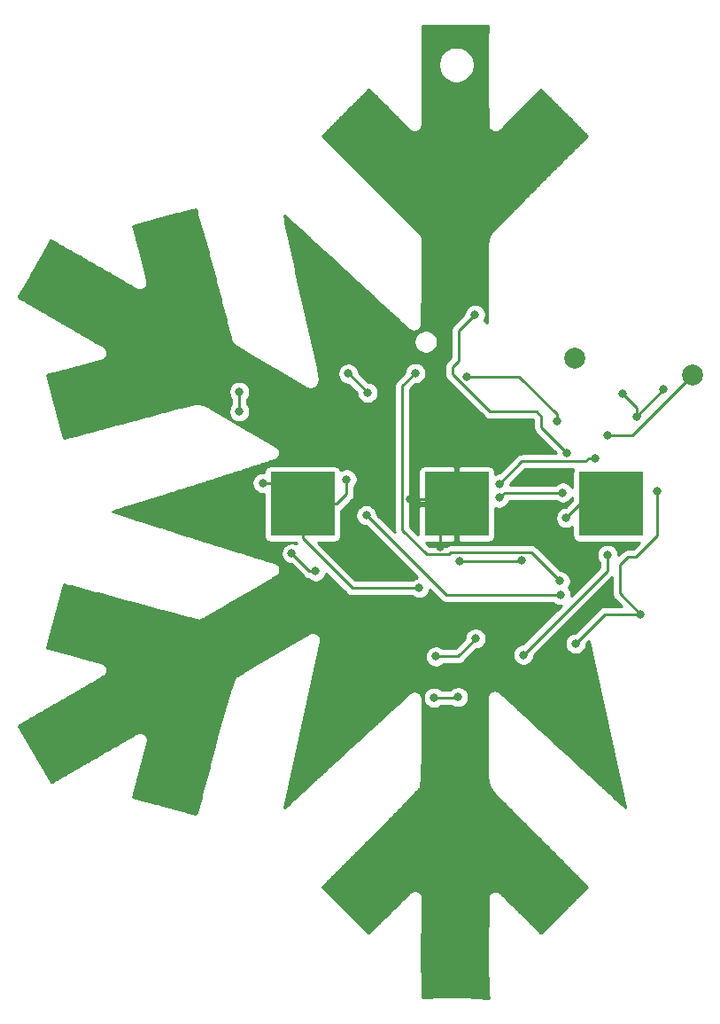
<source format=gbl>
G04 #@! TF.GenerationSoftware,KiCad,Pcbnew,5.1.4*
G04 #@! TF.CreationDate,2019-12-12T19:44:32-06:00*
G04 #@! TF.ProjectId,chrimbus2019,63687269-6d62-4757-9332-3031392e6b69,rev?*
G04 #@! TF.SameCoordinates,Original*
G04 #@! TF.FileFunction,Copper,L2,Bot*
G04 #@! TF.FilePolarity,Positive*
%FSLAX46Y46*%
G04 Gerber Fmt 4.6, Leading zero omitted, Abs format (unit mm)*
G04 Created by KiCad (PCBNEW 5.1.4) date 2019-12-12 19:44:32*
%MOMM*%
%LPD*%
G04 APERTURE LIST*
%ADD10C,2.000000*%
%ADD11R,6.070000X6.070000*%
%ADD12C,0.800000*%
%ADD13C,0.250000*%
%ADD14C,0.254000*%
G04 APERTURE END LIST*
D10*
X166192200Y-65049400D03*
X177469800Y-66700400D03*
D11*
X154940000Y-78994000D03*
X140195000Y-78994000D03*
X169685000Y-78994000D03*
D12*
X145262600Y-75006200D03*
X146304000Y-78613000D03*
X163068000Y-76504800D03*
X152831800Y-66903600D03*
X153390600Y-83083400D03*
X150469600Y-78536800D03*
X152755600Y-75082400D03*
X155016200Y-91719400D03*
X168833800Y-87731600D03*
X163068000Y-73812400D03*
X146431000Y-68351400D03*
X144576800Y-66548000D03*
X134162800Y-70154800D03*
X134162800Y-68275200D03*
X139166600Y-83718400D03*
X141452600Y-85420200D03*
X152755600Y-97485200D03*
X155067000Y-97434400D03*
X166293800Y-92329000D03*
X172516800Y-89509600D03*
X170764200Y-68453000D03*
X172161200Y-70637400D03*
X174117000Y-77749400D03*
X174726600Y-68046600D03*
X164820600Y-86360000D03*
X150977600Y-66497200D03*
X164515800Y-71043800D03*
X155879800Y-66852800D03*
X165481000Y-74117200D03*
X156692600Y-60909200D03*
X152945000Y-93548200D03*
X156743400Y-91846400D03*
X161315400Y-93395800D03*
X169360590Y-83845400D03*
X168148000Y-74625200D03*
X159041000Y-77063600D03*
X169360590Y-72440800D03*
X165074600Y-77901800D03*
X159006547Y-78397947D03*
X136398000Y-76987400D03*
X144424400Y-76631800D03*
X165404800Y-80314800D03*
X151358600Y-87020400D03*
X155244800Y-84480400D03*
X161137600Y-84353400D03*
X146304000Y-80060800D03*
X164871400Y-87680800D03*
D13*
X157530800Y-76403200D02*
X154940000Y-78994000D01*
X154482800Y-78536800D02*
X154940000Y-78994000D01*
X150469600Y-78536800D02*
X154482800Y-78536800D01*
X153390600Y-80543400D02*
X154940000Y-78994000D01*
X153390600Y-83083400D02*
X153390600Y-80543400D01*
X144627600Y-66548000D02*
X144576800Y-66548000D01*
X146431000Y-68351400D02*
X144627600Y-66548000D01*
X134162800Y-70154800D02*
X134162800Y-68275200D01*
X140868400Y-85420200D02*
X141452600Y-85420200D01*
X139166600Y-83718400D02*
X140868400Y-85420200D01*
X155016200Y-97485200D02*
X155067000Y-97434400D01*
X152755600Y-97485200D02*
X155016200Y-97485200D01*
X169113200Y-89509600D02*
X172516800Y-89509600D01*
X166293800Y-92329000D02*
X169113200Y-89509600D01*
X170764200Y-68453000D02*
X170764200Y-68580000D01*
X172161200Y-69850000D02*
X170764200Y-68453000D01*
X172161200Y-70637400D02*
X172161200Y-69850000D01*
X174726600Y-68072000D02*
X174726600Y-68046600D01*
X172161200Y-70637400D02*
X174726600Y-68072000D01*
X174117000Y-77749400D02*
X174117000Y-82042000D01*
X174117000Y-82042000D02*
X172110400Y-84048600D01*
X172110400Y-84048600D02*
X171323000Y-84048600D01*
X171323000Y-84048600D02*
X170535600Y-84836000D01*
X170535600Y-87528400D02*
X172516800Y-89509600D01*
X170535600Y-84836000D02*
X170535600Y-87528400D01*
X162088999Y-83628399D02*
X164820600Y-86360000D01*
X154395001Y-83628399D02*
X162088999Y-83628399D01*
X149744599Y-67730201D02*
X149744599Y-81494799D01*
X154214999Y-83808401D02*
X154395001Y-83628399D01*
X150977600Y-66497200D02*
X149744599Y-67730201D01*
X149744599Y-81494799D02*
X152058201Y-83808401D01*
X152058201Y-83808401D02*
X154214999Y-83808401D01*
X164515800Y-71043800D02*
X164515800Y-70434200D01*
X160934400Y-66852800D02*
X155879800Y-66852800D01*
X164515800Y-70434200D02*
X160934400Y-66852800D01*
X156692600Y-60909200D02*
X155154799Y-62447001D01*
X163042600Y-71678800D02*
X165481000Y-74117200D01*
X163042600Y-70643602D02*
X163042600Y-71678800D01*
X155154799Y-62447001D02*
X155154799Y-65317201D01*
X155154799Y-65317201D02*
X154559000Y-65913000D01*
X158137299Y-70183301D02*
X162582299Y-70183301D01*
X154559000Y-66605002D02*
X158137299Y-70183301D01*
X154559000Y-65913000D02*
X154559000Y-66605002D01*
X162582299Y-70183301D02*
X163042600Y-70643602D01*
X152945000Y-93548200D02*
X155092400Y-93548200D01*
X155092400Y-93548200D02*
X156743400Y-91897200D01*
X156743400Y-91897200D02*
X156743400Y-91846400D01*
X161315400Y-93395800D02*
X169360590Y-85350610D01*
X169360590Y-85350610D02*
X169360590Y-83845400D01*
X167582315Y-74625200D02*
X167277515Y-74930000D01*
X168148000Y-74625200D02*
X167582315Y-74625200D01*
X167277515Y-74930000D02*
X161174600Y-74930000D01*
X161174600Y-74930000D02*
X159041000Y-77063600D01*
X169360590Y-72440800D02*
X171500800Y-72440800D01*
X171729400Y-72440800D02*
X177469800Y-66700400D01*
X171500800Y-72440800D02*
X171729400Y-72440800D01*
X165074600Y-77901800D02*
X159502694Y-77901800D01*
X159502694Y-77901800D02*
X159006547Y-78397947D01*
X138188400Y-76987400D02*
X140195000Y-78994000D01*
X136398000Y-76987400D02*
X138188400Y-76987400D01*
X144424400Y-78049600D02*
X144424400Y-76631800D01*
X140195000Y-78994000D02*
X143480000Y-78994000D01*
X143480000Y-78994000D02*
X144424400Y-78049600D01*
X166725600Y-78994000D02*
X169685000Y-78994000D01*
X165404800Y-80314800D02*
X166725600Y-78994000D01*
X144936400Y-87020400D02*
X151358600Y-87020400D01*
X140195000Y-78994000D02*
X140195000Y-82279000D01*
X140195000Y-82279000D02*
X144936400Y-87020400D01*
X155244800Y-84480400D02*
X161010600Y-84480400D01*
X161010600Y-84480400D02*
X161137600Y-84353400D01*
X146304000Y-80060800D02*
X153924000Y-87680800D01*
X164871400Y-87680800D02*
X153924000Y-87680800D01*
D14*
G36*
X155414650Y-33320632D02*
G01*
X155576775Y-33320752D01*
X155737135Y-33320971D01*
X155898797Y-33321302D01*
X156059208Y-33321749D01*
X156221580Y-33322329D01*
X156382029Y-33323028D01*
X156542615Y-33323843D01*
X156705382Y-33324779D01*
X156866680Y-33325808D01*
X157027126Y-33326921D01*
X157189660Y-33328136D01*
X157350242Y-33329409D01*
X157512183Y-33330760D01*
X157673223Y-33332162D01*
X157834047Y-33333613D01*
X157901803Y-33334241D01*
X157900231Y-33422398D01*
X157900214Y-33422548D01*
X157899568Y-33459591D01*
X157898947Y-33494454D01*
X157898958Y-33494596D01*
X157896442Y-33638996D01*
X157896420Y-33639186D01*
X157895800Y-33675844D01*
X157895187Y-33711011D01*
X157895202Y-33711194D01*
X157892758Y-33855672D01*
X157892732Y-33855895D01*
X157892140Y-33892186D01*
X157891540Y-33927650D01*
X157891558Y-33927869D01*
X157889200Y-34072428D01*
X157889171Y-34072677D01*
X157888626Y-34107562D01*
X157888026Y-34144360D01*
X157888048Y-34144624D01*
X157885790Y-34289240D01*
X157885756Y-34289537D01*
X157885237Y-34324633D01*
X157884667Y-34361144D01*
X157884692Y-34361444D01*
X157882551Y-34506136D01*
X157882513Y-34506470D01*
X157882012Y-34542550D01*
X157881487Y-34578006D01*
X157881515Y-34578335D01*
X157879503Y-34723116D01*
X157879462Y-34723483D01*
X157879004Y-34759000D01*
X157878505Y-34794941D01*
X157878536Y-34795313D01*
X157876670Y-34940167D01*
X157876626Y-34940566D01*
X157876212Y-34975719D01*
X157875745Y-35011957D01*
X157875780Y-35012369D01*
X157874073Y-35157286D01*
X157874025Y-35157728D01*
X157873650Y-35193182D01*
X157873228Y-35229042D01*
X157873267Y-35229490D01*
X157871735Y-35374486D01*
X157871683Y-35374966D01*
X157871354Y-35410514D01*
X157870977Y-35446206D01*
X157871019Y-35446689D01*
X157869677Y-35591759D01*
X157869622Y-35592278D01*
X157869342Y-35628039D01*
X157869014Y-35663448D01*
X157869060Y-35663962D01*
X157867922Y-35809117D01*
X157867864Y-35809668D01*
X157867640Y-35845040D01*
X157867360Y-35880764D01*
X157867410Y-35881321D01*
X157866491Y-36026514D01*
X157866433Y-36027080D01*
X157866262Y-36062733D01*
X157866038Y-36098155D01*
X157866090Y-36098718D01*
X157865394Y-36243900D01*
X157865340Y-36244433D01*
X157865221Y-36279998D01*
X157865051Y-36315570D01*
X157865101Y-36316104D01*
X157864617Y-36461228D01*
X157864567Y-36461726D01*
X157864498Y-36496999D01*
X157864378Y-36532925D01*
X157864426Y-36533433D01*
X157864142Y-36678486D01*
X157864096Y-36678947D01*
X157864072Y-36714191D01*
X157864001Y-36750222D01*
X157864047Y-36750694D01*
X157863947Y-36895668D01*
X157863904Y-36896102D01*
X157863922Y-36931918D01*
X157863897Y-36967444D01*
X157863939Y-36967874D01*
X157864010Y-37112794D01*
X157863971Y-37113196D01*
X157864027Y-37148783D01*
X157864045Y-37184600D01*
X157864085Y-37185004D01*
X157864315Y-37329856D01*
X157864280Y-37330221D01*
X157864372Y-37365939D01*
X157864429Y-37401696D01*
X157864466Y-37402061D01*
X157864839Y-37546848D01*
X157864808Y-37547179D01*
X157864932Y-37582695D01*
X157865025Y-37618722D01*
X157865059Y-37619057D01*
X157865564Y-37763775D01*
X157865536Y-37764073D01*
X157865689Y-37799596D01*
X157865815Y-37835680D01*
X157865846Y-37835982D01*
X157866469Y-37980628D01*
X157866444Y-37980896D01*
X157866627Y-38017203D01*
X157866779Y-38052574D01*
X157866806Y-38052835D01*
X157867533Y-38197427D01*
X157867512Y-38197654D01*
X157867710Y-38232615D01*
X157867895Y-38269396D01*
X157867920Y-38269634D01*
X157868738Y-38414147D01*
X157868720Y-38414344D01*
X157868941Y-38450009D01*
X157869146Y-38486154D01*
X157869167Y-38486353D01*
X157870063Y-38630803D01*
X157870048Y-38630967D01*
X157870280Y-38665791D01*
X157870510Y-38702845D01*
X157870527Y-38703009D01*
X157871488Y-38847384D01*
X157871475Y-38847521D01*
X157871726Y-38883305D01*
X157871967Y-38919467D01*
X157871980Y-38919594D01*
X157872992Y-39063905D01*
X157872983Y-39064007D01*
X157873254Y-39101244D01*
X157873498Y-39136020D01*
X157873508Y-39136111D01*
X157874557Y-39280363D01*
X157874551Y-39280430D01*
X157874814Y-39315725D01*
X157875082Y-39352505D01*
X157875089Y-39352567D01*
X157876163Y-39496771D01*
X157876159Y-39496818D01*
X157876390Y-39527235D01*
X157876701Y-39568926D01*
X157876707Y-39568978D01*
X157877800Y-39713152D01*
X157877796Y-39713201D01*
X157878058Y-39747105D01*
X157878348Y-39785313D01*
X157878353Y-39785358D01*
X157879465Y-39929532D01*
X157879461Y-39929578D01*
X157879748Y-39966209D01*
X157880022Y-40001695D01*
X157880027Y-40001738D01*
X157881156Y-40145904D01*
X157881153Y-40145942D01*
X157881432Y-40181030D01*
X157881722Y-40218071D01*
X157881726Y-40218110D01*
X157882871Y-40362270D01*
X157882868Y-40362302D01*
X157883104Y-40391669D01*
X157883444Y-40434434D01*
X157883449Y-40434478D01*
X157884608Y-40578614D01*
X157884605Y-40578651D01*
X157884927Y-40618189D01*
X157885189Y-40650793D01*
X157885192Y-40650820D01*
X157886364Y-40794972D01*
X157886362Y-40794996D01*
X157886590Y-40822765D01*
X157886951Y-40867142D01*
X157886955Y-40867179D01*
X157888139Y-41011301D01*
X157888136Y-41011334D01*
X157888478Y-41052533D01*
X157888732Y-41083486D01*
X157888734Y-41083509D01*
X157889930Y-41227646D01*
X157889928Y-41227663D01*
X157890116Y-41250130D01*
X157890528Y-41299822D01*
X157890531Y-41299850D01*
X157891735Y-41443964D01*
X157891733Y-41443986D01*
X157892029Y-41479204D01*
X157892338Y-41516152D01*
X157892340Y-41516171D01*
X157893552Y-41660287D01*
X157893551Y-41660298D01*
X157893729Y-41681321D01*
X157894159Y-41732474D01*
X157894161Y-41732494D01*
X157895379Y-41876586D01*
X157895377Y-41876606D01*
X157895767Y-41922497D01*
X157895989Y-41948785D01*
X157895990Y-41948792D01*
X157897213Y-42092905D01*
X157897213Y-42092907D01*
X157897234Y-42095330D01*
X157897826Y-42165094D01*
X157897828Y-42165112D01*
X157899055Y-42309190D01*
X157899054Y-42309202D01*
X157899574Y-42370125D01*
X157899657Y-42379808D01*
X157901516Y-42597688D01*
X157901517Y-42597700D01*
X157902766Y-42743734D01*
X157899546Y-42781837D01*
X157907418Y-42851804D01*
X157914924Y-42921864D01*
X157915513Y-42923747D01*
X157915734Y-42925712D01*
X157937143Y-42992917D01*
X157958135Y-43060047D01*
X157959079Y-43061777D01*
X157959680Y-43063664D01*
X157993794Y-43125411D01*
X158027474Y-43187146D01*
X158028739Y-43188661D01*
X158029695Y-43190391D01*
X158075114Y-43244194D01*
X158120276Y-43298275D01*
X158121815Y-43299517D01*
X158123088Y-43301024D01*
X158178115Y-43344921D01*
X158232975Y-43389164D01*
X158234725Y-43390080D01*
X158236269Y-43391312D01*
X158298869Y-43423664D01*
X158361241Y-43456320D01*
X158363135Y-43456877D01*
X158364890Y-43457784D01*
X158432598Y-43477302D01*
X158500143Y-43497162D01*
X158502109Y-43497339D01*
X158504008Y-43497886D01*
X158574122Y-43503810D01*
X158644343Y-43510121D01*
X158646312Y-43509910D01*
X158648275Y-43510076D01*
X158718215Y-43502207D01*
X158788302Y-43494698D01*
X158790185Y-43494109D01*
X158792150Y-43493888D01*
X158859363Y-43472477D01*
X158926485Y-43451487D01*
X158928215Y-43450543D01*
X158930102Y-43449942D01*
X158991849Y-43415828D01*
X159053584Y-43382148D01*
X159055099Y-43380883D01*
X159056829Y-43379927D01*
X159110638Y-43334503D01*
X159164713Y-43289346D01*
X159188723Y-43259575D01*
X159255139Y-43191290D01*
X159347886Y-43095956D01*
X159436307Y-43005111D01*
X159529969Y-42908949D01*
X159619564Y-42817047D01*
X159710936Y-42723432D01*
X159801967Y-42630298D01*
X159892622Y-42537698D01*
X159984067Y-42444466D01*
X160075040Y-42351911D01*
X160166311Y-42259267D01*
X160257334Y-42167112D01*
X160348388Y-42075183D01*
X160439813Y-41983160D01*
X160530934Y-41891740D01*
X160622482Y-41800211D01*
X160714470Y-41708552D01*
X160806407Y-41617190D01*
X160899136Y-41525219D01*
X160991971Y-41433254D01*
X161058747Y-41367136D01*
X161058782Y-41367107D01*
X161085466Y-41340679D01*
X161110026Y-41316361D01*
X161110056Y-41316325D01*
X161151780Y-41275001D01*
X161151924Y-41274884D01*
X161177581Y-41249448D01*
X161202954Y-41224318D01*
X161203071Y-41224177D01*
X161244969Y-41182639D01*
X161245217Y-41182437D01*
X161270682Y-41157147D01*
X161296024Y-41132023D01*
X161296227Y-41131778D01*
X161338281Y-41090013D01*
X161338631Y-41089727D01*
X161363693Y-41064776D01*
X161389190Y-41039454D01*
X161389483Y-41039100D01*
X161431664Y-40997104D01*
X161432120Y-40996731D01*
X161457353Y-40971529D01*
X161482424Y-40946569D01*
X161482796Y-40946118D01*
X161525103Y-40903863D01*
X161525666Y-40903400D01*
X161550746Y-40878253D01*
X161575681Y-40853348D01*
X161576140Y-40852789D01*
X161618555Y-40810260D01*
X161619222Y-40809708D01*
X161644187Y-40784558D01*
X161668941Y-40759737D01*
X161669484Y-40759074D01*
X161711990Y-40716253D01*
X161712751Y-40715620D01*
X161737332Y-40690723D01*
X161762157Y-40665714D01*
X161762788Y-40664939D01*
X161805356Y-40621824D01*
X161806222Y-40621099D01*
X161830707Y-40596147D01*
X161855294Y-40571243D01*
X161856006Y-40570365D01*
X161898629Y-40526927D01*
X161899607Y-40526103D01*
X161924036Y-40501035D01*
X161948318Y-40476289D01*
X161949112Y-40475303D01*
X161991774Y-40431524D01*
X161992832Y-40430626D01*
X162016937Y-40405703D01*
X162041200Y-40380805D01*
X162042069Y-40379718D01*
X162084636Y-40335707D01*
X162085693Y-40334802D01*
X162109908Y-40309576D01*
X162133875Y-40284796D01*
X162134735Y-40283711D01*
X162177080Y-40239598D01*
X162178063Y-40238751D01*
X162202111Y-40213522D01*
X162226186Y-40188441D01*
X162226986Y-40187424D01*
X162269049Y-40143295D01*
X162269954Y-40142510D01*
X162293901Y-40117222D01*
X162318041Y-40091896D01*
X162318782Y-40090948D01*
X162360574Y-40046815D01*
X162361412Y-40046084D01*
X162385282Y-40020723D01*
X162409455Y-39995197D01*
X162410143Y-39994310D01*
X162451673Y-39950188D01*
X162452435Y-39949519D01*
X162476417Y-39923899D01*
X162500469Y-39898345D01*
X162501088Y-39897542D01*
X162542374Y-39853436D01*
X162543070Y-39852822D01*
X162567100Y-39827021D01*
X162591088Y-39801394D01*
X162591652Y-39800659D01*
X162632708Y-39756576D01*
X162633331Y-39756024D01*
X162657272Y-39730201D01*
X162681353Y-39704345D01*
X162681859Y-39703681D01*
X162722688Y-39659644D01*
X162723245Y-39659148D01*
X162747405Y-39632984D01*
X162771281Y-39607231D01*
X162771726Y-39606645D01*
X162812354Y-39562646D01*
X162812835Y-39562217D01*
X162836739Y-39536238D01*
X162860901Y-39510072D01*
X162861293Y-39509554D01*
X162901717Y-39465621D01*
X162902125Y-39465256D01*
X162925929Y-39439308D01*
X162947456Y-39415913D01*
X162998580Y-39465256D01*
X163117604Y-39580251D01*
X163235577Y-39694371D01*
X163354345Y-39809425D01*
X163472526Y-39924099D01*
X163590813Y-40039087D01*
X163708395Y-40153624D01*
X163826377Y-40268810D01*
X163943445Y-40383385D01*
X164061094Y-40498836D01*
X164178130Y-40614015D01*
X164295241Y-40729624D01*
X164412029Y-40845272D01*
X164528224Y-40960670D01*
X164645086Y-41077044D01*
X164761624Y-41193382D01*
X164877379Y-41309198D01*
X164994313Y-41426434D01*
X165110143Y-41542775D01*
X165227720Y-41661059D01*
X165343218Y-41777411D01*
X165459179Y-41894367D01*
X165575327Y-42011621D01*
X165692308Y-42129801D01*
X165809614Y-42248367D01*
X165934743Y-42374879D01*
X166015018Y-42456045D01*
X166015036Y-42456067D01*
X166042855Y-42484191D01*
X166065780Y-42507370D01*
X166065795Y-42507382D01*
X166131390Y-42573697D01*
X166131418Y-42573731D01*
X166158167Y-42600767D01*
X166182145Y-42625008D01*
X166182175Y-42625033D01*
X166247781Y-42691344D01*
X166247807Y-42691375D01*
X166274492Y-42718341D01*
X166298546Y-42742653D01*
X166298570Y-42742673D01*
X166364192Y-42808986D01*
X166364208Y-42809006D01*
X166382449Y-42827435D01*
X166414951Y-42860280D01*
X166414987Y-42860310D01*
X166480592Y-42926593D01*
X166480613Y-42926619D01*
X166508380Y-42954669D01*
X166531368Y-42977894D01*
X166531389Y-42977912D01*
X166597007Y-43044197D01*
X166597026Y-43044220D01*
X166619726Y-43067147D01*
X166647787Y-43095493D01*
X166647811Y-43095513D01*
X166713426Y-43161784D01*
X166713443Y-43161805D01*
X166738537Y-43187146D01*
X166764213Y-43213079D01*
X166764233Y-43213095D01*
X166829849Y-43279359D01*
X166829865Y-43279378D01*
X166854034Y-43303782D01*
X166880642Y-43330652D01*
X166880660Y-43330667D01*
X166946279Y-43396924D01*
X166946292Y-43396940D01*
X166964331Y-43415152D01*
X166997075Y-43448214D01*
X166997093Y-43448229D01*
X167062714Y-43514480D01*
X167062722Y-43514490D01*
X167077148Y-43529053D01*
X167113512Y-43565766D01*
X167113529Y-43565780D01*
X167179136Y-43632011D01*
X167179150Y-43632028D01*
X167212181Y-43665370D01*
X167229950Y-43683308D01*
X167229959Y-43683315D01*
X167295575Y-43749550D01*
X167295586Y-43749563D01*
X167320704Y-43774915D01*
X167346385Y-43800838D01*
X167346395Y-43800846D01*
X167386246Y-43841069D01*
X167324794Y-43902065D01*
X167324782Y-43902075D01*
X167308371Y-43918366D01*
X167273563Y-43952916D01*
X167273548Y-43952935D01*
X167122017Y-44103357D01*
X167121997Y-44103373D01*
X167101254Y-44123968D01*
X167070793Y-44154206D01*
X167070771Y-44154232D01*
X166919247Y-44304672D01*
X166919218Y-44304696D01*
X166895630Y-44328120D01*
X166868029Y-44355524D01*
X166868006Y-44355552D01*
X166716481Y-44506023D01*
X166716448Y-44506050D01*
X166693307Y-44529036D01*
X166665275Y-44556873D01*
X166665246Y-44556908D01*
X166513730Y-44707406D01*
X166513692Y-44707437D01*
X166488901Y-44732068D01*
X166462535Y-44758257D01*
X166462502Y-44758297D01*
X166310997Y-44908826D01*
X166310953Y-44908861D01*
X166288390Y-44931286D01*
X166259813Y-44959679D01*
X166259775Y-44959725D01*
X166108282Y-45110289D01*
X166108234Y-45110328D01*
X166084020Y-45134402D01*
X166057114Y-45161143D01*
X166057070Y-45161196D01*
X165905596Y-45311795D01*
X165905538Y-45311842D01*
X165879641Y-45337600D01*
X165854440Y-45362655D01*
X165854394Y-45362710D01*
X165702938Y-45513352D01*
X165702876Y-45513402D01*
X165678819Y-45537340D01*
X165651795Y-45564219D01*
X165651745Y-45564280D01*
X165500310Y-45714964D01*
X165500243Y-45715019D01*
X165476304Y-45738851D01*
X165449187Y-45765834D01*
X165449131Y-45765902D01*
X165297721Y-45916633D01*
X165297649Y-45916692D01*
X165272621Y-45941621D01*
X165246614Y-45967511D01*
X165246554Y-45967584D01*
X165095173Y-46118363D01*
X165095096Y-46118426D01*
X165070539Y-46142899D01*
X165044084Y-46169249D01*
X165044018Y-46169329D01*
X164892668Y-46320161D01*
X164892586Y-46320228D01*
X164868801Y-46343946D01*
X164841601Y-46371053D01*
X164841528Y-46371141D01*
X164690220Y-46522022D01*
X164690129Y-46522096D01*
X164663968Y-46548199D01*
X164639166Y-46572931D01*
X164639095Y-46573017D01*
X164487826Y-46723952D01*
X164487733Y-46724028D01*
X164461409Y-46750310D01*
X164436788Y-46774877D01*
X164436717Y-46774964D01*
X164285491Y-46925951D01*
X164285399Y-46926026D01*
X164259374Y-46952027D01*
X164234472Y-46976889D01*
X164234400Y-46976977D01*
X164083217Y-47128016D01*
X164083126Y-47128091D01*
X164057713Y-47153497D01*
X164032217Y-47178968D01*
X164032142Y-47179059D01*
X163881005Y-47330150D01*
X163880917Y-47330222D01*
X163856717Y-47354430D01*
X163830026Y-47381113D01*
X163829947Y-47381210D01*
X163678864Y-47532343D01*
X163678771Y-47532420D01*
X163653468Y-47557748D01*
X163627899Y-47583326D01*
X163627822Y-47583420D01*
X163476785Y-47734608D01*
X163476689Y-47734687D01*
X163450916Y-47760503D01*
X163425835Y-47785609D01*
X163425759Y-47785702D01*
X163274770Y-47936942D01*
X163274673Y-47937022D01*
X163248731Y-47963024D01*
X163223838Y-47987959D01*
X163223762Y-47988052D01*
X163072819Y-48139347D01*
X163072722Y-48139427D01*
X163048378Y-48163845D01*
X163021907Y-48190378D01*
X163021826Y-48190477D01*
X162870936Y-48341823D01*
X162870839Y-48341903D01*
X162845160Y-48367677D01*
X162820042Y-48392871D01*
X162819964Y-48392966D01*
X162669124Y-48544365D01*
X162669023Y-48544448D01*
X162643183Y-48570401D01*
X162618246Y-48595431D01*
X162618166Y-48595528D01*
X162467372Y-48746986D01*
X162467274Y-48747067D01*
X162442266Y-48772203D01*
X162416517Y-48798065D01*
X162416434Y-48798167D01*
X162265691Y-48949679D01*
X162265597Y-48949757D01*
X162241710Y-48973783D01*
X162214858Y-49000772D01*
X162214771Y-49000878D01*
X162064089Y-49152437D01*
X162063988Y-49152520D01*
X162038513Y-49178162D01*
X162013270Y-49203551D01*
X162013188Y-49203651D01*
X161862549Y-49355273D01*
X161862448Y-49355357D01*
X161838343Y-49379637D01*
X161811751Y-49406403D01*
X161811665Y-49406509D01*
X161661084Y-49558182D01*
X161660983Y-49558266D01*
X161636606Y-49582838D01*
X161610304Y-49609331D01*
X161610219Y-49609436D01*
X161459691Y-49761165D01*
X161459595Y-49761245D01*
X161435972Y-49785074D01*
X161408930Y-49812332D01*
X161408845Y-49812437D01*
X161258391Y-49964200D01*
X161258295Y-49964279D01*
X161232079Y-49990740D01*
X161207632Y-50015400D01*
X161207559Y-50015490D01*
X161057161Y-50167296D01*
X161057072Y-50167369D01*
X161031526Y-50193170D01*
X161006414Y-50218517D01*
X161006347Y-50218599D01*
X160855996Y-50370449D01*
X160855922Y-50370510D01*
X160833237Y-50393434D01*
X160805268Y-50421682D01*
X160805197Y-50421769D01*
X160654918Y-50573632D01*
X160654844Y-50573693D01*
X160630174Y-50598636D01*
X160604190Y-50624894D01*
X160604131Y-50624966D01*
X160453895Y-50776863D01*
X160453828Y-50776919D01*
X160428877Y-50802158D01*
X160403177Y-50828142D01*
X160403124Y-50828208D01*
X160252937Y-50980126D01*
X160252875Y-50980177D01*
X160226677Y-51006688D01*
X160202221Y-51031426D01*
X160202174Y-51031483D01*
X160052029Y-51183423D01*
X160051975Y-51183468D01*
X160027602Y-51208142D01*
X160001321Y-51234737D01*
X160001278Y-51234790D01*
X159851178Y-51386741D01*
X159851126Y-51386784D01*
X159823802Y-51414454D01*
X159800469Y-51438075D01*
X159800436Y-51438115D01*
X159650356Y-51590095D01*
X159650325Y-51590121D01*
X159630512Y-51610190D01*
X159599661Y-51641432D01*
X159599624Y-51641478D01*
X159449592Y-51793450D01*
X159449561Y-51793476D01*
X159427357Y-51815973D01*
X159398894Y-51844804D01*
X159398864Y-51844841D01*
X159248860Y-51996822D01*
X159248837Y-51996841D01*
X159229118Y-52016824D01*
X159198162Y-52048188D01*
X159198138Y-52048218D01*
X159048167Y-52200193D01*
X159048142Y-52200214D01*
X159019150Y-52229598D01*
X158997461Y-52251577D01*
X158997448Y-52251593D01*
X158847492Y-52403576D01*
X158847476Y-52403589D01*
X158820022Y-52431417D01*
X158796784Y-52454969D01*
X158796776Y-52454979D01*
X158646837Y-52606958D01*
X158646831Y-52606963D01*
X158624870Y-52629224D01*
X158596130Y-52658355D01*
X158596125Y-52658361D01*
X158425340Y-52831478D01*
X158404146Y-52852223D01*
X158400014Y-52857149D01*
X158395491Y-52861734D01*
X158379701Y-52881242D01*
X158360997Y-52903660D01*
X158359634Y-52905015D01*
X158345156Y-52922553D01*
X158337387Y-52931815D01*
X158337183Y-52932113D01*
X158335619Y-52933693D01*
X158323806Y-52948236D01*
X158315964Y-52957634D01*
X158314901Y-52959197D01*
X158314697Y-52959448D01*
X158313153Y-52961318D01*
X158310605Y-52963947D01*
X158300760Y-52976331D01*
X158293551Y-52985063D01*
X158292089Y-52987237D01*
X158290532Y-52989195D01*
X158287611Y-52992792D01*
X158284644Y-52995935D01*
X158276405Y-53006587D01*
X158270221Y-53014199D01*
X158268485Y-53016825D01*
X158265557Y-53020610D01*
X158261089Y-53026231D01*
X158257879Y-53029743D01*
X158251217Y-53038649D01*
X158246122Y-53045057D01*
X158244221Y-53047999D01*
X158239805Y-53053903D01*
X158233709Y-53061784D01*
X158230444Y-53065495D01*
X158225244Y-53072728D01*
X158221321Y-53077799D01*
X158219431Y-53080812D01*
X158213425Y-53089165D01*
X158205544Y-53099701D01*
X158202457Y-53103368D01*
X158198647Y-53108920D01*
X158195967Y-53112502D01*
X158194319Y-53115226D01*
X158186579Y-53126504D01*
X158176660Y-53140300D01*
X158174113Y-53143483D01*
X158171669Y-53147241D01*
X158170198Y-53149287D01*
X158169049Y-53151269D01*
X158159408Y-53166095D01*
X158147171Y-53183925D01*
X158145585Y-53186025D01*
X158144406Y-53187955D01*
X158144152Y-53188324D01*
X158143900Y-53188781D01*
X158132108Y-53208073D01*
X158118027Y-53229725D01*
X158117802Y-53230160D01*
X158117127Y-53231113D01*
X158104903Y-53252580D01*
X158092015Y-53273664D01*
X158090846Y-53276080D01*
X158088968Y-53278937D01*
X158078020Y-53299788D01*
X158066373Y-53320242D01*
X158064365Y-53324745D01*
X158061414Y-53329620D01*
X158051762Y-53349800D01*
X158041348Y-53369635D01*
X158038659Y-53376265D01*
X158034841Y-53383188D01*
X158026440Y-53402740D01*
X158017255Y-53421943D01*
X158014081Y-53430693D01*
X158009591Y-53439740D01*
X158002434Y-53458609D01*
X157994463Y-53477161D01*
X157991186Y-53487474D01*
X157986789Y-53497393D01*
X157980468Y-53516525D01*
X157973322Y-53535366D01*
X157970656Y-53545214D01*
X157967200Y-53553948D01*
X157961358Y-53574366D01*
X157954691Y-53594545D01*
X157952940Y-53602339D01*
X157950549Y-53609109D01*
X157945195Y-53630856D01*
X157939030Y-53652402D01*
X157938007Y-53658007D01*
X157936527Y-53662701D01*
X157931677Y-53685762D01*
X157926039Y-53708661D01*
X157925555Y-53712020D01*
X157924839Y-53714560D01*
X157920492Y-53738940D01*
X157915397Y-53763167D01*
X157915275Y-53764282D01*
X157915163Y-53764726D01*
X157911330Y-53790331D01*
X157907381Y-53812481D01*
X157907257Y-53813031D01*
X157907197Y-53813516D01*
X157906793Y-53815780D01*
X157906586Y-53818423D01*
X157903920Y-53839832D01*
X157901309Y-53857274D01*
X157900851Y-53859533D01*
X157900590Y-53862079D01*
X157899919Y-53866563D01*
X157899713Y-53870640D01*
X157897989Y-53887476D01*
X157896300Y-53901038D01*
X157895723Y-53904187D01*
X157895347Y-53908694D01*
X157894517Y-53915363D01*
X157894395Y-53920119D01*
X157893300Y-53933256D01*
X157892249Y-53943510D01*
X157891664Y-53947020D01*
X157891234Y-53953423D01*
X157890329Y-53962258D01*
X157890310Y-53967182D01*
X157889640Y-53977153D01*
X157889026Y-53984521D01*
X157888497Y-53987976D01*
X157888059Y-53996121D01*
X157887134Y-54007215D01*
X157887206Y-54011984D01*
X157886822Y-54019105D01*
X157886498Y-54023937D01*
X157886049Y-54027094D01*
X157885625Y-54036936D01*
X157884729Y-54050274D01*
X157884864Y-54054599D01*
X157884664Y-54059222D01*
X157884530Y-54061713D01*
X157884175Y-54064365D01*
X157883778Y-54075704D01*
X157882934Y-54091389D01*
X157883099Y-54095091D01*
X157883012Y-54097570D01*
X157883003Y-54097762D01*
X157882752Y-54099719D01*
X157882384Y-54112125D01*
X157881588Y-54130606D01*
X157881709Y-54132794D01*
X157881664Y-54133149D01*
X157881332Y-54145524D01*
X157880547Y-54167925D01*
X157880668Y-54169832D01*
X157880607Y-54172126D01*
X157879684Y-54203279D01*
X157879754Y-54204297D01*
X157878885Y-54236662D01*
X157878893Y-54236771D01*
X157878205Y-54262224D01*
X157877397Y-54291572D01*
X157876489Y-54323956D01*
X157875645Y-54353565D01*
X157874750Y-54384461D01*
X157873851Y-54415148D01*
X157872991Y-54444102D01*
X157872104Y-54473718D01*
X157871083Y-54507432D01*
X157870319Y-54532488D01*
X157869212Y-54568589D01*
X157868431Y-54593871D01*
X157867466Y-54625026D01*
X157866139Y-54667756D01*
X157864843Y-54682099D01*
X157865018Y-54703822D01*
X157864344Y-54725529D01*
X157865310Y-54739895D01*
X157866400Y-54875029D01*
X157867562Y-55019261D01*
X157868753Y-55168465D01*
X157869904Y-55313989D01*
X157871118Y-55469731D01*
X157872264Y-55619647D01*
X157873383Y-55769295D01*
X157874478Y-55919629D01*
X157875542Y-56070629D01*
X157876559Y-56220349D01*
X157877544Y-56371720D01*
X157878481Y-56523023D01*
X157879362Y-56673792D01*
X157880184Y-56823993D01*
X157880947Y-56974364D01*
X157881643Y-57124318D01*
X157882266Y-57273090D01*
X157882827Y-57424437D01*
X157883306Y-57574822D01*
X157883707Y-57725454D01*
X157884016Y-57873252D01*
X157884242Y-58024109D01*
X157884375Y-58175326D01*
X157884411Y-58325640D01*
X157884345Y-58473393D01*
X157884174Y-58624240D01*
X157883892Y-58775364D01*
X157883498Y-58925608D01*
X157882991Y-59074612D01*
X157882361Y-59224204D01*
X157881602Y-59374844D01*
X157880719Y-59524232D01*
X157879703Y-59675106D01*
X157878580Y-59824548D01*
X157877354Y-59973400D01*
X157876017Y-60123571D01*
X157874570Y-60275674D01*
X157873072Y-60424252D01*
X157871482Y-60574761D01*
X157869834Y-60724275D01*
X157868107Y-60875696D01*
X157866322Y-61027704D01*
X157864576Y-61172974D01*
X157862739Y-61323094D01*
X157860893Y-61471862D01*
X157859038Y-61620046D01*
X157858489Y-61663757D01*
X157797120Y-61602388D01*
X157611224Y-61478176D01*
X157568916Y-61460651D01*
X157609805Y-61399456D01*
X157687826Y-61211098D01*
X157727600Y-61011139D01*
X157727600Y-60807261D01*
X157687826Y-60607302D01*
X157609805Y-60418944D01*
X157496537Y-60249426D01*
X157352374Y-60105263D01*
X157182856Y-59991995D01*
X156994498Y-59913974D01*
X156794539Y-59874200D01*
X156590661Y-59874200D01*
X156390702Y-59913974D01*
X156202344Y-59991995D01*
X156032826Y-60105263D01*
X155888663Y-60249426D01*
X155775395Y-60418944D01*
X155697374Y-60607302D01*
X155657600Y-60807261D01*
X155657600Y-60869398D01*
X154643802Y-61883197D01*
X154614798Y-61907000D01*
X154567140Y-61965072D01*
X154519825Y-62022725D01*
X154465346Y-62124647D01*
X154449253Y-62154755D01*
X154405796Y-62298016D01*
X154394799Y-62409669D01*
X154394799Y-62409679D01*
X154391123Y-62447001D01*
X154394799Y-62484324D01*
X154394800Y-65002399D01*
X154048002Y-65349197D01*
X154018999Y-65372999D01*
X153967015Y-65436342D01*
X153924026Y-65488724D01*
X153862287Y-65604229D01*
X153853454Y-65620754D01*
X153809997Y-65764015D01*
X153799000Y-65875668D01*
X153799000Y-65875678D01*
X153795324Y-65913000D01*
X153799000Y-65950322D01*
X153799000Y-66567680D01*
X153795324Y-66605002D01*
X153799000Y-66642324D01*
X153799000Y-66642335D01*
X153809997Y-66753988D01*
X153836148Y-66840197D01*
X153853454Y-66897248D01*
X153924026Y-67029278D01*
X153989115Y-67108588D01*
X154019000Y-67145003D01*
X154047998Y-67168801D01*
X157573499Y-70694303D01*
X157597298Y-70723302D01*
X157626296Y-70747100D01*
X157713022Y-70818275D01*
X157835108Y-70883532D01*
X157845052Y-70888847D01*
X157988313Y-70932304D01*
X158099966Y-70943301D01*
X158099976Y-70943301D01*
X158137299Y-70946977D01*
X158174622Y-70943301D01*
X162267498Y-70943301D01*
X162282600Y-70958403D01*
X162282601Y-71641468D01*
X162278924Y-71678800D01*
X162282601Y-71716133D01*
X162293598Y-71827786D01*
X162304461Y-71863598D01*
X162337054Y-71971046D01*
X162407626Y-72103076D01*
X162476699Y-72187241D01*
X162502600Y-72218801D01*
X162531598Y-72242599D01*
X164446000Y-74157002D01*
X164446000Y-74170000D01*
X161211922Y-74170000D01*
X161174599Y-74166324D01*
X161137276Y-74170000D01*
X161137267Y-74170000D01*
X161025614Y-74180997D01*
X160913938Y-74214873D01*
X160882353Y-74224454D01*
X160750323Y-74295026D01*
X160675403Y-74356512D01*
X160634599Y-74389999D01*
X160610801Y-74418997D01*
X159001199Y-76028600D01*
X158939061Y-76028600D01*
X158739102Y-76068374D01*
X158612891Y-76120653D01*
X158613072Y-75959000D01*
X158600812Y-75834518D01*
X158564502Y-75714820D01*
X158505537Y-75604506D01*
X158426185Y-75507815D01*
X158329494Y-75428463D01*
X158219180Y-75369498D01*
X158099482Y-75333188D01*
X157975000Y-75320928D01*
X155225750Y-75324000D01*
X155067000Y-75482750D01*
X155067000Y-78867000D01*
X155087000Y-78867000D01*
X155087000Y-79121000D01*
X155067000Y-79121000D01*
X155067000Y-82505250D01*
X155225750Y-82664000D01*
X157975000Y-82667072D01*
X158099482Y-82654812D01*
X158219180Y-82618502D01*
X158329494Y-82559537D01*
X158426185Y-82480185D01*
X158505537Y-82383494D01*
X158564502Y-82273180D01*
X158600812Y-82153482D01*
X158613072Y-82029000D01*
X158610083Y-79354002D01*
X158704649Y-79393173D01*
X158904608Y-79432947D01*
X159108486Y-79432947D01*
X159308445Y-79393173D01*
X159496803Y-79315152D01*
X159666321Y-79201884D01*
X159810484Y-79057721D01*
X159923752Y-78888203D01*
X160001773Y-78699845D01*
X160009341Y-78661800D01*
X164370889Y-78661800D01*
X164414826Y-78705737D01*
X164584344Y-78819005D01*
X164772702Y-78897026D01*
X164972661Y-78936800D01*
X165176539Y-78936800D01*
X165376498Y-78897026D01*
X165564856Y-78819005D01*
X165734374Y-78705737D01*
X165878537Y-78561574D01*
X165991805Y-78392056D01*
X166011928Y-78343475D01*
X166011928Y-78632870D01*
X165364999Y-79279800D01*
X165302861Y-79279800D01*
X165102902Y-79319574D01*
X164914544Y-79397595D01*
X164745026Y-79510863D01*
X164600863Y-79655026D01*
X164487595Y-79824544D01*
X164409574Y-80012902D01*
X164369800Y-80212861D01*
X164369800Y-80416739D01*
X164409574Y-80616698D01*
X164487595Y-80805056D01*
X164600863Y-80974574D01*
X164745026Y-81118737D01*
X164914544Y-81232005D01*
X165102902Y-81310026D01*
X165302861Y-81349800D01*
X165506739Y-81349800D01*
X165706698Y-81310026D01*
X165895056Y-81232005D01*
X166011928Y-81153914D01*
X166011928Y-82029000D01*
X166024188Y-82153482D01*
X166060498Y-82273180D01*
X166119463Y-82383494D01*
X166198815Y-82480185D01*
X166295506Y-82559537D01*
X166405820Y-82618502D01*
X166525518Y-82654812D01*
X166650000Y-82667072D01*
X172417127Y-82667072D01*
X171795599Y-83288600D01*
X171360325Y-83288600D01*
X171323000Y-83284924D01*
X171285675Y-83288600D01*
X171285667Y-83288600D01*
X171174014Y-83299597D01*
X171030753Y-83343054D01*
X170898724Y-83413626D01*
X170782999Y-83508599D01*
X170759201Y-83537598D01*
X170395590Y-83901208D01*
X170395590Y-83743461D01*
X170355816Y-83543502D01*
X170277795Y-83355144D01*
X170164527Y-83185626D01*
X170020364Y-83041463D01*
X169850846Y-82928195D01*
X169662488Y-82850174D01*
X169462529Y-82810400D01*
X169258651Y-82810400D01*
X169058692Y-82850174D01*
X168870334Y-82928195D01*
X168700816Y-83041463D01*
X168556653Y-83185626D01*
X168443385Y-83355144D01*
X168365364Y-83543502D01*
X168325590Y-83743461D01*
X168325590Y-83947339D01*
X168365364Y-84147298D01*
X168443385Y-84335656D01*
X168556653Y-84505174D01*
X168600591Y-84549112D01*
X168600590Y-85035808D01*
X165906400Y-87729998D01*
X165906400Y-87578861D01*
X165866626Y-87378902D01*
X165788605Y-87190544D01*
X165675337Y-87021026D01*
X165644383Y-86990072D01*
X165737805Y-86850256D01*
X165815826Y-86661898D01*
X165855600Y-86461939D01*
X165855600Y-86258061D01*
X165815826Y-86058102D01*
X165737805Y-85869744D01*
X165624537Y-85700226D01*
X165480374Y-85556063D01*
X165310856Y-85442795D01*
X165122498Y-85364774D01*
X164922539Y-85325000D01*
X164860402Y-85325000D01*
X162652803Y-83117402D01*
X162629000Y-83088398D01*
X162513275Y-82993425D01*
X162381246Y-82922853D01*
X162237985Y-82879396D01*
X162126332Y-82868399D01*
X162126321Y-82868399D01*
X162088999Y-82864723D01*
X162051677Y-82868399D01*
X154432323Y-82868399D01*
X154395000Y-82864723D01*
X154357677Y-82868399D01*
X154357668Y-82868399D01*
X154246015Y-82879396D01*
X154102754Y-82922853D01*
X153970725Y-82993425D01*
X153903737Y-83048401D01*
X152373003Y-83048401D01*
X151991577Y-82666975D01*
X154654250Y-82664000D01*
X154813000Y-82505250D01*
X154813000Y-79121000D01*
X151428750Y-79121000D01*
X151270000Y-79279750D01*
X151267025Y-81942423D01*
X150504599Y-81179998D01*
X150504599Y-75959000D01*
X151266928Y-75959000D01*
X151270000Y-78708250D01*
X151428750Y-78867000D01*
X154813000Y-78867000D01*
X154813000Y-75482750D01*
X154654250Y-75324000D01*
X151905000Y-75320928D01*
X151780518Y-75333188D01*
X151660820Y-75369498D01*
X151550506Y-75428463D01*
X151453815Y-75507815D01*
X151374463Y-75604506D01*
X151315498Y-75714820D01*
X151279188Y-75834518D01*
X151266928Y-75959000D01*
X150504599Y-75959000D01*
X150504599Y-68045002D01*
X151017402Y-67532200D01*
X151079539Y-67532200D01*
X151279498Y-67492426D01*
X151467856Y-67414405D01*
X151637374Y-67301137D01*
X151781537Y-67156974D01*
X151894805Y-66987456D01*
X151972826Y-66799098D01*
X152012600Y-66599139D01*
X152012600Y-66395261D01*
X151972826Y-66195302D01*
X151894805Y-66006944D01*
X151781537Y-65837426D01*
X151637374Y-65693263D01*
X151467856Y-65579995D01*
X151279498Y-65501974D01*
X151079539Y-65462200D01*
X150875661Y-65462200D01*
X150675702Y-65501974D01*
X150487344Y-65579995D01*
X150317826Y-65693263D01*
X150173663Y-65837426D01*
X150060395Y-66006944D01*
X149982374Y-66195302D01*
X149942600Y-66395261D01*
X149942600Y-66457398D01*
X149233602Y-67166397D01*
X149204598Y-67190200D01*
X149153391Y-67252597D01*
X149109625Y-67305925D01*
X149054380Y-67409280D01*
X149039053Y-67437955D01*
X148995596Y-67581216D01*
X148984599Y-67692869D01*
X148984599Y-67692879D01*
X148980923Y-67730201D01*
X148984599Y-67767523D01*
X148984600Y-81457467D01*
X148980923Y-81494799D01*
X148984600Y-81532132D01*
X148995597Y-81643785D01*
X149008053Y-81684848D01*
X149010319Y-81692318D01*
X147339000Y-80020999D01*
X147339000Y-79958861D01*
X147299226Y-79758902D01*
X147221205Y-79570544D01*
X147107937Y-79401026D01*
X146963774Y-79256863D01*
X146794256Y-79143595D01*
X146605898Y-79065574D01*
X146405939Y-79025800D01*
X146202061Y-79025800D01*
X146002102Y-79065574D01*
X145813744Y-79143595D01*
X145644226Y-79256863D01*
X145500063Y-79401026D01*
X145386795Y-79570544D01*
X145308774Y-79758902D01*
X145269000Y-79958861D01*
X145269000Y-80162739D01*
X145308774Y-80362698D01*
X145386795Y-80551056D01*
X145500063Y-80720574D01*
X145644226Y-80864737D01*
X145813744Y-80978005D01*
X146002102Y-81056026D01*
X146202061Y-81095800D01*
X146264199Y-81095800D01*
X151170864Y-86002466D01*
X151056702Y-86025174D01*
X150868344Y-86103195D01*
X150698826Y-86216463D01*
X150654889Y-86260400D01*
X145251202Y-86260400D01*
X141657873Y-82667072D01*
X143230000Y-82667072D01*
X143354482Y-82654812D01*
X143474180Y-82618502D01*
X143584494Y-82559537D01*
X143681185Y-82480185D01*
X143760537Y-82383494D01*
X143819502Y-82273180D01*
X143855812Y-82153482D01*
X143868072Y-82029000D01*
X143868072Y-79648326D01*
X143904276Y-79628974D01*
X144020001Y-79534001D01*
X144043804Y-79504998D01*
X144935404Y-78613398D01*
X144964401Y-78589601D01*
X145059374Y-78473876D01*
X145129946Y-78341847D01*
X145173403Y-78198586D01*
X145184400Y-78086933D01*
X145184400Y-78086924D01*
X145188076Y-78049601D01*
X145184400Y-78012278D01*
X145184400Y-77335511D01*
X145228337Y-77291574D01*
X145341605Y-77122056D01*
X145419626Y-76933698D01*
X145459400Y-76733739D01*
X145459400Y-76529861D01*
X145419626Y-76329902D01*
X145341605Y-76141544D01*
X145228337Y-75972026D01*
X145084174Y-75827863D01*
X144914656Y-75714595D01*
X144726298Y-75636574D01*
X144526339Y-75596800D01*
X144322461Y-75596800D01*
X144122502Y-75636574D01*
X143934144Y-75714595D01*
X143838766Y-75778324D01*
X143819502Y-75714820D01*
X143760537Y-75604506D01*
X143681185Y-75507815D01*
X143584494Y-75428463D01*
X143474180Y-75369498D01*
X143354482Y-75333188D01*
X143230000Y-75320928D01*
X137160000Y-75320928D01*
X137035518Y-75333188D01*
X136915820Y-75369498D01*
X136805506Y-75428463D01*
X136708815Y-75507815D01*
X136629463Y-75604506D01*
X136570498Y-75714820D01*
X136534188Y-75834518D01*
X136522143Y-75956817D01*
X136499939Y-75952400D01*
X136296061Y-75952400D01*
X136096102Y-75992174D01*
X135907744Y-76070195D01*
X135738226Y-76183463D01*
X135594063Y-76327626D01*
X135480795Y-76497144D01*
X135402774Y-76685502D01*
X135363000Y-76885461D01*
X135363000Y-77089339D01*
X135402774Y-77289298D01*
X135480795Y-77477656D01*
X135594063Y-77647174D01*
X135738226Y-77791337D01*
X135907744Y-77904605D01*
X136096102Y-77982626D01*
X136296061Y-78022400D01*
X136499939Y-78022400D01*
X136521928Y-78018026D01*
X136521928Y-82029000D01*
X136534188Y-82153482D01*
X136570498Y-82273180D01*
X136629463Y-82383494D01*
X136708815Y-82480185D01*
X136805506Y-82559537D01*
X136915820Y-82618502D01*
X137035518Y-82654812D01*
X137160000Y-82667072D01*
X139540674Y-82667072D01*
X139560026Y-82703276D01*
X139627935Y-82786022D01*
X139631905Y-82790860D01*
X139468498Y-82723174D01*
X139268539Y-82683400D01*
X139064661Y-82683400D01*
X138864702Y-82723174D01*
X138676344Y-82801195D01*
X138506826Y-82914463D01*
X138362663Y-83058626D01*
X138249395Y-83228144D01*
X138171374Y-83416502D01*
X138131600Y-83616461D01*
X138131600Y-83820339D01*
X138171374Y-84020298D01*
X138249395Y-84208656D01*
X138362663Y-84378174D01*
X138506826Y-84522337D01*
X138676344Y-84635605D01*
X138864702Y-84713626D01*
X139064661Y-84753400D01*
X139126799Y-84753400D01*
X140304601Y-85931203D01*
X140328399Y-85960201D01*
X140444124Y-86055174D01*
X140576153Y-86125746D01*
X140719414Y-86169203D01*
X140739911Y-86171222D01*
X140792826Y-86224137D01*
X140962344Y-86337405D01*
X141150702Y-86415426D01*
X141350661Y-86455200D01*
X141554539Y-86455200D01*
X141754498Y-86415426D01*
X141942856Y-86337405D01*
X142112374Y-86224137D01*
X142256537Y-86079974D01*
X142369805Y-85910456D01*
X142447826Y-85722098D01*
X142466984Y-85625785D01*
X144372601Y-87531403D01*
X144396399Y-87560401D01*
X144512124Y-87655374D01*
X144644153Y-87725946D01*
X144787414Y-87769403D01*
X144899067Y-87780400D01*
X144899076Y-87780400D01*
X144936399Y-87784076D01*
X144973722Y-87780400D01*
X150654889Y-87780400D01*
X150698826Y-87824337D01*
X150868344Y-87937605D01*
X151056702Y-88015626D01*
X151256661Y-88055400D01*
X151460539Y-88055400D01*
X151660498Y-88015626D01*
X151848856Y-87937605D01*
X152018374Y-87824337D01*
X152162537Y-87680174D01*
X152275805Y-87510656D01*
X152353826Y-87322298D01*
X152376534Y-87208136D01*
X153360201Y-88191803D01*
X153383999Y-88220801D01*
X153499724Y-88315774D01*
X153631753Y-88386346D01*
X153775014Y-88429803D01*
X153886667Y-88440800D01*
X153886676Y-88440800D01*
X153923999Y-88444476D01*
X153961322Y-88440800D01*
X164167689Y-88440800D01*
X164211626Y-88484737D01*
X164381144Y-88598005D01*
X164569502Y-88676026D01*
X164769461Y-88715800D01*
X164920598Y-88715800D01*
X161275599Y-92360800D01*
X161213461Y-92360800D01*
X161013502Y-92400574D01*
X160825144Y-92478595D01*
X160655626Y-92591863D01*
X160511463Y-92736026D01*
X160398195Y-92905544D01*
X160320174Y-93093902D01*
X160280400Y-93293861D01*
X160280400Y-93497739D01*
X160320174Y-93697698D01*
X160398195Y-93886056D01*
X160511463Y-94055574D01*
X160655626Y-94199737D01*
X160825144Y-94313005D01*
X161013502Y-94391026D01*
X161213461Y-94430800D01*
X161417339Y-94430800D01*
X161617298Y-94391026D01*
X161805656Y-94313005D01*
X161975174Y-94199737D01*
X162119337Y-94055574D01*
X162232605Y-93886056D01*
X162310626Y-93697698D01*
X162350400Y-93497739D01*
X162350400Y-93435601D01*
X169775600Y-86010402D01*
X169775601Y-87491068D01*
X169771924Y-87528400D01*
X169775601Y-87565733D01*
X169786598Y-87677386D01*
X169797800Y-87714315D01*
X169830054Y-87820646D01*
X169900626Y-87952676D01*
X169971279Y-88038766D01*
X169995600Y-88068401D01*
X170024598Y-88092199D01*
X170681999Y-88749600D01*
X169150525Y-88749600D01*
X169113200Y-88745924D01*
X169075875Y-88749600D01*
X169075867Y-88749600D01*
X168964214Y-88760597D01*
X168820953Y-88804054D01*
X168688924Y-88874626D01*
X168573199Y-88969599D01*
X168549401Y-88998597D01*
X166253999Y-91294000D01*
X166191861Y-91294000D01*
X165991902Y-91333774D01*
X165803544Y-91411795D01*
X165634026Y-91525063D01*
X165489863Y-91669226D01*
X165376595Y-91838744D01*
X165298574Y-92027102D01*
X165258800Y-92227061D01*
X165258800Y-92430939D01*
X165298574Y-92630898D01*
X165376595Y-92819256D01*
X165489863Y-92988774D01*
X165634026Y-93132937D01*
X165803544Y-93246205D01*
X165991902Y-93324226D01*
X166191861Y-93364000D01*
X166395739Y-93364000D01*
X166595698Y-93324226D01*
X166784056Y-93246205D01*
X166953574Y-93132937D01*
X167097737Y-92988774D01*
X167211005Y-92819256D01*
X167289026Y-92630898D01*
X167328800Y-92430939D01*
X167328800Y-92368801D01*
X167582031Y-92115571D01*
X167586371Y-92143797D01*
X167594527Y-92166216D01*
X167661364Y-92469276D01*
X167661366Y-92469290D01*
X167669502Y-92506174D01*
X167676914Y-92539783D01*
X167676917Y-92539791D01*
X167746443Y-92854999D01*
X167746445Y-92855016D01*
X167752738Y-92883539D01*
X167761992Y-92925493D01*
X167761999Y-92925513D01*
X167831545Y-93240734D01*
X167831548Y-93240762D01*
X167838070Y-93270310D01*
X167847094Y-93311212D01*
X167847105Y-93311246D01*
X167916682Y-93626478D01*
X167916687Y-93626517D01*
X167923491Y-93657326D01*
X167932237Y-93696951D01*
X167932250Y-93696991D01*
X168001868Y-94012240D01*
X168001873Y-94012285D01*
X168008384Y-94041749D01*
X168017426Y-94082693D01*
X168017444Y-94082749D01*
X168087108Y-94397996D01*
X168087116Y-94398060D01*
X168095131Y-94434300D01*
X168102677Y-94468448D01*
X168102695Y-94468503D01*
X168172418Y-94783767D01*
X168172427Y-94783843D01*
X168180339Y-94819583D01*
X168187996Y-94854206D01*
X168188017Y-94854271D01*
X168257809Y-95169550D01*
X168257818Y-95169627D01*
X168265073Y-95202365D01*
X168273397Y-95239969D01*
X168273424Y-95240051D01*
X168343286Y-95555316D01*
X168343298Y-95555414D01*
X168351063Y-95590411D01*
X168358890Y-95625731D01*
X168358917Y-95625814D01*
X168428866Y-95941092D01*
X168428879Y-95941201D01*
X168436967Y-95977606D01*
X168444485Y-96011492D01*
X168444515Y-96011584D01*
X168514559Y-96326871D01*
X168514572Y-96326982D01*
X168521840Y-96359649D01*
X168530194Y-96397251D01*
X168530230Y-96397360D01*
X168600373Y-96712638D01*
X168600387Y-96712756D01*
X168607498Y-96744667D01*
X168616027Y-96783001D01*
X168616066Y-96783121D01*
X168686317Y-97098389D01*
X168686334Y-97098526D01*
X168694047Y-97133078D01*
X168701994Y-97168742D01*
X168702036Y-97168869D01*
X168772408Y-97484133D01*
X168772426Y-97484282D01*
X168780363Y-97519773D01*
X168788109Y-97554474D01*
X168788152Y-97554604D01*
X168858654Y-97869875D01*
X168858673Y-97870027D01*
X168866471Y-97904829D01*
X168874379Y-97940192D01*
X168874428Y-97940340D01*
X168945061Y-98255575D01*
X168945079Y-98255720D01*
X168952735Y-98289825D01*
X168960817Y-98325893D01*
X168960864Y-98326035D01*
X169031614Y-98641198D01*
X169031629Y-98641321D01*
X169039573Y-98676654D01*
X169047406Y-98711546D01*
X169047441Y-98711651D01*
X169118281Y-99026749D01*
X169118291Y-99026826D01*
X169125054Y-99056875D01*
X169134101Y-99097114D01*
X169134129Y-99097198D01*
X169205021Y-99412195D01*
X169205028Y-99412249D01*
X169213402Y-99449432D01*
X169220866Y-99482598D01*
X169220880Y-99482641D01*
X169291804Y-99797577D01*
X169291805Y-99797589D01*
X169297108Y-99821133D01*
X169307664Y-99868006D01*
X169307670Y-99868024D01*
X169387389Y-100221949D01*
X169472944Y-100601867D01*
X169558822Y-100983465D01*
X169646641Y-101374111D01*
X169733032Y-101758982D01*
X169819199Y-102143597D01*
X169905605Y-102530200D01*
X169991011Y-102913395D01*
X170076506Y-103298226D01*
X170161717Y-103683199D01*
X170246708Y-104068762D01*
X170331194Y-104453782D01*
X170415459Y-104839542D01*
X170499118Y-105224158D01*
X170582831Y-105610555D01*
X170666005Y-105995874D01*
X170748732Y-106380422D01*
X170831606Y-106766839D01*
X170914094Y-107152524D01*
X170996265Y-107537678D01*
X171078667Y-107924755D01*
X171091165Y-107983577D01*
X171068123Y-107962308D01*
X171068077Y-107962256D01*
X171038792Y-107935233D01*
X171015107Y-107913370D01*
X171015059Y-107913334D01*
X170776946Y-107693615D01*
X170776903Y-107693567D01*
X170754034Y-107672473D01*
X170723940Y-107644704D01*
X170723870Y-107644651D01*
X170485716Y-107424984D01*
X170485661Y-107424922D01*
X170459945Y-107401213D01*
X170432702Y-107376085D01*
X170432629Y-107376030D01*
X170194405Y-107156403D01*
X170194339Y-107156328D01*
X170166139Y-107130343D01*
X170141385Y-107107521D01*
X170141310Y-107107464D01*
X169903006Y-106887878D01*
X169902932Y-106887796D01*
X169875503Y-106862536D01*
X169849980Y-106839018D01*
X169849895Y-106838954D01*
X169611511Y-106619425D01*
X169611432Y-106619336D01*
X169584396Y-106594454D01*
X169558479Y-106570587D01*
X169558387Y-106570518D01*
X169319915Y-106351047D01*
X169319831Y-106350953D01*
X169293911Y-106327115D01*
X169266879Y-106302237D01*
X169266774Y-106302158D01*
X169028206Y-106082754D01*
X169028118Y-106082655D01*
X169003247Y-106059799D01*
X168975167Y-106033975D01*
X168975047Y-106033885D01*
X168736389Y-105814566D01*
X168736291Y-105814457D01*
X168710283Y-105790576D01*
X168683332Y-105765809D01*
X168683211Y-105765718D01*
X168444442Y-105546476D01*
X168444338Y-105546360D01*
X168418376Y-105522542D01*
X168391377Y-105497751D01*
X168391242Y-105497650D01*
X168152380Y-105278516D01*
X168152271Y-105278395D01*
X168125249Y-105253626D01*
X168099285Y-105229807D01*
X168099160Y-105229713D01*
X167860205Y-105010686D01*
X167860113Y-105010583D01*
X167833591Y-104986291D01*
X167807079Y-104961990D01*
X167806964Y-104961904D01*
X167567964Y-104743003D01*
X167567884Y-104742914D01*
X167541203Y-104718493D01*
X167514801Y-104694311D01*
X167514706Y-104694240D01*
X167275666Y-104475445D01*
X167275598Y-104475369D01*
X167247892Y-104450023D01*
X167222470Y-104426754D01*
X167222395Y-104426698D01*
X166983321Y-104207988D01*
X166983271Y-104207932D01*
X166956829Y-104183752D01*
X166930100Y-104159300D01*
X166930038Y-104159254D01*
X166690954Y-103940626D01*
X166690917Y-103940584D01*
X166663364Y-103915396D01*
X166637707Y-103891934D01*
X166637662Y-103891900D01*
X166398576Y-103673337D01*
X166398556Y-103673315D01*
X166373429Y-103650349D01*
X166345305Y-103624639D01*
X166345277Y-103624618D01*
X166106206Y-103406107D01*
X166106196Y-103406096D01*
X166074800Y-103377402D01*
X166052916Y-103357400D01*
X166052905Y-103357392D01*
X165790204Y-103117301D01*
X165496459Y-102848825D01*
X165200817Y-102578570D01*
X164907422Y-102310293D01*
X164617541Y-102045125D01*
X164323848Y-101776332D01*
X164034250Y-101511119D01*
X163742641Y-101243867D01*
X163452478Y-100977714D01*
X163158651Y-100707967D01*
X162867756Y-100440697D01*
X162576698Y-100173078D01*
X162283555Y-99903354D01*
X161991599Y-99634552D01*
X161702602Y-99368323D01*
X161411000Y-99099553D01*
X161117071Y-98828516D01*
X160828310Y-98562136D01*
X160537109Y-98293413D01*
X160247043Y-98025661D01*
X159951694Y-97752970D01*
X159675372Y-97497803D01*
X159353947Y-97200950D01*
X159117114Y-96982209D01*
X159099163Y-96961058D01*
X159064054Y-96933202D01*
X159057788Y-96927415D01*
X159035789Y-96910777D01*
X158985743Y-96871070D01*
X158978100Y-96867146D01*
X158971249Y-96861964D01*
X158913778Y-96834118D01*
X158856947Y-96804938D01*
X158848684Y-96802580D01*
X158840955Y-96798835D01*
X158779138Y-96782732D01*
X158717723Y-96765204D01*
X158709165Y-96764504D01*
X158700848Y-96762337D01*
X158637070Y-96758603D01*
X158573425Y-96753394D01*
X158564891Y-96754377D01*
X158556314Y-96753875D01*
X158493028Y-96762656D01*
X158429594Y-96769963D01*
X158421420Y-96772591D01*
X158412906Y-96773772D01*
X158352556Y-96794729D01*
X158291759Y-96814273D01*
X158284249Y-96818448D01*
X158276134Y-96821266D01*
X158221067Y-96853573D01*
X158165216Y-96884622D01*
X158158661Y-96890185D01*
X158151257Y-96894529D01*
X158103546Y-96936961D01*
X158054830Y-96978307D01*
X158049491Y-96985036D01*
X158043071Y-96990746D01*
X158004539Y-97041693D01*
X157964842Y-97091727D01*
X157960919Y-97099368D01*
X157955736Y-97106221D01*
X157927890Y-97163692D01*
X157898710Y-97220523D01*
X157896352Y-97228786D01*
X157892607Y-97236515D01*
X157876504Y-97298332D01*
X157858976Y-97359747D01*
X157858276Y-97368305D01*
X157856109Y-97376622D01*
X157852376Y-97440389D01*
X157850125Y-97467887D01*
X157850266Y-97476423D01*
X157847647Y-97521156D01*
X157851459Y-97548629D01*
X157853321Y-97661373D01*
X157855906Y-97818767D01*
X157858446Y-97975456D01*
X157860979Y-98134752D01*
X157863373Y-98289438D01*
X157865738Y-98447416D01*
X157867973Y-98603165D01*
X157870134Y-98761817D01*
X157872135Y-98918266D01*
X157873998Y-99075390D01*
X157875686Y-99231412D01*
X157877198Y-99387398D01*
X157878526Y-99544908D01*
X157879637Y-99701526D01*
X157880515Y-99857266D01*
X157881156Y-100014212D01*
X157881550Y-100170202D01*
X157881723Y-100326788D01*
X157881696Y-100482929D01*
X157881491Y-100640362D01*
X157881132Y-100797342D01*
X157880648Y-100952775D01*
X157880048Y-101110900D01*
X157879376Y-101266140D01*
X157878614Y-101427755D01*
X157877853Y-101581041D01*
X157877232Y-101704149D01*
X157877230Y-101704170D01*
X157877071Y-101736005D01*
X157876868Y-101776332D01*
X157876870Y-101776355D01*
X157876445Y-101861741D01*
X157876437Y-101861814D01*
X157876271Y-101896469D01*
X157876085Y-101933873D01*
X157876092Y-101933947D01*
X157875683Y-102019434D01*
X157875669Y-102019569D01*
X157875507Y-102056178D01*
X157875338Y-102091516D01*
X157875350Y-102091646D01*
X157874972Y-102177250D01*
X157874953Y-102177431D01*
X157874813Y-102213144D01*
X157874653Y-102249270D01*
X157874670Y-102249453D01*
X157874334Y-102335164D01*
X157874310Y-102335396D01*
X157874198Y-102369646D01*
X157874051Y-102407133D01*
X157874074Y-102407373D01*
X157873792Y-102493134D01*
X157873767Y-102493383D01*
X157873674Y-102529002D01*
X157873556Y-102565098D01*
X157873579Y-102565343D01*
X157873356Y-102651109D01*
X157873333Y-102651335D01*
X157873262Y-102687095D01*
X157873168Y-102723086D01*
X157873190Y-102723313D01*
X157873019Y-102809044D01*
X157872998Y-102809257D01*
X157872948Y-102844663D01*
X157872876Y-102881037D01*
X157872897Y-102881255D01*
X157872777Y-102966940D01*
X157872757Y-102967141D01*
X157872725Y-103004184D01*
X157872676Y-103038958D01*
X157872694Y-103039147D01*
X157872620Y-103124819D01*
X157872602Y-103124998D01*
X157872589Y-103160370D01*
X157872557Y-103196843D01*
X157872575Y-103197028D01*
X157872543Y-103282656D01*
X157872527Y-103282818D01*
X157872529Y-103318653D01*
X157872516Y-103354700D01*
X157872532Y-103354863D01*
X157872538Y-103440461D01*
X157872524Y-103440604D01*
X157872540Y-103473972D01*
X157872543Y-103512519D01*
X157872558Y-103512670D01*
X157872598Y-103598228D01*
X157872585Y-103598362D01*
X157872615Y-103634793D01*
X157872632Y-103670305D01*
X157872645Y-103670436D01*
X157872716Y-103755969D01*
X157872705Y-103756083D01*
X157872746Y-103791712D01*
X157872776Y-103828063D01*
X157872787Y-103828176D01*
X157872885Y-103913671D01*
X157872875Y-103913771D01*
X157872925Y-103948901D01*
X157872967Y-103985783D01*
X157872977Y-103985880D01*
X157873097Y-104071351D01*
X157873090Y-104071426D01*
X157873144Y-104104657D01*
X157873199Y-104143471D01*
X157873207Y-104143555D01*
X157873347Y-104228985D01*
X157873340Y-104229053D01*
X157873402Y-104263283D01*
X157873464Y-104301127D01*
X157873471Y-104301197D01*
X157873626Y-104386597D01*
X157873622Y-104386639D01*
X157873682Y-104417419D01*
X157873757Y-104458754D01*
X157873762Y-104458805D01*
X157873928Y-104544161D01*
X157873924Y-104544201D01*
X157873997Y-104579831D01*
X157874068Y-104616339D01*
X157874071Y-104616372D01*
X157874246Y-104701708D01*
X157874244Y-104701725D01*
X157874326Y-104740979D01*
X157874393Y-104773901D01*
X157874394Y-104773913D01*
X157874591Y-104868240D01*
X157873945Y-104877256D01*
X157874666Y-104904332D01*
X157874722Y-104931425D01*
X157875587Y-104940027D01*
X157875971Y-104953365D01*
X157876135Y-104959544D01*
X157876041Y-104960985D01*
X157876723Y-104981624D01*
X157876918Y-104988961D01*
X157876982Y-104989470D01*
X157877183Y-104995567D01*
X157877401Y-105003151D01*
X157877284Y-105005143D01*
X157877927Y-105021453D01*
X157878173Y-105030010D01*
X157878305Y-105031048D01*
X157878612Y-105038832D01*
X157878927Y-105048364D01*
X157878803Y-105050838D01*
X157879463Y-105064581D01*
X157879728Y-105072607D01*
X157879917Y-105074040D01*
X157880384Y-105083773D01*
X157880836Y-105095223D01*
X157880724Y-105098060D01*
X157881403Y-105109599D01*
X157881682Y-105116681D01*
X157881921Y-105118406D01*
X157882610Y-105130120D01*
X157883264Y-105143739D01*
X157883183Y-105146794D01*
X157883868Y-105156332D01*
X157884153Y-105162258D01*
X157884429Y-105164134D01*
X157885429Y-105178049D01*
X157886363Y-105193920D01*
X157886328Y-105197027D01*
X157886997Y-105204698D01*
X157887269Y-105209327D01*
X157887561Y-105211174D01*
X157888976Y-105227403D01*
X157890300Y-105245830D01*
X157890319Y-105248801D01*
X157890938Y-105254703D01*
X157891165Y-105257863D01*
X157891433Y-105259426D01*
X157893415Y-105278325D01*
X157895261Y-105299504D01*
X157895327Y-105302025D01*
X157895837Y-105306108D01*
X157895989Y-105307852D01*
X157896187Y-105308907D01*
X157898901Y-105330637D01*
X157901456Y-105355007D01*
X157901542Y-105356782D01*
X157901890Y-105359139D01*
X157901909Y-105359324D01*
X157901937Y-105359460D01*
X157905621Y-105384444D01*
X157909086Y-105412182D01*
X157909107Y-105412274D01*
X157909158Y-105412976D01*
X157913768Y-105439686D01*
X157917722Y-105466496D01*
X157918147Y-105468199D01*
X157918383Y-105470561D01*
X157923540Y-105496298D01*
X157928004Y-105522163D01*
X157928915Y-105525467D01*
X157929440Y-105529521D01*
X157935153Y-105554263D01*
X157940134Y-105579122D01*
X157941628Y-105584024D01*
X157942551Y-105589731D01*
X157948816Y-105613431D01*
X157954338Y-105637344D01*
X157956505Y-105643773D01*
X157957940Y-105651076D01*
X157964771Y-105673787D01*
X157970826Y-105696691D01*
X157973650Y-105704271D01*
X157975526Y-105712342D01*
X157983052Y-105734562D01*
X157989812Y-105757036D01*
X157992908Y-105764560D01*
X157994898Y-105772001D01*
X158003343Y-105794471D01*
X158011039Y-105817192D01*
X158013940Y-105823607D01*
X158015829Y-105829877D01*
X158025210Y-105852649D01*
X158033872Y-105875697D01*
X158036454Y-105880939D01*
X158038160Y-105886049D01*
X158048451Y-105909069D01*
X158058057Y-105932390D01*
X158060263Y-105936536D01*
X158061710Y-105940499D01*
X158072893Y-105963748D01*
X158083449Y-105987362D01*
X158085198Y-105990428D01*
X158086332Y-105993295D01*
X158098409Y-106016798D01*
X158109860Y-106040605D01*
X158111110Y-106042660D01*
X158111890Y-106044498D01*
X158124818Y-106068192D01*
X158137152Y-106092195D01*
X158137866Y-106093302D01*
X158138243Y-106094136D01*
X158152005Y-106118019D01*
X158165198Y-106142199D01*
X158165498Y-106142640D01*
X158179823Y-106166296D01*
X158192737Y-106188709D01*
X158192851Y-106188934D01*
X158193031Y-106189218D01*
X158193859Y-106190655D01*
X158194583Y-106191667D01*
X158208165Y-106213101D01*
X158220485Y-106233445D01*
X158220884Y-106234202D01*
X158221592Y-106235274D01*
X158223006Y-106237609D01*
X158224096Y-106239065D01*
X158236956Y-106258534D01*
X158248627Y-106276953D01*
X158249277Y-106278133D01*
X158250565Y-106280011D01*
X158252559Y-106283157D01*
X158253915Y-106284894D01*
X158266041Y-106302569D01*
X158277085Y-106319288D01*
X158277920Y-106320749D01*
X158279775Y-106323360D01*
X158282390Y-106327320D01*
X158283962Y-106329256D01*
X158295398Y-106345359D01*
X158305764Y-106360468D01*
X158306752Y-106362138D01*
X158309211Y-106365493D01*
X158312424Y-106370176D01*
X158314130Y-106372203D01*
X158324847Y-106386825D01*
X158334575Y-106400522D01*
X158335640Y-106402267D01*
X158338624Y-106406223D01*
X158342554Y-106411757D01*
X158344392Y-106413871D01*
X158354317Y-106427030D01*
X158363418Y-106439446D01*
X158364571Y-106441283D01*
X158368207Y-106445979D01*
X158372726Y-106452145D01*
X158374589Y-106454224D01*
X158383843Y-106466177D01*
X158392330Y-106477430D01*
X158393547Y-106479319D01*
X158397805Y-106484689D01*
X158402805Y-106491318D01*
X158404650Y-106493321D01*
X158413329Y-106504266D01*
X158421354Y-106514632D01*
X158422614Y-106516542D01*
X158427421Y-106522470D01*
X158432798Y-106529415D01*
X158434607Y-106531330D01*
X158442828Y-106541466D01*
X158450452Y-106551081D01*
X158451694Y-106552923D01*
X158456846Y-106559146D01*
X158462744Y-106566583D01*
X158464559Y-106568460D01*
X158472349Y-106577868D01*
X158479546Y-106586743D01*
X158480771Y-106588522D01*
X158486342Y-106595122D01*
X158492717Y-106602983D01*
X158494497Y-106604784D01*
X158501800Y-106613436D01*
X158508616Y-106621668D01*
X158509816Y-106623379D01*
X158515809Y-106630355D01*
X158522632Y-106638595D01*
X158524359Y-106640307D01*
X158531298Y-106648384D01*
X158537621Y-106655875D01*
X158538754Y-106657464D01*
X158545051Y-106664678D01*
X158552478Y-106673477D01*
X158554160Y-106675113D01*
X158560556Y-106682441D01*
X158566504Y-106689364D01*
X158567582Y-106690853D01*
X158574326Y-106698469D01*
X158582230Y-106707669D01*
X158583814Y-106709183D01*
X158589828Y-106715974D01*
X158595260Y-106722198D01*
X158596267Y-106723570D01*
X158603395Y-106731516D01*
X158611802Y-106741148D01*
X158613287Y-106742545D01*
X158618819Y-106748713D01*
X158623867Y-106754414D01*
X158624779Y-106755642D01*
X158632188Y-106763810D01*
X158641201Y-106773988D01*
X158642584Y-106775270D01*
X158647631Y-106780835D01*
X158652255Y-106785990D01*
X158653063Y-106787068D01*
X158660772Y-106795486D01*
X158670393Y-106806212D01*
X158671647Y-106807361D01*
X158676333Y-106812477D01*
X158680422Y-106816985D01*
X158681125Y-106817915D01*
X158689181Y-106826642D01*
X158699349Y-106837851D01*
X158700450Y-106838848D01*
X158704678Y-106843428D01*
X158708338Y-106847424D01*
X158708903Y-106848167D01*
X158716977Y-106856857D01*
X158728011Y-106868906D01*
X158728968Y-106869764D01*
X158732615Y-106873690D01*
X158735974Y-106877328D01*
X158736415Y-106877905D01*
X158744617Y-106886691D01*
X158756387Y-106899440D01*
X158757170Y-106900137D01*
X158760303Y-106903492D01*
X158763306Y-106906725D01*
X158763593Y-106907099D01*
X158771147Y-106915165D01*
X158784414Y-106929445D01*
X158785037Y-106929996D01*
X158787814Y-106932961D01*
X158790295Y-106935619D01*
X158790440Y-106935807D01*
X158796941Y-106942737D01*
X158812117Y-106958993D01*
X158812534Y-106959360D01*
X158815019Y-106962009D01*
X158823965Y-106971561D01*
X158830276Y-106979320D01*
X158848563Y-106997768D01*
X158866329Y-107016707D01*
X158873963Y-107023392D01*
X159022750Y-107173488D01*
X159022760Y-107173500D01*
X159039129Y-107190011D01*
X159073569Y-107224754D01*
X159073589Y-107224770D01*
X159215254Y-107367666D01*
X159215282Y-107367701D01*
X159241036Y-107393673D01*
X159266067Y-107418921D01*
X159266096Y-107418945D01*
X159407814Y-107561862D01*
X159407853Y-107561910D01*
X159432268Y-107586523D01*
X159458616Y-107613094D01*
X159458663Y-107613133D01*
X159600429Y-107756051D01*
X159600481Y-107756115D01*
X159626632Y-107782467D01*
X159651227Y-107807262D01*
X159651287Y-107807311D01*
X159793116Y-107950231D01*
X159793180Y-107950310D01*
X159817209Y-107974510D01*
X159843908Y-108001414D01*
X159843988Y-108001480D01*
X159985879Y-108144383D01*
X159985959Y-108144481D01*
X160012064Y-108170755D01*
X160036676Y-108195542D01*
X160036764Y-108195615D01*
X160178743Y-108338512D01*
X160178830Y-108338619D01*
X160203068Y-108362995D01*
X160229535Y-108389633D01*
X160229646Y-108389725D01*
X160371699Y-108532588D01*
X160371800Y-108532711D01*
X160396473Y-108557503D01*
X160422499Y-108583677D01*
X160422626Y-108583782D01*
X160564765Y-108726606D01*
X160564885Y-108726752D01*
X160591157Y-108753125D01*
X160615578Y-108777663D01*
X160615714Y-108777775D01*
X160757963Y-108920568D01*
X160758090Y-108920723D01*
X160783192Y-108945893D01*
X160808783Y-108971582D01*
X160808940Y-108971711D01*
X160951290Y-109114449D01*
X160951432Y-109114622D01*
X160976910Y-109140139D01*
X161002123Y-109165420D01*
X161002294Y-109165561D01*
X161144761Y-109308243D01*
X161144915Y-109308430D01*
X161170107Y-109333627D01*
X161195614Y-109359172D01*
X161195799Y-109359324D01*
X161338391Y-109501944D01*
X161338557Y-109502146D01*
X161363677Y-109527235D01*
X161389258Y-109552821D01*
X161389464Y-109552990D01*
X161532185Y-109695534D01*
X161532362Y-109695750D01*
X161557398Y-109720717D01*
X161583073Y-109746360D01*
X161583294Y-109746541D01*
X161726151Y-109889003D01*
X161726344Y-109889237D01*
X161751701Y-109914482D01*
X161777068Y-109939779D01*
X161777303Y-109939971D01*
X161920287Y-110082325D01*
X161920473Y-110082550D01*
X161945643Y-110107569D01*
X161971251Y-110133064D01*
X161971478Y-110133249D01*
X162114526Y-110275441D01*
X162114675Y-110275621D01*
X162140103Y-110300864D01*
X162165574Y-110326183D01*
X162165756Y-110326331D01*
X162308809Y-110468347D01*
X162308920Y-110468481D01*
X162334593Y-110493944D01*
X162359932Y-110519099D01*
X162360066Y-110519208D01*
X162503101Y-110661072D01*
X162503173Y-110661159D01*
X162527930Y-110685698D01*
X162554291Y-110711843D01*
X162554378Y-110711914D01*
X162697366Y-110853645D01*
X162697402Y-110853688D01*
X162725268Y-110881301D01*
X162748620Y-110904448D01*
X162748656Y-110904477D01*
X162891577Y-111046102D01*
X163108410Y-111260980D01*
X163305790Y-111456656D01*
X163500359Y-111649688D01*
X163692898Y-111840906D01*
X163886036Y-112032987D01*
X164079295Y-112225518D01*
X164272371Y-112418263D01*
X164464925Y-112610946D01*
X164657149Y-112803822D01*
X164848990Y-112996904D01*
X165040432Y-113190232D01*
X165231889Y-113384224D01*
X165422475Y-113577938D01*
X165613032Y-113772183D01*
X165804067Y-113967440D01*
X165994132Y-114162184D01*
X166184314Y-114357482D01*
X166374731Y-114553415D01*
X166563822Y-114748334D01*
X166754548Y-114945243D01*
X166944292Y-115141402D01*
X167134522Y-115338283D01*
X167322398Y-115532901D01*
X167380290Y-115592911D01*
X167349592Y-115622358D01*
X167349343Y-115622554D01*
X167323010Y-115647856D01*
X167297701Y-115672133D01*
X167297503Y-115672365D01*
X167231499Y-115735784D01*
X167231204Y-115736017D01*
X167205370Y-115760890D01*
X167179700Y-115785555D01*
X167179458Y-115785838D01*
X167113435Y-115849406D01*
X167113088Y-115849680D01*
X167087203Y-115874662D01*
X167061728Y-115899189D01*
X167061446Y-115899520D01*
X166995406Y-115963255D01*
X166995019Y-115963562D01*
X166969616Y-115988144D01*
X166943808Y-116013052D01*
X166943484Y-116013433D01*
X166877451Y-116077334D01*
X166877011Y-116077684D01*
X166851484Y-116102463D01*
X166825961Y-116127161D01*
X166825598Y-116127589D01*
X166759567Y-116191683D01*
X166759081Y-116192071D01*
X166733815Y-116216679D01*
X166708205Y-116241538D01*
X166707799Y-116242018D01*
X166641796Y-116306302D01*
X166641262Y-116306731D01*
X166615902Y-116331523D01*
X166590556Y-116356209D01*
X166590116Y-116356732D01*
X166524142Y-116421227D01*
X166523557Y-116421698D01*
X166498358Y-116446433D01*
X166473043Y-116471181D01*
X166472559Y-116471757D01*
X166406630Y-116536472D01*
X166405998Y-116536984D01*
X166380772Y-116561855D01*
X166355676Y-116586489D01*
X166355158Y-116587108D01*
X166289280Y-116652059D01*
X166288601Y-116652611D01*
X166263569Y-116677408D01*
X166238481Y-116702143D01*
X166237921Y-116702815D01*
X166172114Y-116768005D01*
X166171387Y-116768599D01*
X166146360Y-116793518D01*
X166121477Y-116818167D01*
X166120883Y-116818884D01*
X166055193Y-116884289D01*
X166054482Y-116884873D01*
X166029798Y-116909574D01*
X166004684Y-116934579D01*
X166004090Y-116935299D01*
X165938660Y-117000775D01*
X165938029Y-117001295D01*
X165913119Y-117026333D01*
X165888196Y-117051273D01*
X165887678Y-117051904D01*
X165822546Y-117117372D01*
X165822010Y-117117815D01*
X165797203Y-117142844D01*
X165772111Y-117168065D01*
X165771667Y-117168609D01*
X165706831Y-117234025D01*
X165706385Y-117234396D01*
X165681430Y-117259654D01*
X165656407Y-117284901D01*
X165656041Y-117285351D01*
X165591471Y-117350704D01*
X165591119Y-117350998D01*
X165566080Y-117376404D01*
X165541043Y-117401745D01*
X165540755Y-117402101D01*
X165476433Y-117467365D01*
X165476171Y-117467584D01*
X165451405Y-117492760D01*
X165425984Y-117518554D01*
X165425771Y-117518817D01*
X165361669Y-117583979D01*
X165361503Y-117584118D01*
X165337053Y-117609002D01*
X165311189Y-117635294D01*
X165311045Y-117635472D01*
X165247162Y-117700490D01*
X165247082Y-117700557D01*
X165221154Y-117726960D01*
X165196621Y-117751929D01*
X165196559Y-117752006D01*
X165108512Y-117841667D01*
X164993878Y-117958391D01*
X164879903Y-118074357D01*
X164765355Y-118190744D01*
X164651407Y-118306287D01*
X164537662Y-118421313D01*
X164423983Y-118535891D01*
X164309809Y-118650510D01*
X164195931Y-118764308D01*
X164081591Y-118878044D01*
X163966713Y-118991819D01*
X163851351Y-119105615D01*
X163736101Y-119218880D01*
X163620444Y-119332160D01*
X163504885Y-119444992D01*
X163388276Y-119558537D01*
X163272830Y-119670669D01*
X163155880Y-119784018D01*
X163038749Y-119897332D01*
X162974631Y-119959264D01*
X162959434Y-119943939D01*
X162959394Y-119943890D01*
X162931885Y-119916158D01*
X162908628Y-119892705D01*
X162908585Y-119892670D01*
X162867523Y-119851275D01*
X162867481Y-119851223D01*
X162841101Y-119824639D01*
X162816721Y-119800061D01*
X162816665Y-119800015D01*
X162775587Y-119758619D01*
X162775537Y-119758558D01*
X162750794Y-119733635D01*
X162724781Y-119707421D01*
X162724717Y-119707368D01*
X162683618Y-119665970D01*
X162683561Y-119665900D01*
X162658051Y-119640217D01*
X162632806Y-119614788D01*
X162632736Y-119614731D01*
X162591611Y-119573326D01*
X162591545Y-119573245D01*
X162564365Y-119545895D01*
X162540794Y-119522164D01*
X162540720Y-119522103D01*
X162499563Y-119480689D01*
X162499496Y-119480607D01*
X162474215Y-119455183D01*
X162448739Y-119429548D01*
X162448654Y-119429478D01*
X162407474Y-119388065D01*
X162407398Y-119387972D01*
X162382424Y-119362874D01*
X162356648Y-119336952D01*
X162356551Y-119336872D01*
X162315340Y-119295456D01*
X162315264Y-119295363D01*
X162291631Y-119271629D01*
X162264502Y-119244365D01*
X162264396Y-119244278D01*
X162223170Y-119202876D01*
X162223079Y-119202764D01*
X162197276Y-119176871D01*
X162172318Y-119151806D01*
X162172209Y-119151716D01*
X162130947Y-119110309D01*
X162130848Y-119110189D01*
X162104011Y-119083280D01*
X162080077Y-119059262D01*
X162079967Y-119059171D01*
X162038666Y-119017760D01*
X162038573Y-119017646D01*
X162014375Y-118993403D01*
X161987788Y-118966745D01*
X161987663Y-118966642D01*
X161946367Y-118925270D01*
X161946276Y-118925159D01*
X161920360Y-118899215D01*
X161895453Y-118874262D01*
X161895347Y-118874175D01*
X161854038Y-118832821D01*
X161853955Y-118832720D01*
X161829098Y-118807854D01*
X161803102Y-118781830D01*
X161802994Y-118781742D01*
X161761695Y-118740427D01*
X161761613Y-118740328D01*
X161735647Y-118714371D01*
X161710728Y-118689443D01*
X161710633Y-118689365D01*
X161669331Y-118648077D01*
X161669258Y-118647988D01*
X161641832Y-118620587D01*
X161618337Y-118597100D01*
X161618257Y-118597035D01*
X161576953Y-118555768D01*
X161576885Y-118555686D01*
X161549766Y-118528607D01*
X161525940Y-118504803D01*
X161525863Y-118504740D01*
X161484559Y-118463498D01*
X161484503Y-118463429D01*
X161457408Y-118436387D01*
X161433526Y-118412540D01*
X161433455Y-118412482D01*
X161392162Y-118371270D01*
X161392110Y-118371207D01*
X161365664Y-118344825D01*
X161341109Y-118320318D01*
X161341045Y-118320266D01*
X161299761Y-118279082D01*
X161299713Y-118279023D01*
X161272179Y-118251566D01*
X161248685Y-118228129D01*
X161248635Y-118228088D01*
X161207348Y-118186916D01*
X161207311Y-118186872D01*
X161181848Y-118161488D01*
X161156260Y-118135972D01*
X161156215Y-118135935D01*
X161114943Y-118094791D01*
X161114911Y-118094753D01*
X161088207Y-118068139D01*
X161063836Y-118043844D01*
X161063801Y-118043815D01*
X161022530Y-118002684D01*
X161022504Y-118002652D01*
X160997529Y-117977767D01*
X160971417Y-117951743D01*
X160971377Y-117951710D01*
X160930125Y-117910607D01*
X160930112Y-117910592D01*
X160906118Y-117886688D01*
X160878992Y-117859660D01*
X160878974Y-117859645D01*
X160837735Y-117818561D01*
X160837718Y-117818540D01*
X160803009Y-117783965D01*
X160786592Y-117767609D01*
X160786577Y-117767597D01*
X160745343Y-117726522D01*
X160745337Y-117726515D01*
X160709827Y-117691144D01*
X160694188Y-117675565D01*
X160694183Y-117675561D01*
X160637177Y-117618778D01*
X160539831Y-117521811D01*
X160448968Y-117431299D01*
X160352447Y-117335148D01*
X160255779Y-117238849D01*
X160158609Y-117142047D01*
X160047635Y-117031490D01*
X160047633Y-117031488D01*
X160006437Y-116990446D01*
X160006434Y-116990443D01*
X159862915Y-116847459D01*
X159818155Y-116802865D01*
X159703378Y-116688513D01*
X159635762Y-116621146D01*
X159499074Y-116484961D01*
X159401119Y-116387365D01*
X159401118Y-116387364D01*
X159308761Y-116295345D01*
X159308760Y-116295344D01*
X159216400Y-116203322D01*
X159216398Y-116203320D01*
X159175748Y-116162818D01*
X159153231Y-116135366D01*
X159124593Y-116111850D01*
X159124043Y-116111302D01*
X159096761Y-116088996D01*
X159041339Y-116043486D01*
X159040647Y-116043116D01*
X159040043Y-116042622D01*
X158976854Y-116008995D01*
X158913671Y-115975200D01*
X158912924Y-115974973D01*
X158912232Y-115974605D01*
X158843559Y-115953910D01*
X158775135Y-115933133D01*
X158774358Y-115933056D01*
X158773607Y-115932830D01*
X158702165Y-115925926D01*
X158631054Y-115918902D01*
X158630277Y-115918978D01*
X158629498Y-115918903D01*
X158558228Y-115926054D01*
X158486966Y-115933052D01*
X158486217Y-115933279D01*
X158485439Y-115933357D01*
X158416896Y-115954286D01*
X158348406Y-115975041D01*
X158347717Y-115975409D01*
X158346967Y-115975638D01*
X158283952Y-116009469D01*
X158220700Y-116043255D01*
X158220092Y-116043754D01*
X158219406Y-116044122D01*
X158164298Y-116089517D01*
X158108756Y-116135073D01*
X158108259Y-116135678D01*
X158107656Y-116136175D01*
X158062427Y-116191493D01*
X158016876Y-116246965D01*
X158016506Y-116247657D01*
X158016012Y-116248261D01*
X157982385Y-116311450D01*
X157948590Y-116374633D01*
X157948363Y-116375380D01*
X157947995Y-116376072D01*
X157927300Y-116444745D01*
X157906523Y-116513169D01*
X157906446Y-116513946D01*
X157906220Y-116514697D01*
X157899325Y-116586047D01*
X157895858Y-116621146D01*
X157895858Y-116621920D01*
X157892293Y-116658806D01*
X157895837Y-116694131D01*
X157895787Y-116872338D01*
X157895711Y-117083842D01*
X157895599Y-117296324D01*
X157895435Y-117507458D01*
X157895193Y-117725486D01*
X157894868Y-117937806D01*
X157894438Y-118149884D01*
X157893878Y-118364340D01*
X157893176Y-118578198D01*
X157892320Y-118790593D01*
X157891274Y-119005295D01*
X157890045Y-119217802D01*
X157888596Y-119430984D01*
X157886922Y-119643588D01*
X157884996Y-119856616D01*
X157882807Y-120069333D01*
X157880362Y-120282903D01*
X157877758Y-120495914D01*
X157875523Y-120673376D01*
X157875522Y-120673381D01*
X157875282Y-120692437D01*
X157874613Y-120745571D01*
X157874614Y-120745581D01*
X157872831Y-120887318D01*
X157872814Y-120887473D01*
X157872377Y-120923452D01*
X157871925Y-120959364D01*
X157871938Y-120959519D01*
X157870212Y-121101552D01*
X157870179Y-121101852D01*
X157869784Y-121136749D01*
X157869338Y-121173455D01*
X157869364Y-121173758D01*
X157867751Y-121316070D01*
X157867702Y-121316523D01*
X157867336Y-121352693D01*
X157866938Y-121387831D01*
X157866976Y-121388272D01*
X157865534Y-121530894D01*
X157865471Y-121531483D01*
X157865171Y-121566780D01*
X157864810Y-121602496D01*
X157864863Y-121603093D01*
X157863649Y-121745987D01*
X157863571Y-121746730D01*
X157863342Y-121782150D01*
X157863042Y-121817452D01*
X157863109Y-121818193D01*
X157862182Y-121961383D01*
X157862092Y-121962263D01*
X157861950Y-121997234D01*
X157861721Y-122032690D01*
X157861803Y-122033584D01*
X157861222Y-122177045D01*
X157861119Y-122178080D01*
X157861076Y-122213124D01*
X157860934Y-122248215D01*
X157861032Y-122249252D01*
X157860856Y-122392995D01*
X157860742Y-122394176D01*
X157860812Y-122429137D01*
X157860769Y-122464018D01*
X157860884Y-122465196D01*
X157861171Y-122609222D01*
X157861047Y-122610555D01*
X157861243Y-122645426D01*
X157861312Y-122680101D01*
X157861445Y-122681425D01*
X157862256Y-122825740D01*
X157862125Y-122827213D01*
X157862458Y-122861766D01*
X157862653Y-122896465D01*
X157862806Y-122897937D01*
X157864199Y-123042535D01*
X157864063Y-123044151D01*
X157864545Y-123078443D01*
X157864879Y-123113104D01*
X157865055Y-123114733D01*
X157867092Y-123259580D01*
X157866952Y-123261338D01*
X157867599Y-123295687D01*
X157868082Y-123330018D01*
X157868279Y-123331769D01*
X157871011Y-123476732D01*
X157870881Y-123478476D01*
X157871690Y-123512739D01*
X157872339Y-123547181D01*
X157872543Y-123548920D01*
X157875961Y-123693729D01*
X157875846Y-123695363D01*
X157876815Y-123729941D01*
X157877626Y-123764290D01*
X157877824Y-123765905D01*
X157881877Y-123910488D01*
X157881777Y-123912000D01*
X157882888Y-123946549D01*
X157883858Y-123981150D01*
X157884049Y-123982656D01*
X157888690Y-124126987D01*
X157888603Y-124128386D01*
X157889852Y-124163133D01*
X157890966Y-124197761D01*
X157891148Y-124199146D01*
X157896329Y-124343243D01*
X157896254Y-124344522D01*
X157897626Y-124379293D01*
X157898878Y-124414122D01*
X157899050Y-124415394D01*
X157904724Y-124559244D01*
X157904659Y-124560408D01*
X157906149Y-124595369D01*
X157907524Y-124630233D01*
X157907683Y-124631385D01*
X157913803Y-124775002D01*
X157913748Y-124776051D01*
X157915331Y-124810860D01*
X157916833Y-124846099D01*
X157916980Y-124847138D01*
X157923500Y-124990521D01*
X157923453Y-124991451D01*
X157925136Y-125026505D01*
X157926737Y-125061720D01*
X157926871Y-125062645D01*
X157933743Y-125205793D01*
X157933704Y-125206601D01*
X157935460Y-125241571D01*
X157937166Y-125277100D01*
X157937286Y-125277913D01*
X157944463Y-125420817D01*
X157944431Y-125421512D01*
X157946265Y-125456688D01*
X157948050Y-125492234D01*
X157948154Y-125492929D01*
X157955591Y-125635598D01*
X157955565Y-125636184D01*
X157957481Y-125671852D01*
X157959320Y-125707130D01*
X157959407Y-125707704D01*
X157967059Y-125850154D01*
X157967039Y-125850613D01*
X157968974Y-125885807D01*
X157970907Y-125921790D01*
X157970978Y-125922255D01*
X157978797Y-126064455D01*
X157978782Y-126064805D01*
X157980777Y-126100470D01*
X157982742Y-126136208D01*
X157982795Y-126136554D01*
X157986229Y-126197932D01*
X157929133Y-126192493D01*
X157928565Y-126192383D01*
X157893196Y-126189070D01*
X157857825Y-126185701D01*
X157857246Y-126185703D01*
X157772121Y-126177730D01*
X157771362Y-126177584D01*
X157736018Y-126174348D01*
X157700990Y-126171067D01*
X157700224Y-126171071D01*
X157614714Y-126163241D01*
X157613765Y-126163062D01*
X157578649Y-126159939D01*
X157543761Y-126156745D01*
X157542801Y-126156752D01*
X157456910Y-126149114D01*
X157455776Y-126148903D01*
X157420999Y-126145920D01*
X157386134Y-126142820D01*
X157384977Y-126142831D01*
X157298710Y-126135432D01*
X157297385Y-126135191D01*
X157262691Y-126132343D01*
X157228107Y-126129377D01*
X157226764Y-126129394D01*
X157140105Y-126122280D01*
X157138589Y-126122011D01*
X157104185Y-126119332D01*
X157069674Y-126116499D01*
X157068129Y-126116524D01*
X156981091Y-126109746D01*
X156979383Y-126109451D01*
X156945122Y-126106945D01*
X156910831Y-126104275D01*
X156909095Y-126104311D01*
X156821673Y-126097917D01*
X156819769Y-126097598D01*
X156785609Y-126095279D01*
X156751572Y-126092790D01*
X156749649Y-126092838D01*
X156661835Y-126086878D01*
X156659738Y-126086539D01*
X156625758Y-126084429D01*
X156591903Y-126082131D01*
X156589787Y-126082195D01*
X156501573Y-126076718D01*
X156499287Y-126076363D01*
X156465560Y-126074481D01*
X156431815Y-126072386D01*
X156429501Y-126072470D01*
X156340900Y-126067527D01*
X156338418Y-126067159D01*
X156304797Y-126065513D01*
X156271302Y-126063644D01*
X156268803Y-126063750D01*
X156179793Y-126059391D01*
X156177117Y-126059015D01*
X156143758Y-126057627D01*
X156110371Y-126055992D01*
X156107669Y-126056125D01*
X156018263Y-126052405D01*
X156015400Y-126052025D01*
X155982208Y-126050905D01*
X155949005Y-126049523D01*
X155946119Y-126049686D01*
X155856471Y-126046660D01*
X155853579Y-126046300D01*
X155820425Y-126045444D01*
X155787224Y-126044323D01*
X155784311Y-126044511D01*
X155694826Y-126042200D01*
X155692141Y-126041885D01*
X155658753Y-126041268D01*
X155625342Y-126040405D01*
X155622643Y-126040601D01*
X155533579Y-126038955D01*
X155531128Y-126038684D01*
X155497499Y-126038288D01*
X155463853Y-126037666D01*
X155461393Y-126037862D01*
X155372761Y-126036818D01*
X155370543Y-126036587D01*
X155336728Y-126036394D01*
X155302795Y-126035994D01*
X155300565Y-126036187D01*
X155212383Y-126035683D01*
X155210386Y-126035486D01*
X155176251Y-126035477D01*
X155142173Y-126035282D01*
X155140178Y-126035467D01*
X155052430Y-126035443D01*
X155050672Y-126035278D01*
X155016295Y-126035433D01*
X154981987Y-126035424D01*
X154980233Y-126035596D01*
X154892917Y-126035991D01*
X154891393Y-126035854D01*
X154856929Y-126036153D01*
X154822247Y-126036310D01*
X154820716Y-126036468D01*
X154733863Y-126037222D01*
X154732562Y-126037110D01*
X154697576Y-126037537D01*
X154662947Y-126037838D01*
X154661662Y-126037976D01*
X154575236Y-126039031D01*
X154574175Y-126038943D01*
X154539221Y-126039471D01*
X154504102Y-126039900D01*
X154503039Y-126040018D01*
X154417074Y-126041317D01*
X154416239Y-126041249D01*
X154380830Y-126041864D01*
X154345702Y-126042395D01*
X154344876Y-126042489D01*
X154259359Y-126043975D01*
X154258756Y-126043927D01*
X154222908Y-126044608D01*
X154187757Y-126045219D01*
X154187167Y-126045287D01*
X154102102Y-126046904D01*
X154101732Y-126046875D01*
X154065663Y-126047596D01*
X154030270Y-126048269D01*
X154029909Y-126048312D01*
X153945292Y-126050004D01*
X153945164Y-126049994D01*
X153911150Y-126050687D01*
X153873243Y-126051445D01*
X153873101Y-126051462D01*
X153752754Y-126053913D01*
X153597131Y-126057042D01*
X153441772Y-126060025D01*
X153286354Y-126062778D01*
X153131514Y-126065262D01*
X152976196Y-126067514D01*
X152820910Y-126069540D01*
X152665874Y-126071356D01*
X152510616Y-126072986D01*
X152354228Y-126074453D01*
X152199014Y-126075754D01*
X152043857Y-126076916D01*
X151888303Y-126077961D01*
X151732564Y-126078902D01*
X151672822Y-126079230D01*
X151669223Y-125929407D01*
X151664172Y-125715198D01*
X151659183Y-125498387D01*
X151654314Y-125280466D01*
X151649630Y-125063155D01*
X151645171Y-124847327D01*
X151640907Y-124630318D01*
X151636901Y-124414055D01*
X151633167Y-124198185D01*
X151629720Y-123982123D01*
X151626582Y-123765633D01*
X151623789Y-123549650D01*
X151621359Y-123333537D01*
X151619301Y-123117274D01*
X151617609Y-122901267D01*
X151616270Y-122685123D01*
X151615269Y-122468785D01*
X151614600Y-122252646D01*
X151614249Y-122036439D01*
X151614204Y-121820081D01*
X151614456Y-121603679D01*
X151614993Y-121386684D01*
X151615800Y-121170861D01*
X151616869Y-120954687D01*
X151618193Y-120737419D01*
X151619745Y-120521994D01*
X151621536Y-120304779D01*
X151623538Y-120088348D01*
X151625749Y-119871349D01*
X151628143Y-119655162D01*
X151630725Y-119438145D01*
X151633471Y-119221478D01*
X151636373Y-119004537D01*
X151639427Y-118786861D01*
X151642600Y-118569862D01*
X151645863Y-118354511D01*
X151649281Y-118135759D01*
X151652745Y-117919764D01*
X151656339Y-117700557D01*
X151660014Y-117480381D01*
X151663650Y-117265601D01*
X151667290Y-117052765D01*
X151671054Y-116834170D01*
X151674297Y-116646510D01*
X151678477Y-116604075D01*
X151672002Y-116538331D01*
X151666667Y-116472524D01*
X151664915Y-116466368D01*
X151664287Y-116459990D01*
X151645107Y-116396761D01*
X151627039Y-116333270D01*
X151624119Y-116327572D01*
X151622259Y-116321441D01*
X151591113Y-116263171D01*
X151561005Y-116204423D01*
X151557030Y-116199405D01*
X151554010Y-116193755D01*
X151512093Y-116142678D01*
X151471104Y-116090935D01*
X151466228Y-116086790D01*
X151462162Y-116081836D01*
X151411066Y-116039902D01*
X151360789Y-115997166D01*
X151355200Y-115994053D01*
X151350244Y-115989986D01*
X151291954Y-115958829D01*
X151234301Y-115926720D01*
X151228209Y-115924756D01*
X151222558Y-115921736D01*
X151159304Y-115902548D01*
X151096499Y-115882305D01*
X151090145Y-115881568D01*
X151084010Y-115879707D01*
X151018226Y-115873227D01*
X150952681Y-115865626D01*
X150946302Y-115866143D01*
X150939925Y-115865515D01*
X150874137Y-115871994D01*
X150808373Y-115877326D01*
X150802221Y-115879077D01*
X150795841Y-115879705D01*
X150732580Y-115898895D01*
X150669120Y-115916954D01*
X150663425Y-115919873D01*
X150657292Y-115921733D01*
X150599014Y-115952883D01*
X150540273Y-115982987D01*
X150535255Y-115986962D01*
X150529605Y-115989982D01*
X150478520Y-116031906D01*
X150426785Y-116072889D01*
X150399175Y-116105371D01*
X150332492Y-116172053D01*
X150234571Y-116269966D01*
X150140461Y-116364054D01*
X150047667Y-116456806D01*
X149950130Y-116554269D01*
X149858882Y-116645416D01*
X149762147Y-116742000D01*
X149669135Y-116834821D01*
X149574283Y-116929421D01*
X149480240Y-117023153D01*
X149386402Y-117116612D01*
X149292723Y-117209836D01*
X149197833Y-117304183D01*
X149103452Y-117397935D01*
X149010477Y-117490196D01*
X148916338Y-117583508D01*
X148821556Y-117677356D01*
X148727630Y-117770266D01*
X148633341Y-117863457D01*
X148538693Y-117956938D01*
X148444892Y-118049529D01*
X148350560Y-118142604D01*
X148262276Y-118229687D01*
X148173400Y-118317339D01*
X148090936Y-118398664D01*
X148090923Y-118398675D01*
X148068977Y-118420320D01*
X148039538Y-118449353D01*
X148039523Y-118449371D01*
X147996210Y-118492090D01*
X147996175Y-118492119D01*
X147969712Y-118518226D01*
X147944828Y-118542769D01*
X147944802Y-118542800D01*
X147901454Y-118585564D01*
X147901399Y-118585609D01*
X147875151Y-118611513D01*
X147850097Y-118636230D01*
X147850055Y-118636281D01*
X147806677Y-118679090D01*
X147806602Y-118679151D01*
X147781784Y-118703657D01*
X147755349Y-118729746D01*
X147755289Y-118729818D01*
X147711881Y-118772680D01*
X147711793Y-118772751D01*
X147687478Y-118796776D01*
X147660588Y-118823327D01*
X147660508Y-118823423D01*
X147617093Y-118866319D01*
X147616979Y-118866412D01*
X147591472Y-118891634D01*
X147565826Y-118916974D01*
X147565735Y-118917084D01*
X147522297Y-118960036D01*
X147522168Y-118960141D01*
X147496570Y-118985476D01*
X147471069Y-119010692D01*
X147470965Y-119010818D01*
X147427530Y-119053806D01*
X147427398Y-119053913D01*
X147402411Y-119078666D01*
X147376322Y-119104487D01*
X147376216Y-119104614D01*
X147332807Y-119147616D01*
X147332682Y-119147718D01*
X147307137Y-119173045D01*
X147281618Y-119198325D01*
X147281519Y-119198445D01*
X147238136Y-119241458D01*
X147238020Y-119241552D01*
X147213382Y-119266000D01*
X147186965Y-119292192D01*
X147186869Y-119292308D01*
X147143527Y-119335316D01*
X147143423Y-119335400D01*
X147117854Y-119360790D01*
X147092361Y-119386086D01*
X147092278Y-119386187D01*
X147048968Y-119429193D01*
X147048872Y-119429271D01*
X147023411Y-119454570D01*
X146997816Y-119479986D01*
X146997738Y-119480081D01*
X146954455Y-119523088D01*
X146954365Y-119523162D01*
X146928643Y-119548737D01*
X146903314Y-119573905D01*
X146903241Y-119573993D01*
X146859987Y-119617000D01*
X146859907Y-119617065D01*
X146834327Y-119642513D01*
X146808851Y-119667843D01*
X146808788Y-119667920D01*
X146765568Y-119710916D01*
X146765495Y-119710976D01*
X146740109Y-119736243D01*
X146714433Y-119761786D01*
X146714378Y-119761852D01*
X146671177Y-119804850D01*
X146671120Y-119804897D01*
X146647719Y-119828198D01*
X146620056Y-119855731D01*
X146620003Y-119855796D01*
X146576830Y-119898784D01*
X146576777Y-119898827D01*
X146552623Y-119922887D01*
X146525712Y-119949683D01*
X146525667Y-119949738D01*
X146511441Y-119963908D01*
X146484422Y-119936308D01*
X146484325Y-119936188D01*
X146459434Y-119910784D01*
X146434018Y-119884821D01*
X146433897Y-119884720D01*
X146369955Y-119819458D01*
X146369839Y-119819314D01*
X146344516Y-119793494D01*
X146319546Y-119768009D01*
X146319406Y-119767892D01*
X146255386Y-119702616D01*
X146255250Y-119702447D01*
X146229675Y-119676401D01*
X146204976Y-119651217D01*
X146204808Y-119651076D01*
X146140709Y-119585798D01*
X146140554Y-119585605D01*
X146114724Y-119559334D01*
X146090288Y-119534448D01*
X146090103Y-119534293D01*
X146025911Y-119469006D01*
X146025737Y-119468791D01*
X146000935Y-119443604D01*
X145975482Y-119417717D01*
X145975264Y-119417535D01*
X145910985Y-119352258D01*
X145910791Y-119352019D01*
X145885543Y-119326422D01*
X145860537Y-119301028D01*
X145860298Y-119300829D01*
X145795923Y-119235565D01*
X145795709Y-119235301D01*
X145770487Y-119209778D01*
X145745451Y-119184396D01*
X145745192Y-119184180D01*
X145680719Y-119118937D01*
X145680479Y-119118642D01*
X145654693Y-119092600D01*
X145630216Y-119067831D01*
X145629938Y-119067600D01*
X145565344Y-119002366D01*
X145565091Y-119002055D01*
X145539814Y-118976582D01*
X145514818Y-118951339D01*
X145514512Y-118951085D01*
X145449805Y-118885879D01*
X145449532Y-118885544D01*
X145424534Y-118860413D01*
X145399249Y-118834932D01*
X145398912Y-118834653D01*
X145334087Y-118769482D01*
X145333796Y-118769126D01*
X145308734Y-118743993D01*
X145283492Y-118718616D01*
X145283135Y-118718321D01*
X145218211Y-118653213D01*
X145217916Y-118652854D01*
X145192599Y-118627529D01*
X145167548Y-118602407D01*
X145167191Y-118602113D01*
X145102211Y-118537113D01*
X145101939Y-118536782D01*
X145076570Y-118511464D01*
X145051458Y-118486344D01*
X145051129Y-118486074D01*
X144986133Y-118421208D01*
X144985889Y-118420912D01*
X144960287Y-118395414D01*
X144935288Y-118370465D01*
X144934998Y-118370227D01*
X144869989Y-118305482D01*
X144869779Y-118305228D01*
X144844477Y-118280074D01*
X144819066Y-118254766D01*
X144818804Y-118254552D01*
X144753810Y-118189939D01*
X144753624Y-118189714D01*
X144728110Y-118164389D01*
X144702805Y-118139233D01*
X144702580Y-118139050D01*
X144637599Y-118074551D01*
X144637438Y-118074357D01*
X144611263Y-118048411D01*
X144586519Y-118023851D01*
X144586333Y-118023700D01*
X144521360Y-117959296D01*
X144521233Y-117959142D01*
X144495735Y-117933895D01*
X144470222Y-117908605D01*
X144470063Y-117908475D01*
X144405123Y-117844175D01*
X144405026Y-117844058D01*
X144380026Y-117819325D01*
X144353925Y-117793481D01*
X144353801Y-117793381D01*
X144288899Y-117729171D01*
X144288828Y-117729086D01*
X144263049Y-117703598D01*
X144237647Y-117678467D01*
X144237556Y-117678393D01*
X144172699Y-117614269D01*
X144172652Y-117614212D01*
X144144449Y-117586338D01*
X144121397Y-117563546D01*
X144121344Y-117563503D01*
X144056538Y-117499454D01*
X144056521Y-117499433D01*
X144022620Y-117465932D01*
X144005190Y-117448705D01*
X144005178Y-117448696D01*
X143921779Y-117366279D01*
X143797411Y-117243365D01*
X143682378Y-117129635D01*
X143566423Y-117014926D01*
X143451020Y-116900666D01*
X143335647Y-116786316D01*
X143220051Y-116671617D01*
X143104466Y-116556812D01*
X142988832Y-116441847D01*
X142873249Y-116326831D01*
X142758137Y-116212190D01*
X142641561Y-116096007D01*
X142526911Y-115981666D01*
X142410103Y-115865103D01*
X142295030Y-115750213D01*
X142177682Y-115632999D01*
X142119347Y-115574709D01*
X142226112Y-115466200D01*
X142432481Y-115256565D01*
X142637913Y-115048024D01*
X142845034Y-114837947D01*
X143051678Y-114628568D01*
X143257210Y-114420564D01*
X143463819Y-114211754D01*
X143670462Y-114003228D01*
X143877241Y-113794921D01*
X144084310Y-113586710D01*
X144290575Y-113379730D01*
X144497937Y-113172108D01*
X144705521Y-112964759D01*
X144912520Y-112758519D01*
X145121150Y-112551168D01*
X145328850Y-112345166D01*
X145536658Y-112139383D01*
X145744722Y-111933581D01*
X145959672Y-111721110D01*
X146138833Y-111544055D01*
X146138866Y-111544028D01*
X146162963Y-111520209D01*
X146190161Y-111493330D01*
X146190191Y-111493293D01*
X146348049Y-111337253D01*
X146348150Y-111337171D01*
X146373790Y-111311808D01*
X146399311Y-111286581D01*
X146399394Y-111286481D01*
X146557321Y-111130262D01*
X146557483Y-111130130D01*
X146582544Y-111105311D01*
X146608503Y-111079633D01*
X146608641Y-111079467D01*
X146766591Y-110923044D01*
X146766822Y-110922856D01*
X146792031Y-110897850D01*
X146817685Y-110872444D01*
X146817879Y-110872210D01*
X146975815Y-110715546D01*
X146976116Y-110715300D01*
X147001864Y-110689707D01*
X147026812Y-110664959D01*
X147027052Y-110664669D01*
X147184955Y-110507712D01*
X147185315Y-110507417D01*
X147210411Y-110482408D01*
X147235834Y-110457137D01*
X147236134Y-110456774D01*
X147393948Y-110299505D01*
X147394374Y-110299156D01*
X147419432Y-110274109D01*
X147444703Y-110248926D01*
X147445056Y-110248498D01*
X147602752Y-110090875D01*
X147603241Y-110090472D01*
X147628128Y-110065510D01*
X147653371Y-110040279D01*
X147653778Y-110039783D01*
X147811316Y-109881773D01*
X147811872Y-109881313D01*
X147836794Y-109856218D01*
X147861789Y-109831148D01*
X147862246Y-109830589D01*
X148019586Y-109672157D01*
X148020203Y-109671645D01*
X148045085Y-109646481D01*
X148069908Y-109621486D01*
X148070412Y-109620868D01*
X148227462Y-109462039D01*
X148228079Y-109461525D01*
X148252944Y-109436269D01*
X148277674Y-109411259D01*
X148278176Y-109410640D01*
X148434847Y-109251505D01*
X148435422Y-109251024D01*
X148460251Y-109225702D01*
X148484985Y-109200579D01*
X148485453Y-109199999D01*
X148641731Y-109040618D01*
X148642256Y-109040177D01*
X148666814Y-109015038D01*
X148691798Y-108989557D01*
X148692235Y-108989014D01*
X148848130Y-108829425D01*
X148848622Y-108829010D01*
X148873408Y-108803548D01*
X148898142Y-108778228D01*
X148898543Y-108777728D01*
X149054091Y-108617938D01*
X149054542Y-108617556D01*
X149079653Y-108591678D01*
X149104054Y-108566612D01*
X149104417Y-108566157D01*
X149259640Y-108406192D01*
X149260049Y-108405845D01*
X149284985Y-108380073D01*
X149309557Y-108354750D01*
X149309886Y-108354337D01*
X149464812Y-108194215D01*
X149465176Y-108193905D01*
X149489815Y-108168373D01*
X149514687Y-108142667D01*
X149514987Y-108142289D01*
X149669627Y-107982046D01*
X149669951Y-107981769D01*
X149694698Y-107956066D01*
X149719473Y-107930393D01*
X149719738Y-107930058D01*
X149874124Y-107769707D01*
X149874404Y-107769467D01*
X149898854Y-107744020D01*
X149923946Y-107717959D01*
X149924180Y-107717662D01*
X150078325Y-107557235D01*
X150078570Y-107557026D01*
X150103439Y-107531098D01*
X150128135Y-107505396D01*
X150128333Y-107505145D01*
X150282269Y-107344656D01*
X150282473Y-107344481D01*
X150307759Y-107318081D01*
X150332072Y-107292733D01*
X150332235Y-107292526D01*
X150485982Y-107132002D01*
X150486150Y-107131858D01*
X150512232Y-107104595D01*
X150535786Y-107080003D01*
X150535913Y-107079841D01*
X150689510Y-106919287D01*
X150689627Y-106919187D01*
X150714441Y-106893227D01*
X150739312Y-106867230D01*
X150739415Y-106867099D01*
X150892848Y-106706577D01*
X150892933Y-106706504D01*
X150919708Y-106678476D01*
X150942675Y-106654448D01*
X150942736Y-106654370D01*
X151096067Y-106493863D01*
X151096105Y-106493830D01*
X151121435Y-106467307D01*
X151145906Y-106441691D01*
X151145941Y-106441647D01*
X151279316Y-106301988D01*
X151285396Y-106297533D01*
X151329257Y-106249695D01*
X151349040Y-106228980D01*
X151353657Y-106223082D01*
X151383240Y-106190817D01*
X151398183Y-106166207D01*
X151415925Y-106143545D01*
X151435662Y-106104484D01*
X151458385Y-106067062D01*
X151468239Y-106040012D01*
X151481220Y-106014322D01*
X151492959Y-105972153D01*
X151507942Y-105931025D01*
X151512329Y-105902576D01*
X151520049Y-105874845D01*
X151523337Y-105831192D01*
X151524478Y-105823790D01*
X151526049Y-105795176D01*
X151530922Y-105730472D01*
X151530011Y-105722988D01*
X151534022Y-105649902D01*
X151534039Y-105649792D01*
X151536004Y-105613788D01*
X151537973Y-105577918D01*
X151537968Y-105577799D01*
X151543535Y-105475787D01*
X151543570Y-105475558D01*
X151545491Y-105439942D01*
X151547457Y-105403918D01*
X151547447Y-105403683D01*
X151552962Y-105301433D01*
X151553014Y-105301090D01*
X151554896Y-105265581D01*
X151556832Y-105229679D01*
X151556816Y-105229329D01*
X151562246Y-105126855D01*
X151562317Y-105126387D01*
X151564185Y-105090268D01*
X151566043Y-105055204D01*
X151566022Y-105054744D01*
X151571335Y-104952025D01*
X151571420Y-104951453D01*
X151573196Y-104916030D01*
X151575034Y-104880494D01*
X151575007Y-104879915D01*
X151580168Y-104776979D01*
X151580271Y-104776283D01*
X151581992Y-104740605D01*
X151583750Y-104705549D01*
X151583717Y-104704859D01*
X151588695Y-104601679D01*
X151588812Y-104600870D01*
X151590442Y-104565460D01*
X151592135Y-104530365D01*
X151592095Y-104529556D01*
X151596855Y-104426139D01*
X151596986Y-104425218D01*
X151598514Y-104390098D01*
X151600132Y-104354938D01*
X151600083Y-104354008D01*
X151604591Y-104250370D01*
X151604736Y-104249335D01*
X151606173Y-104214005D01*
X151607684Y-104179271D01*
X151607627Y-104178231D01*
X151611851Y-104074353D01*
X151612008Y-104073201D01*
X151613313Y-104038381D01*
X151614737Y-104003369D01*
X151614670Y-104002202D01*
X151618573Y-103898094D01*
X151618741Y-103896829D01*
X151619923Y-103862072D01*
X151621230Y-103827217D01*
X151621152Y-103825939D01*
X151624702Y-103721599D01*
X151624880Y-103720217D01*
X151625929Y-103685508D01*
X151627109Y-103650824D01*
X151627020Y-103649434D01*
X151630181Y-103544857D01*
X151630369Y-103543351D01*
X151631274Y-103508707D01*
X151632317Y-103474192D01*
X151632214Y-103472684D01*
X151634952Y-103367863D01*
X151635146Y-103366248D01*
X151635894Y-103331787D01*
X151636794Y-103297305D01*
X151636677Y-103295682D01*
X151638956Y-103190630D01*
X151639156Y-103188898D01*
X151639739Y-103154545D01*
X151640484Y-103120181D01*
X151640351Y-103118442D01*
X151642134Y-103013257D01*
X151642327Y-103011519D01*
X151642747Y-102977131D01*
X151643329Y-102942809D01*
X151643187Y-102941064D01*
X151644469Y-102836020D01*
X151644639Y-102834424D01*
X151644912Y-102799774D01*
X151645331Y-102765410D01*
X151645194Y-102763824D01*
X151646018Y-102659074D01*
X151646164Y-102657653D01*
X151646302Y-102622981D01*
X151646575Y-102588298D01*
X151646446Y-102586875D01*
X151646862Y-102482449D01*
X151646987Y-102481190D01*
X151647006Y-102446446D01*
X151647145Y-102411513D01*
X151647025Y-102410246D01*
X151647082Y-102306148D01*
X151647187Y-102305050D01*
X151647101Y-102269989D01*
X151647120Y-102235038D01*
X151647013Y-102233944D01*
X151646759Y-102130156D01*
X151646846Y-102129220D01*
X151646670Y-102094051D01*
X151646584Y-102058888D01*
X151646490Y-102057953D01*
X151645972Y-101954482D01*
X151646042Y-101953719D01*
X151645792Y-101918456D01*
X151645615Y-101883049D01*
X151645535Y-101882279D01*
X151644804Y-101779141D01*
X151644858Y-101778537D01*
X151644548Y-101743044D01*
X151644296Y-101707542D01*
X151644232Y-101706937D01*
X151643333Y-101604112D01*
X151643372Y-101603674D01*
X151643021Y-101568391D01*
X151642706Y-101532354D01*
X151642658Y-101531908D01*
X151641639Y-101429417D01*
X151641663Y-101429138D01*
X151641276Y-101393004D01*
X151640923Y-101357486D01*
X151640893Y-101357211D01*
X151639800Y-101255038D01*
X151639809Y-101254930D01*
X151639412Y-101218856D01*
X151639028Y-101182948D01*
X151639016Y-101182836D01*
X151637431Y-101038833D01*
X151635601Y-100870342D01*
X151633829Y-100698019D01*
X151632227Y-100524873D01*
X151630885Y-100352068D01*
X151629871Y-100179296D01*
X151629200Y-100006527D01*
X151628851Y-99833885D01*
X151628798Y-99661465D01*
X151629021Y-99488806D01*
X151629497Y-99315425D01*
X151630205Y-99141896D01*
X151631110Y-98970092D01*
X151632210Y-98796028D01*
X151633470Y-98622500D01*
X151634860Y-98449852D01*
X151636383Y-98275025D01*
X151637989Y-98101322D01*
X151639629Y-97931214D01*
X151641375Y-97755038D01*
X151642622Y-97630828D01*
X151645885Y-97608581D01*
X151643348Y-97558603D01*
X151643486Y-97544830D01*
X151641517Y-97522548D01*
X151638544Y-97463985D01*
X151635156Y-97450551D01*
X151633936Y-97436749D01*
X151618295Y-97383261D01*
X151720600Y-97383261D01*
X151720600Y-97587139D01*
X151760374Y-97787098D01*
X151838395Y-97975456D01*
X151951663Y-98144974D01*
X152095826Y-98289137D01*
X152265344Y-98402405D01*
X152453702Y-98480426D01*
X152653661Y-98520200D01*
X152857539Y-98520200D01*
X153057498Y-98480426D01*
X153245856Y-98402405D01*
X153415374Y-98289137D01*
X153459311Y-98245200D01*
X154417497Y-98245200D01*
X154576744Y-98351605D01*
X154765102Y-98429626D01*
X154965061Y-98469400D01*
X155168939Y-98469400D01*
X155368898Y-98429626D01*
X155557256Y-98351605D01*
X155726774Y-98238337D01*
X155870937Y-98094174D01*
X155984205Y-97924656D01*
X156062226Y-97736298D01*
X156102000Y-97536339D01*
X156102000Y-97332461D01*
X156062226Y-97132502D01*
X155984205Y-96944144D01*
X155870937Y-96774626D01*
X155726774Y-96630463D01*
X155557256Y-96517195D01*
X155368898Y-96439174D01*
X155168939Y-96399400D01*
X154965061Y-96399400D01*
X154765102Y-96439174D01*
X154576744Y-96517195D01*
X154407226Y-96630463D01*
X154312489Y-96725200D01*
X153459311Y-96725200D01*
X153415374Y-96681263D01*
X153245856Y-96567995D01*
X153057498Y-96489974D01*
X152857539Y-96450200D01*
X152653661Y-96450200D01*
X152453702Y-96489974D01*
X152265344Y-96567995D01*
X152095826Y-96681263D01*
X151951663Y-96825426D01*
X151838395Y-96994944D01*
X151760374Y-97183302D01*
X151720600Y-97383261D01*
X151618295Y-97383261D01*
X151617476Y-97380461D01*
X151603134Y-97323599D01*
X151597189Y-97311083D01*
X151593301Y-97297786D01*
X151566180Y-97245796D01*
X151541017Y-97192819D01*
X151532745Y-97181704D01*
X151526337Y-97169420D01*
X151489583Y-97123707D01*
X151454579Y-97076671D01*
X151444302Y-97067387D01*
X151435617Y-97056585D01*
X151390638Y-97018909D01*
X151347143Y-96979618D01*
X151335254Y-96972518D01*
X151324627Y-96963617D01*
X151273170Y-96935444D01*
X151222837Y-96905388D01*
X151209787Y-96900743D01*
X151197632Y-96894088D01*
X151141682Y-96876500D01*
X151086438Y-96856836D01*
X151072730Y-96854826D01*
X151059513Y-96850671D01*
X151001209Y-96844337D01*
X150943188Y-96835828D01*
X150929352Y-96836530D01*
X150915577Y-96835034D01*
X150857162Y-96840195D01*
X150798592Y-96843169D01*
X150785157Y-96846558D01*
X150771358Y-96847777D01*
X150715068Y-96864237D01*
X150658207Y-96878579D01*
X150645695Y-96884522D01*
X150632395Y-96888411D01*
X150580396Y-96915537D01*
X150527428Y-96940696D01*
X150516313Y-96948968D01*
X150504029Y-96955376D01*
X150458324Y-96992123D01*
X150440384Y-97005474D01*
X150430198Y-97014736D01*
X150391194Y-97046096D01*
X150376753Y-97063336D01*
X150147749Y-97271579D01*
X150147743Y-97271584D01*
X150130701Y-97287082D01*
X150094333Y-97320153D01*
X150094326Y-97320161D01*
X149855103Y-97537707D01*
X149855091Y-97537716D01*
X149841266Y-97550290D01*
X149801700Y-97586271D01*
X149801682Y-97586291D01*
X149562464Y-97803857D01*
X149562440Y-97803875D01*
X149538168Y-97825954D01*
X149509065Y-97852423D01*
X149509044Y-97852446D01*
X149269825Y-98070049D01*
X149269795Y-98070072D01*
X149246503Y-98091264D01*
X149216441Y-98118610D01*
X149216413Y-98118641D01*
X148977203Y-98336283D01*
X148977163Y-98336313D01*
X148950855Y-98360256D01*
X148923830Y-98384844D01*
X148923796Y-98384882D01*
X148684599Y-98602573D01*
X148684554Y-98602606D01*
X148659820Y-98625124D01*
X148631241Y-98651133D01*
X148631198Y-98651181D01*
X148392028Y-98868918D01*
X148391972Y-98868960D01*
X148365088Y-98893444D01*
X148338683Y-98917483D01*
X148338638Y-98917533D01*
X148099487Y-99135335D01*
X148099423Y-99135383D01*
X148073675Y-99158843D01*
X148046161Y-99183901D01*
X148046105Y-99183963D01*
X147806987Y-99401833D01*
X147806921Y-99401882D01*
X147783236Y-99423473D01*
X147753683Y-99450400D01*
X147753617Y-99450473D01*
X147514546Y-99668406D01*
X147514465Y-99668467D01*
X147488662Y-99692002D01*
X147461257Y-99716984D01*
X147461188Y-99717060D01*
X147222163Y-99935074D01*
X147222071Y-99935142D01*
X147194681Y-99960139D01*
X147168889Y-99983664D01*
X147168819Y-99983742D01*
X146929838Y-100201845D01*
X146929739Y-100201919D01*
X146902689Y-100226622D01*
X146876589Y-100250442D01*
X146876510Y-100250530D01*
X146637583Y-100468728D01*
X146637481Y-100468804D01*
X146611450Y-100492593D01*
X146584360Y-100517333D01*
X146584272Y-100517431D01*
X146345411Y-100735722D01*
X146345299Y-100735806D01*
X146320017Y-100758929D01*
X146292213Y-100784339D01*
X146292117Y-100784446D01*
X146053323Y-101002845D01*
X146053207Y-101002932D01*
X146028514Y-101025535D01*
X146000153Y-101051474D01*
X146000049Y-101051590D01*
X145761346Y-101270085D01*
X145761218Y-101270181D01*
X145733641Y-101295445D01*
X145708190Y-101318741D01*
X145708091Y-101318851D01*
X145469471Y-101537454D01*
X145469352Y-101537543D01*
X145443159Y-101561558D01*
X145416333Y-101586134D01*
X145416237Y-101586241D01*
X145177717Y-101804926D01*
X145177609Y-101805007D01*
X145151854Y-101828638D01*
X145124592Y-101853633D01*
X145124501Y-101853734D01*
X144886082Y-102072488D01*
X144885977Y-102072567D01*
X144858627Y-102097679D01*
X144832966Y-102121223D01*
X144832884Y-102121315D01*
X144594544Y-102340148D01*
X144594451Y-102340218D01*
X144568884Y-102363708D01*
X144541443Y-102388903D01*
X144541363Y-102388993D01*
X144303109Y-102607888D01*
X144303025Y-102607951D01*
X144277668Y-102631262D01*
X144250018Y-102656665D01*
X144249942Y-102656750D01*
X144011775Y-102875697D01*
X144011692Y-102875759D01*
X143984286Y-102900967D01*
X143958686Y-102924501D01*
X143958622Y-102924573D01*
X143720512Y-103143585D01*
X143720445Y-103143636D01*
X143696256Y-103165896D01*
X143667439Y-103192402D01*
X143667372Y-103192477D01*
X143429353Y-103411517D01*
X143429281Y-103411571D01*
X143400993Y-103437615D01*
X143376271Y-103460366D01*
X143376222Y-103460420D01*
X143138246Y-103679518D01*
X143138189Y-103679561D01*
X143113166Y-103702608D01*
X143085177Y-103728377D01*
X143085127Y-103728433D01*
X142847214Y-103947559D01*
X142847164Y-103947597D01*
X142821567Y-103971181D01*
X142794148Y-103996435D01*
X142794105Y-103996483D01*
X142556244Y-104215638D01*
X142556197Y-104215673D01*
X142528934Y-104240800D01*
X142503177Y-104264531D01*
X142503140Y-104264572D01*
X142265326Y-104483751D01*
X142265288Y-104483780D01*
X142238039Y-104508900D01*
X142212259Y-104532660D01*
X142212231Y-104532691D01*
X141974454Y-104751890D01*
X141974424Y-104751912D01*
X141948831Y-104775510D01*
X141921389Y-104800808D01*
X141921365Y-104800835D01*
X141683623Y-105020045D01*
X141683600Y-105020062D01*
X141657629Y-105044012D01*
X141630556Y-105068975D01*
X141630536Y-105068997D01*
X141392829Y-105288210D01*
X141392812Y-105288223D01*
X141363906Y-105314883D01*
X141339758Y-105337152D01*
X141339747Y-105337164D01*
X141102056Y-105556384D01*
X141102043Y-105556394D01*
X141076868Y-105579615D01*
X141048985Y-105605331D01*
X141048975Y-105605342D01*
X140811303Y-105824563D01*
X140811286Y-105824576D01*
X140771506Y-105861271D01*
X140758230Y-105873516D01*
X140758226Y-105873521D01*
X140520550Y-106092761D01*
X140520543Y-106092767D01*
X140504249Y-106107798D01*
X140467486Y-106141710D01*
X140467474Y-106141723D01*
X140229821Y-106360959D01*
X140229811Y-106360967D01*
X140204379Y-106384430D01*
X140176754Y-106409914D01*
X140176747Y-106409922D01*
X139939098Y-106629168D01*
X139939089Y-106629175D01*
X139915606Y-106650841D01*
X139886032Y-106678125D01*
X139886024Y-106678134D01*
X139648385Y-106897385D01*
X139648377Y-106897391D01*
X139620717Y-106922912D01*
X139595320Y-106946344D01*
X139595314Y-106946350D01*
X139357677Y-107165611D01*
X139357672Y-107165615D01*
X139344482Y-107177786D01*
X139304616Y-107214569D01*
X139304608Y-107214579D01*
X139066985Y-107433837D01*
X139066977Y-107433843D01*
X139038507Y-107460114D01*
X139013920Y-107482801D01*
X139013916Y-107482806D01*
X138776297Y-107702070D01*
X138776290Y-107702076D01*
X138745672Y-107730330D01*
X138723232Y-107751037D01*
X138723228Y-107751041D01*
X138485617Y-107970308D01*
X138485609Y-107970314D01*
X138440774Y-108011689D01*
X138433801Y-108018124D01*
X138420622Y-108030285D01*
X138432506Y-107975220D01*
X138515489Y-107591249D01*
X138600020Y-107200772D01*
X138683861Y-106814233D01*
X138767566Y-106429153D01*
X138851811Y-106042515D01*
X138936302Y-105655767D01*
X139021088Y-105268781D01*
X139105739Y-104883600D01*
X139191036Y-104496764D01*
X139276543Y-104110356D01*
X139362301Y-103724162D01*
X139448316Y-103338002D01*
X139534430Y-102952388D01*
X139621174Y-102564786D01*
X139707543Y-102179508D01*
X139794627Y-101791495D01*
X139881624Y-101404165D01*
X139959673Y-101056772D01*
X139959678Y-101056757D01*
X139968925Y-101015591D01*
X139975499Y-100986331D01*
X139975501Y-100986318D01*
X140046487Y-100670303D01*
X140046502Y-100670257D01*
X140054303Y-100635509D01*
X140062302Y-100599897D01*
X140062308Y-100599847D01*
X140133267Y-100283757D01*
X140133295Y-100283671D01*
X140141732Y-100246047D01*
X140149065Y-100213382D01*
X140149075Y-100213301D01*
X140219979Y-99897108D01*
X140220015Y-99896999D01*
X140227714Y-99862613D01*
X140235751Y-99826774D01*
X140235767Y-99826646D01*
X140306576Y-99510385D01*
X140306628Y-99510228D01*
X140314801Y-99473649D01*
X140322320Y-99440068D01*
X140322338Y-99439917D01*
X140393031Y-99123539D01*
X140393093Y-99123351D01*
X140401185Y-99087046D01*
X140408736Y-99053254D01*
X140408759Y-99053064D01*
X140479301Y-98736578D01*
X140479372Y-98736361D01*
X140487167Y-98701288D01*
X140494960Y-98666323D01*
X140494988Y-98666095D01*
X140565348Y-98349497D01*
X140565429Y-98349249D01*
X140573063Y-98314781D01*
X140580955Y-98279270D01*
X140580988Y-98278999D01*
X140651126Y-97962325D01*
X140651208Y-97962075D01*
X140658845Y-97927475D01*
X140666683Y-97892087D01*
X140666715Y-97891820D01*
X140736623Y-97575102D01*
X140736698Y-97574872D01*
X140744378Y-97539968D01*
X140752132Y-97504839D01*
X140752162Y-97504587D01*
X140821848Y-97187862D01*
X140821918Y-97187647D01*
X140829691Y-97152214D01*
X140837314Y-97117569D01*
X140837342Y-97117335D01*
X140906820Y-96800607D01*
X140906887Y-96800400D01*
X140914690Y-96764732D01*
X140922247Y-96730280D01*
X140922272Y-96730072D01*
X140991562Y-96413323D01*
X140991622Y-96413137D01*
X140999263Y-96378117D01*
X141006951Y-96342974D01*
X141006974Y-96342780D01*
X141076088Y-96026029D01*
X141076141Y-96025866D01*
X141083507Y-95992031D01*
X141091443Y-95955659D01*
X141091464Y-95955477D01*
X141160418Y-95638732D01*
X141160465Y-95638586D01*
X141167824Y-95604709D01*
X141175742Y-95568339D01*
X141175761Y-95568175D01*
X141244570Y-95251437D01*
X141244612Y-95251305D01*
X141252193Y-95216345D01*
X141259868Y-95181015D01*
X141259885Y-95180870D01*
X141328562Y-94864144D01*
X141328601Y-94864024D01*
X141336324Y-94828347D01*
X141343838Y-94793696D01*
X141343852Y-94793573D01*
X141412418Y-94476844D01*
X141412448Y-94476751D01*
X141419565Y-94443828D01*
X141427672Y-94406381D01*
X141427685Y-94406268D01*
X141496148Y-94089575D01*
X141496177Y-94089484D01*
X141504735Y-94049851D01*
X141511388Y-94019077D01*
X141511398Y-94018994D01*
X141579778Y-93702306D01*
X141579802Y-93702232D01*
X141588663Y-93661157D01*
X141595005Y-93631787D01*
X141595012Y-93631724D01*
X141635021Y-93446261D01*
X151910000Y-93446261D01*
X151910000Y-93650139D01*
X151949774Y-93850098D01*
X152027795Y-94038456D01*
X152141063Y-94207974D01*
X152285226Y-94352137D01*
X152454744Y-94465405D01*
X152643102Y-94543426D01*
X152843061Y-94583200D01*
X153046939Y-94583200D01*
X153246898Y-94543426D01*
X153435256Y-94465405D01*
X153604774Y-94352137D01*
X153648711Y-94308200D01*
X155055078Y-94308200D01*
X155092400Y-94311876D01*
X155129722Y-94308200D01*
X155129733Y-94308200D01*
X155241386Y-94297203D01*
X155384647Y-94253746D01*
X155516676Y-94183174D01*
X155632401Y-94088201D01*
X155656204Y-94059197D01*
X156834002Y-92881400D01*
X156845339Y-92881400D01*
X157045298Y-92841626D01*
X157233656Y-92763605D01*
X157403174Y-92650337D01*
X157547337Y-92506174D01*
X157660605Y-92336656D01*
X157738626Y-92148298D01*
X157778400Y-91948339D01*
X157778400Y-91744461D01*
X157738626Y-91544502D01*
X157660605Y-91356144D01*
X157547337Y-91186626D01*
X157403174Y-91042463D01*
X157233656Y-90929195D01*
X157045298Y-90851174D01*
X156845339Y-90811400D01*
X156641461Y-90811400D01*
X156441502Y-90851174D01*
X156253144Y-90929195D01*
X156083626Y-91042463D01*
X155939463Y-91186626D01*
X155826195Y-91356144D01*
X155748174Y-91544502D01*
X155708400Y-91744461D01*
X155708400Y-91857398D01*
X154777599Y-92788200D01*
X153648711Y-92788200D01*
X153604774Y-92744263D01*
X153435256Y-92630995D01*
X153246898Y-92552974D01*
X153046939Y-92513200D01*
X152843061Y-92513200D01*
X152643102Y-92552974D01*
X152454744Y-92630995D01*
X152285226Y-92744263D01*
X152141063Y-92888426D01*
X152027795Y-93057944D01*
X151949774Y-93246302D01*
X151910000Y-93446261D01*
X141635021Y-93446261D01*
X141663327Y-93315048D01*
X141663342Y-93315000D01*
X141670901Y-93279936D01*
X141678542Y-93244516D01*
X141678548Y-93244462D01*
X141746810Y-92927811D01*
X141746818Y-92927786D01*
X141752628Y-92900824D01*
X141762017Y-92857269D01*
X141762022Y-92857224D01*
X141830242Y-92540616D01*
X141830247Y-92540601D01*
X141839642Y-92496991D01*
X141845448Y-92470046D01*
X141845450Y-92470028D01*
X141910072Y-92170052D01*
X141916805Y-92151967D01*
X141925287Y-92099424D01*
X141928856Y-92082856D01*
X141931039Y-92063792D01*
X141939878Y-92009036D01*
X141939259Y-91991998D01*
X141941199Y-91975058D01*
X141936637Y-91919784D01*
X141934624Y-91864349D01*
X141930692Y-91847754D01*
X141929290Y-91830766D01*
X141914035Y-91777453D01*
X141901244Y-91723467D01*
X141894151Y-91707959D01*
X141889461Y-91691570D01*
X141864093Y-91642246D01*
X141841020Y-91591805D01*
X141831040Y-91577982D01*
X141823241Y-91562819D01*
X141788740Y-91519396D01*
X141756268Y-91474421D01*
X141743779Y-91462807D01*
X141733175Y-91449461D01*
X141690873Y-91413610D01*
X141650243Y-91375827D01*
X141635727Y-91366872D01*
X141622724Y-91355852D01*
X141574242Y-91328942D01*
X141527021Y-91299812D01*
X141511039Y-91293862D01*
X141496134Y-91285589D01*
X141443333Y-91268655D01*
X141391337Y-91249297D01*
X141374497Y-91246579D01*
X141358269Y-91241374D01*
X141303175Y-91235065D01*
X141248405Y-91226224D01*
X141231367Y-91226843D01*
X141214427Y-91224903D01*
X141159153Y-91229465D01*
X141103718Y-91231478D01*
X141087123Y-91235410D01*
X141070136Y-91236812D01*
X141016830Y-91252065D01*
X140962837Y-91264858D01*
X140947326Y-91271953D01*
X140930939Y-91276642D01*
X140881629Y-91302004D01*
X140864167Y-91309991D01*
X140849507Y-91318525D01*
X140802189Y-91342862D01*
X140787085Y-91354862D01*
X140684166Y-91414774D01*
X140541100Y-91498039D01*
X140393251Y-91584052D01*
X140245584Y-91669907D01*
X140097760Y-91755783D01*
X139952838Y-91839887D01*
X139804680Y-91925763D01*
X139657239Y-92011100D01*
X139511017Y-92095591D01*
X139363984Y-92180396D01*
X139217680Y-92264607D01*
X139070637Y-92349052D01*
X138923136Y-92433551D01*
X138776767Y-92517174D01*
X138629440Y-92601103D01*
X138482169Y-92684741D01*
X138335377Y-92767858D01*
X138187194Y-92851566D01*
X138039764Y-92934711D01*
X137891514Y-93018234D01*
X137775043Y-93083833D01*
X137774994Y-93083855D01*
X137744105Y-93101258D01*
X137712175Y-93119242D01*
X137712130Y-93119274D01*
X137626625Y-93167449D01*
X137626472Y-93167516D01*
X137595017Y-93185257D01*
X137563857Y-93202813D01*
X137563722Y-93202908D01*
X137478043Y-93251232D01*
X137477802Y-93251338D01*
X137447402Y-93268514D01*
X137415389Y-93286569D01*
X137415162Y-93286728D01*
X137329350Y-93335210D01*
X137329005Y-93335363D01*
X137297863Y-93353000D01*
X137266808Y-93370545D01*
X137266500Y-93370761D01*
X137180552Y-93419436D01*
X137180107Y-93419634D01*
X137148964Y-93437326D01*
X137118138Y-93454783D01*
X137117744Y-93455061D01*
X137031675Y-93503953D01*
X137031132Y-93504196D01*
X137000074Y-93521905D01*
X136969400Y-93539330D01*
X136968920Y-93539669D01*
X136882747Y-93588804D01*
X136882108Y-93589091D01*
X136851279Y-93606747D01*
X136820621Y-93624228D01*
X136820053Y-93624630D01*
X136733789Y-93674035D01*
X136733057Y-93674365D01*
X136702474Y-93691969D01*
X136671828Y-93709520D01*
X136671173Y-93709986D01*
X136584843Y-93759678D01*
X136584007Y-93760058D01*
X136553339Y-93777812D01*
X136523044Y-93795250D01*
X136522307Y-93795777D01*
X136435906Y-93845795D01*
X136434980Y-93846219D01*
X136404714Y-93863852D01*
X136374297Y-93881461D01*
X136373467Y-93882057D01*
X136287036Y-93932413D01*
X136286026Y-93932879D01*
X136255877Y-93950566D01*
X136225609Y-93968201D01*
X136224705Y-93968854D01*
X136138350Y-94019516D01*
X136137344Y-94019984D01*
X136107256Y-94037758D01*
X136077026Y-94055493D01*
X136076126Y-94056148D01*
X135989993Y-94107029D01*
X135989052Y-94107470D01*
X135958874Y-94125412D01*
X135928715Y-94143228D01*
X135927878Y-94143841D01*
X135842002Y-94194897D01*
X135841138Y-94195305D01*
X135811220Y-94213199D01*
X135780769Y-94231303D01*
X135779987Y-94231879D01*
X135694385Y-94283076D01*
X135693585Y-94283456D01*
X135663500Y-94301548D01*
X135633177Y-94319684D01*
X135632460Y-94320214D01*
X135547108Y-94371543D01*
X135546368Y-94371896D01*
X135516005Y-94390247D01*
X135485922Y-94408338D01*
X135485271Y-94408822D01*
X135400149Y-94460269D01*
X135399476Y-94460592D01*
X135369070Y-94479053D01*
X135338978Y-94497240D01*
X135338387Y-94497682D01*
X135253490Y-94549226D01*
X135252891Y-94549515D01*
X135222713Y-94567912D01*
X135192335Y-94586356D01*
X135191804Y-94586754D01*
X135107120Y-94638379D01*
X135106587Y-94638637D01*
X135076392Y-94657111D01*
X135045973Y-94675655D01*
X135045497Y-94676014D01*
X134961024Y-94727697D01*
X134960556Y-94727924D01*
X134930120Y-94746604D01*
X134899869Y-94765113D01*
X134899457Y-94765425D01*
X134815178Y-94817152D01*
X134814778Y-94817347D01*
X134784378Y-94836056D01*
X134754013Y-94854693D01*
X134753659Y-94854961D01*
X134669564Y-94906716D01*
X134669234Y-94906877D01*
X134639098Y-94925466D01*
X134608385Y-94944367D01*
X134608087Y-94944593D01*
X134524170Y-94996355D01*
X134523904Y-94996485D01*
X134493464Y-95015295D01*
X134462965Y-95034107D01*
X134462729Y-95034287D01*
X134378981Y-95086037D01*
X134378779Y-95086136D01*
X134347833Y-95105284D01*
X134317736Y-95123882D01*
X134317565Y-95124012D01*
X134233956Y-95175746D01*
X134233825Y-95175810D01*
X134204296Y-95194098D01*
X134172684Y-95213658D01*
X134172560Y-95213753D01*
X134089115Y-95265432D01*
X134089048Y-95265465D01*
X134057288Y-95285143D01*
X134027782Y-95303417D01*
X134027728Y-95303459D01*
X133968451Y-95340186D01*
X133961016Y-95343155D01*
X133906974Y-95378277D01*
X133883030Y-95393112D01*
X133876713Y-95397943D01*
X133839619Y-95422050D01*
X133819339Y-95441820D01*
X133796842Y-95459024D01*
X133767618Y-95492238D01*
X133735945Y-95523114D01*
X133719914Y-95546456D01*
X133701203Y-95567722D01*
X133679021Y-95605999D01*
X133653980Y-95642460D01*
X133642810Y-95668484D01*
X133628608Y-95692990D01*
X133614320Y-95734856D01*
X133611183Y-95742166D01*
X133602659Y-95769027D01*
X133581847Y-95830013D01*
X133580789Y-95837947D01*
X133520940Y-96026552D01*
X133520897Y-96026653D01*
X133510315Y-96060035D01*
X133499132Y-96095277D01*
X133499109Y-96095386D01*
X133430710Y-96311157D01*
X133430624Y-96311358D01*
X133419606Y-96346186D01*
X133408952Y-96379795D01*
X133408909Y-96379997D01*
X133340568Y-96596019D01*
X133340440Y-96596319D01*
X133329905Y-96629723D01*
X133318885Y-96664558D01*
X133318819Y-96664873D01*
X133250606Y-96881150D01*
X133250437Y-96881546D01*
X133239681Y-96915788D01*
X133229014Y-96949609D01*
X133228926Y-96950026D01*
X133160904Y-97166575D01*
X133160694Y-97167071D01*
X133150064Y-97201086D01*
X133139425Y-97234955D01*
X133139315Y-97235481D01*
X133071549Y-97452323D01*
X133071299Y-97452915D01*
X133060927Y-97486310D01*
X133050202Y-97520630D01*
X133050071Y-97521260D01*
X132982625Y-97738408D01*
X132982333Y-97739105D01*
X132971895Y-97772955D01*
X132961429Y-97806652D01*
X132961278Y-97807388D01*
X132894218Y-98024861D01*
X132893885Y-98025661D01*
X132883529Y-98059527D01*
X132873192Y-98093050D01*
X132873022Y-98093886D01*
X132806410Y-98311712D01*
X132806039Y-98312609D01*
X132795832Y-98346302D01*
X132785575Y-98379845D01*
X132785386Y-98380787D01*
X132719284Y-98598988D01*
X132718880Y-98599973D01*
X132708909Y-98633235D01*
X132698663Y-98667059D01*
X132698452Y-98668122D01*
X132632939Y-98886676D01*
X132632492Y-98887776D01*
X132622526Y-98921416D01*
X132612543Y-98954719D01*
X132612317Y-98955874D01*
X132547444Y-99174847D01*
X132546962Y-99176044D01*
X132537188Y-99209464D01*
X132527298Y-99242847D01*
X132527055Y-99244114D01*
X132462892Y-99463505D01*
X132462375Y-99464804D01*
X132452785Y-99498065D01*
X132443016Y-99531468D01*
X132442757Y-99532843D01*
X132379373Y-99752668D01*
X132378821Y-99754070D01*
X132369348Y-99787436D01*
X132359782Y-99820611D01*
X132359510Y-99822086D01*
X132296967Y-100042367D01*
X132296381Y-100043876D01*
X132287065Y-100077241D01*
X132277683Y-100110287D01*
X132277398Y-100111866D01*
X132215789Y-100332529D01*
X132215213Y-100334032D01*
X132206075Y-100367323D01*
X132196803Y-100400531D01*
X132196525Y-100402114D01*
X132135922Y-100622889D01*
X132135405Y-100624254D01*
X132126335Y-100657814D01*
X132117192Y-100691123D01*
X132116947Y-100692553D01*
X132057296Y-100913275D01*
X132056842Y-100914486D01*
X132047862Y-100948182D01*
X132038793Y-100981740D01*
X132038580Y-100983012D01*
X131979787Y-101203629D01*
X131979395Y-101204684D01*
X131970487Y-101238524D01*
X131961481Y-101272320D01*
X131961300Y-101273424D01*
X131903259Y-101493917D01*
X131902927Y-101494818D01*
X131894059Y-101528866D01*
X131885121Y-101562821D01*
X131884969Y-101563767D01*
X131827582Y-101784105D01*
X131827310Y-101784847D01*
X131818507Y-101818948D01*
X131809582Y-101853214D01*
X131809458Y-101853999D01*
X131752625Y-102074150D01*
X131752412Y-102074735D01*
X131743748Y-102108535D01*
X131734733Y-102143457D01*
X131734636Y-102144081D01*
X131678257Y-102364019D01*
X131678101Y-102364449D01*
X131669417Y-102398504D01*
X131660442Y-102433516D01*
X131660371Y-102433977D01*
X131604349Y-102653668D01*
X131604246Y-102653952D01*
X131595466Y-102688501D01*
X131586578Y-102723356D01*
X131586534Y-102723645D01*
X131530766Y-102943079D01*
X131530721Y-102943203D01*
X131521717Y-102978684D01*
X131513011Y-103012940D01*
X131512992Y-103013066D01*
X131448608Y-103266775D01*
X131375255Y-103555712D01*
X131301800Y-103844396D01*
X131228118Y-104132768D01*
X131154208Y-104420303D01*
X131079923Y-104707045D01*
X131004841Y-104994133D01*
X130929121Y-105280869D01*
X130852800Y-105567304D01*
X130775840Y-105853759D01*
X130698277Y-106140276D01*
X130620186Y-106426763D01*
X130541618Y-106713209D01*
X130462488Y-107000089D01*
X130383206Y-107286105D01*
X130303527Y-107572320D01*
X130223692Y-107858045D01*
X130143259Y-108145028D01*
X130062817Y-108431343D01*
X130018944Y-108587213D01*
X129969569Y-108573438D01*
X129969466Y-108573398D01*
X129935238Y-108563860D01*
X129900129Y-108554065D01*
X129900016Y-108554045D01*
X129811287Y-108529320D01*
X129811168Y-108529274D01*
X129778829Y-108520275D01*
X129741865Y-108509975D01*
X129741722Y-108509950D01*
X129652958Y-108485250D01*
X129652807Y-108485192D01*
X129617710Y-108475442D01*
X129583543Y-108465935D01*
X129583388Y-108465908D01*
X129494550Y-108441230D01*
X129494386Y-108441166D01*
X129460746Y-108431839D01*
X129425155Y-108421952D01*
X129424969Y-108421920D01*
X129336099Y-108397280D01*
X129335903Y-108397204D01*
X129300131Y-108387307D01*
X129266703Y-108378039D01*
X129266509Y-108378005D01*
X129177560Y-108353396D01*
X129177349Y-108353315D01*
X129142723Y-108343758D01*
X129108186Y-108334203D01*
X129107963Y-108334164D01*
X129018959Y-108309599D01*
X129018730Y-108309511D01*
X128984775Y-108300164D01*
X128949594Y-108290454D01*
X128949344Y-108290411D01*
X128860292Y-108265897D01*
X128860031Y-108265797D01*
X128825049Y-108256196D01*
X128790932Y-108246804D01*
X128790663Y-108246758D01*
X128701544Y-108222297D01*
X128701266Y-108222191D01*
X128666095Y-108212568D01*
X128632187Y-108203261D01*
X128631904Y-108203213D01*
X128542715Y-108178809D01*
X128542416Y-108178695D01*
X128507738Y-108169239D01*
X128473373Y-108159836D01*
X128473060Y-108159783D01*
X128383809Y-108135445D01*
X128383496Y-108135326D01*
X128349113Y-108125984D01*
X128314469Y-108116537D01*
X128314136Y-108116481D01*
X128224839Y-108092218D01*
X128224520Y-108092097D01*
X128190468Y-108082879D01*
X128155492Y-108073376D01*
X128155147Y-108073318D01*
X128065857Y-108049147D01*
X128065563Y-108049036D01*
X128030957Y-108039700D01*
X127996458Y-108030361D01*
X127996149Y-108030309D01*
X127906891Y-108006229D01*
X127906635Y-108006132D01*
X127872704Y-107997006D01*
X127837448Y-107987494D01*
X127837167Y-107987447D01*
X127747966Y-107963455D01*
X127747736Y-107963368D01*
X127713246Y-107954116D01*
X127678473Y-107944763D01*
X127678229Y-107944722D01*
X127589071Y-107920805D01*
X127588862Y-107920727D01*
X127553454Y-107911251D01*
X127519534Y-107902152D01*
X127519323Y-107902117D01*
X127430200Y-107878266D01*
X127430032Y-107878203D01*
X127395971Y-107869106D01*
X127360623Y-107859646D01*
X127360439Y-107859616D01*
X127271384Y-107835830D01*
X127271239Y-107835776D01*
X127235403Y-107826220D01*
X127201761Y-107817235D01*
X127201618Y-107817211D01*
X127112598Y-107793474D01*
X127112485Y-107793432D01*
X127078182Y-107784297D01*
X127042944Y-107774901D01*
X127042822Y-107774881D01*
X126953863Y-107751191D01*
X126953784Y-107751162D01*
X126919885Y-107742143D01*
X126884168Y-107732632D01*
X126884081Y-107732618D01*
X126795187Y-107708968D01*
X126795131Y-107708947D01*
X126757931Y-107699056D01*
X126725455Y-107690416D01*
X126725404Y-107690408D01*
X126636551Y-107666783D01*
X126636532Y-107666776D01*
X126604702Y-107658315D01*
X126566791Y-107648235D01*
X126566766Y-107648231D01*
X126432784Y-107612616D01*
X126281212Y-107572320D01*
X126126224Y-107531098D01*
X125969068Y-107489265D01*
X125809407Y-107446717D01*
X125651192Y-107404490D01*
X125492651Y-107362112D01*
X125333568Y-107319526D01*
X125177581Y-107277713D01*
X125018179Y-107234931D01*
X124860566Y-107192582D01*
X124699362Y-107149223D01*
X124544464Y-107107521D01*
X124380041Y-107063218D01*
X124226770Y-107021891D01*
X124071069Y-106979882D01*
X123980103Y-106955326D01*
X123995031Y-106898129D01*
X124028194Y-106771232D01*
X124061300Y-106644735D01*
X124094815Y-106516883D01*
X124127882Y-106390981D01*
X124161068Y-106264883D01*
X124194388Y-106138559D01*
X124227907Y-106011795D01*
X124261249Y-105886035D01*
X124294978Y-105759180D01*
X124328804Y-105632344D01*
X124362438Y-105506610D01*
X124396522Y-105379539D01*
X124430801Y-105252025D01*
X124464558Y-105126693D01*
X124498556Y-105000651D01*
X124533224Y-104872268D01*
X124567398Y-104745802D01*
X124592109Y-104654392D01*
X124596442Y-104638361D01*
X124610520Y-104586282D01*
X124610522Y-104586270D01*
X124625943Y-104529217D01*
X124625959Y-104529176D01*
X124636609Y-104489758D01*
X124644776Y-104459544D01*
X124644782Y-104459507D01*
X124660219Y-104402371D01*
X124660245Y-104402303D01*
X124669820Y-104366836D01*
X124679033Y-104332737D01*
X124679045Y-104332664D01*
X124694490Y-104275454D01*
X124694529Y-104275351D01*
X124703715Y-104241282D01*
X124713280Y-104205853D01*
X124713300Y-104205736D01*
X124728742Y-104148465D01*
X124728793Y-104148329D01*
X124738382Y-104112712D01*
X124747503Y-104078884D01*
X124747527Y-104078742D01*
X124762968Y-104021385D01*
X124763032Y-104021215D01*
X124772145Y-103987296D01*
X124781690Y-103951841D01*
X124781722Y-103951651D01*
X124797150Y-103894227D01*
X124797226Y-103894024D01*
X124806709Y-103858645D01*
X124815829Y-103824701D01*
X124815865Y-103824486D01*
X124831275Y-103766991D01*
X124831367Y-103766747D01*
X124840852Y-103731260D01*
X124849907Y-103697479D01*
X124849948Y-103697232D01*
X124865331Y-103639680D01*
X124865419Y-103639446D01*
X124874735Y-103604500D01*
X124883912Y-103570166D01*
X124883952Y-103569921D01*
X124899293Y-103512371D01*
X124899378Y-103512145D01*
X124908514Y-103477782D01*
X124917831Y-103442830D01*
X124917871Y-103442587D01*
X124933163Y-103385069D01*
X124933243Y-103384854D01*
X124943051Y-103347874D01*
X124951660Y-103315494D01*
X124951695Y-103315280D01*
X124966946Y-103257775D01*
X124967016Y-103257587D01*
X124976472Y-103221856D01*
X124985406Y-103188170D01*
X124985438Y-103187974D01*
X125000649Y-103130495D01*
X125000713Y-103130322D01*
X125009777Y-103096000D01*
X125019072Y-103060876D01*
X125019102Y-103060688D01*
X125034274Y-103003239D01*
X125034335Y-103003075D01*
X125043664Y-102967684D01*
X125052669Y-102933584D01*
X125052696Y-102933417D01*
X125067834Y-102875988D01*
X125067887Y-102875844D01*
X125077015Y-102841157D01*
X125086199Y-102806313D01*
X125086224Y-102806160D01*
X125101327Y-102748762D01*
X125101373Y-102748639D01*
X125110718Y-102713074D01*
X125119669Y-102679059D01*
X125119691Y-102678924D01*
X125134764Y-102621557D01*
X125134806Y-102621443D01*
X125144203Y-102585632D01*
X125153083Y-102551836D01*
X125153102Y-102551718D01*
X125168152Y-102494364D01*
X125168185Y-102494274D01*
X125177233Y-102459754D01*
X125186452Y-102424622D01*
X125186469Y-102424515D01*
X125201488Y-102367214D01*
X125201519Y-102367130D01*
X125211646Y-102328458D01*
X125219776Y-102297440D01*
X125219789Y-102297361D01*
X125234790Y-102240072D01*
X125234815Y-102240005D01*
X125244452Y-102203175D01*
X125253065Y-102170283D01*
X125253076Y-102170215D01*
X125268058Y-102112958D01*
X125268074Y-102112913D01*
X125277441Y-102077094D01*
X125286323Y-102043150D01*
X125286331Y-102043102D01*
X125301297Y-101985874D01*
X125301310Y-101985838D01*
X125310735Y-101949783D01*
X125319557Y-101916049D01*
X125319563Y-101916010D01*
X125334512Y-101858821D01*
X125334517Y-101858809D01*
X125345489Y-101816829D01*
X125352772Y-101788969D01*
X125352774Y-101788959D01*
X125367124Y-101734052D01*
X125379093Y-101702267D01*
X125385388Y-101664176D01*
X125385973Y-101661937D01*
X125391266Y-101628606D01*
X125402699Y-101559423D01*
X125402623Y-101557089D01*
X125402990Y-101554778D01*
X125400261Y-101484611D01*
X125397983Y-101414717D01*
X125397454Y-101412447D01*
X125397363Y-101410106D01*
X125380994Y-101341806D01*
X125365128Y-101273712D01*
X125364166Y-101271588D01*
X125363620Y-101269310D01*
X125334252Y-101205539D01*
X125305395Y-101141826D01*
X125304036Y-101139929D01*
X125303057Y-101137803D01*
X125261819Y-101080996D01*
X125221081Y-101024128D01*
X125219379Y-101022533D01*
X125218003Y-101020638D01*
X125166444Y-100972940D01*
X125115424Y-100925140D01*
X125113444Y-100923909D01*
X125111724Y-100922317D01*
X125051862Y-100885601D01*
X124992486Y-100848666D01*
X124990302Y-100847844D01*
X124988307Y-100846620D01*
X124922484Y-100822307D01*
X124856991Y-100797646D01*
X124854688Y-100797265D01*
X124852494Y-100796455D01*
X124783212Y-100785453D01*
X124714147Y-100774040D01*
X124711814Y-100774116D01*
X124709503Y-100773749D01*
X124639423Y-100776475D01*
X124569441Y-100778755D01*
X124567166Y-100779285D01*
X124564831Y-100779376D01*
X124496621Y-100795723D01*
X124428437Y-100811611D01*
X124426313Y-100812573D01*
X124424035Y-100813119D01*
X124360303Y-100842470D01*
X124329599Y-100856376D01*
X124327592Y-100857534D01*
X124292529Y-100873682D01*
X124265048Y-100893632D01*
X124103657Y-100986778D01*
X123898667Y-101105083D01*
X123748050Y-101192003D01*
X123557289Y-101302079D01*
X123366069Y-101412404D01*
X123175341Y-101522427D01*
X122994804Y-101626550D01*
X122809056Y-101733653D01*
X122615061Y-101845482D01*
X122432963Y-101950420D01*
X122246940Y-102057586D01*
X122060995Y-102164666D01*
X121871149Y-102273947D01*
X121683034Y-102382185D01*
X121501888Y-102486365D01*
X121312763Y-102595078D01*
X121125583Y-102702618D01*
X120938421Y-102810099D01*
X120753593Y-102916194D01*
X120566520Y-103023541D01*
X120383109Y-103128753D01*
X120196158Y-103235968D01*
X120003803Y-103346258D01*
X119830296Y-103445724D01*
X119626494Y-103562545D01*
X119420714Y-103680491D01*
X119288994Y-103755987D01*
X119288993Y-103755988D01*
X119285083Y-103758229D01*
X119226351Y-103791892D01*
X119226345Y-103791897D01*
X119102055Y-103863136D01*
X119102038Y-103863144D01*
X119062834Y-103885617D01*
X119039417Y-103899039D01*
X119039408Y-103899045D01*
X118915096Y-103970305D01*
X118915082Y-103970311D01*
X118893001Y-103982970D01*
X118852468Y-104006205D01*
X118852451Y-104006217D01*
X118728145Y-104077481D01*
X118728110Y-104077497D01*
X118689795Y-104099467D01*
X118665520Y-104113384D01*
X118665500Y-104113398D01*
X118541167Y-104184692D01*
X118541138Y-104184705D01*
X118513220Y-104200717D01*
X118478559Y-104220592D01*
X118478527Y-104220615D01*
X118354209Y-104291916D01*
X118354171Y-104291933D01*
X118321435Y-104310713D01*
X118291601Y-104327824D01*
X118291573Y-104327844D01*
X118167255Y-104399162D01*
X118167224Y-104399176D01*
X118136117Y-104417025D01*
X118104650Y-104435077D01*
X118104622Y-104435097D01*
X117980321Y-104506421D01*
X117980287Y-104506436D01*
X117948602Y-104524621D01*
X117917715Y-104542344D01*
X117917690Y-104542362D01*
X117793389Y-104613701D01*
X117793367Y-104613711D01*
X117769574Y-104627369D01*
X117730792Y-104649627D01*
X117730764Y-104649647D01*
X117606487Y-104720985D01*
X117606457Y-104720999D01*
X117572571Y-104740454D01*
X117543883Y-104756922D01*
X117543861Y-104756938D01*
X117419585Y-104828289D01*
X117419565Y-104828298D01*
X117393760Y-104843116D01*
X117356985Y-104864230D01*
X117356965Y-104864244D01*
X117232708Y-104935595D01*
X117232682Y-104935607D01*
X117193152Y-104958309D01*
X117170102Y-104971545D01*
X117170089Y-104971554D01*
X117045826Y-105042919D01*
X117045810Y-105042926D01*
X117019444Y-105058070D01*
X116983228Y-105078869D01*
X116983210Y-105078882D01*
X116858970Y-105150242D01*
X116858946Y-105150253D01*
X116817555Y-105174030D01*
X116796363Y-105186202D01*
X116796352Y-105186210D01*
X116672108Y-105257581D01*
X116672095Y-105257587D01*
X116639371Y-105276387D01*
X116609507Y-105293542D01*
X116609496Y-105293550D01*
X116485271Y-105364916D01*
X116485252Y-105364925D01*
X116437219Y-105392522D01*
X116422662Y-105400885D01*
X116422659Y-105400887D01*
X116235823Y-105508232D01*
X116235810Y-105508242D01*
X116155820Y-105554201D01*
X113047230Y-100169997D01*
X113155268Y-100108007D01*
X113332907Y-100006088D01*
X113525285Y-99895723D01*
X113722306Y-99782705D01*
X113897136Y-99682429D01*
X114088603Y-99572625D01*
X114273196Y-99466779D01*
X114466451Y-99355986D01*
X114647623Y-99252139D01*
X114836840Y-99143703D01*
X115027386Y-99034529D01*
X115209177Y-98930396D01*
X115387902Y-98828045D01*
X115581761Y-98717050D01*
X115800558Y-98591793D01*
X115800561Y-98591791D01*
X115924742Y-98520699D01*
X115924760Y-98520691D01*
X115957279Y-98502072D01*
X115987397Y-98484830D01*
X115987412Y-98484819D01*
X116111623Y-98413702D01*
X116111656Y-98413687D01*
X116146290Y-98393853D01*
X116174256Y-98377841D01*
X116174283Y-98377822D01*
X116298529Y-98306669D01*
X116298577Y-98306647D01*
X116329142Y-98289137D01*
X116361139Y-98270813D01*
X116361188Y-98270778D01*
X116485443Y-98199595D01*
X116485509Y-98199565D01*
X116517571Y-98181189D01*
X116548038Y-98163735D01*
X116548096Y-98163694D01*
X116672371Y-98092467D01*
X116672457Y-98092428D01*
X116704992Y-98073770D01*
X116734943Y-98056604D01*
X116735018Y-98056551D01*
X116859304Y-97985275D01*
X116859405Y-97985230D01*
X116891307Y-97966922D01*
X116921853Y-97949405D01*
X116921939Y-97949343D01*
X117046237Y-97878013D01*
X117046359Y-97877958D01*
X117078927Y-97859253D01*
X117108760Y-97842133D01*
X117108860Y-97842062D01*
X117233168Y-97770668D01*
X117233303Y-97770607D01*
X117265325Y-97752199D01*
X117295663Y-97734775D01*
X117295778Y-97734693D01*
X117420095Y-97663229D01*
X117420239Y-97663164D01*
X117451080Y-97645417D01*
X117482551Y-97627326D01*
X117482687Y-97627229D01*
X117606995Y-97555697D01*
X117607159Y-97555623D01*
X117637732Y-97538010D01*
X117669424Y-97519773D01*
X117669576Y-97519665D01*
X117793875Y-97448056D01*
X117794062Y-97447971D01*
X117825806Y-97429660D01*
X117856273Y-97412108D01*
X117856434Y-97411993D01*
X117980731Y-97340295D01*
X117980931Y-97340204D01*
X118012658Y-97321878D01*
X118043097Y-97304320D01*
X118043270Y-97304196D01*
X118167558Y-97232406D01*
X118167773Y-97232308D01*
X118199018Y-97214234D01*
X118229881Y-97196407D01*
X118230073Y-97196270D01*
X118354320Y-97124397D01*
X118354532Y-97124300D01*
X118386002Y-97106070D01*
X118416630Y-97088352D01*
X118416814Y-97088220D01*
X118541006Y-97016275D01*
X118541206Y-97016184D01*
X118572438Y-96998066D01*
X118603300Y-96980188D01*
X118603476Y-96980061D01*
X118727600Y-96908058D01*
X118727781Y-96907975D01*
X118758749Y-96889988D01*
X118789889Y-96871924D01*
X118790051Y-96871807D01*
X118914106Y-96799754D01*
X118914272Y-96799678D01*
X118945162Y-96781716D01*
X118976385Y-96763581D01*
X118976536Y-96763472D01*
X119100527Y-96691373D01*
X119100684Y-96691301D01*
X119132594Y-96672726D01*
X119162803Y-96655160D01*
X119162942Y-96655060D01*
X119286876Y-96582916D01*
X119287018Y-96582851D01*
X119318153Y-96564709D01*
X119349149Y-96546666D01*
X119349275Y-96546575D01*
X119473150Y-96474395D01*
X119473275Y-96474338D01*
X119504431Y-96456169D01*
X119535423Y-96438110D01*
X119535534Y-96438030D01*
X119659349Y-96365824D01*
X119659470Y-96365768D01*
X119693022Y-96346186D01*
X119721624Y-96329506D01*
X119721720Y-96329436D01*
X119845497Y-96257195D01*
X119845596Y-96257150D01*
X119877343Y-96238609D01*
X119907771Y-96220850D01*
X119907856Y-96220788D01*
X120031581Y-96148530D01*
X120031663Y-96148492D01*
X120062437Y-96130509D01*
X120093855Y-96112160D01*
X120093931Y-96112105D01*
X120217606Y-96039834D01*
X120217680Y-96039800D01*
X120249525Y-96021182D01*
X120279886Y-96003440D01*
X120279949Y-96003395D01*
X120403588Y-95931109D01*
X120403642Y-95931084D01*
X120436200Y-95912042D01*
X120465871Y-95894695D01*
X120465920Y-95894659D01*
X120589517Y-95822371D01*
X120589561Y-95822351D01*
X120624241Y-95802062D01*
X120651810Y-95785938D01*
X120651847Y-95785911D01*
X120775409Y-95713622D01*
X120775440Y-95713608D01*
X120811880Y-95692285D01*
X120837711Y-95677173D01*
X120837734Y-95677156D01*
X120961267Y-95604870D01*
X120961278Y-95604865D01*
X120990148Y-95587970D01*
X121023577Y-95568409D01*
X121023589Y-95568400D01*
X121142793Y-95498641D01*
X121171415Y-95485935D01*
X121205128Y-95462163D01*
X121209410Y-95459657D01*
X121234610Y-95441374D01*
X121289739Y-95402501D01*
X121293185Y-95398878D01*
X121297234Y-95395940D01*
X121343040Y-95346454D01*
X121389514Y-95297586D01*
X121392188Y-95293357D01*
X121395584Y-95289689D01*
X121430839Y-95232245D01*
X121466903Y-95175223D01*
X121468701Y-95170554D01*
X121471316Y-95166293D01*
X121494702Y-95103033D01*
X121518932Y-95040112D01*
X121519784Y-95035187D01*
X121521519Y-95030493D01*
X121532116Y-94963876D01*
X121543604Y-94897448D01*
X121543478Y-94892448D01*
X121544264Y-94887510D01*
X121541663Y-94820147D01*
X121539969Y-94752712D01*
X121538870Y-94747830D01*
X121538677Y-94742835D01*
X121522986Y-94677282D01*
X121508167Y-94611465D01*
X121506137Y-94606892D01*
X121504973Y-94602030D01*
X121476808Y-94540828D01*
X121449421Y-94479137D01*
X121446535Y-94475044D01*
X121444447Y-94470507D01*
X121404870Y-94415956D01*
X121365987Y-94360813D01*
X121362364Y-94357367D01*
X121359426Y-94353318D01*
X121309940Y-94307512D01*
X121261072Y-94261038D01*
X121256843Y-94258364D01*
X121253175Y-94254968D01*
X121195718Y-94219705D01*
X121138709Y-94183650D01*
X121134041Y-94181852D01*
X121129778Y-94179236D01*
X121066531Y-94155854D01*
X121037454Y-94144657D01*
X121032664Y-94143334D01*
X120993979Y-94129033D01*
X120963060Y-94124115D01*
X120875160Y-94099843D01*
X120755586Y-94066822D01*
X120621792Y-94029866D01*
X120492896Y-93994252D01*
X120374193Y-93961442D01*
X120246111Y-93926021D01*
X120121209Y-93891458D01*
X119998370Y-93857442D01*
X119868448Y-93821436D01*
X119744518Y-93787059D01*
X119618390Y-93752038D01*
X119492857Y-93717143D01*
X119366273Y-93681912D01*
X119242077Y-93647301D01*
X119115073Y-93611859D01*
X118989884Y-93576870D01*
X118863947Y-93541624D01*
X118736981Y-93506066D01*
X118647650Y-93481043D01*
X118647605Y-93481026D01*
X118612213Y-93471117D01*
X118578161Y-93461579D01*
X118578115Y-93461571D01*
X118521660Y-93445765D01*
X118521562Y-93445727D01*
X118486495Y-93435920D01*
X118452224Y-93426325D01*
X118452123Y-93426307D01*
X118395554Y-93410487D01*
X118395398Y-93410426D01*
X118360092Y-93400569D01*
X118326166Y-93391081D01*
X118326006Y-93391053D01*
X118269314Y-93375225D01*
X118269107Y-93375145D01*
X118234490Y-93365503D01*
X118199979Y-93355868D01*
X118199761Y-93355830D01*
X118142942Y-93340004D01*
X118142682Y-93339903D01*
X118108499Y-93330410D01*
X118073656Y-93320705D01*
X118073376Y-93320656D01*
X118016444Y-93304845D01*
X118016119Y-93304720D01*
X117981167Y-93295048D01*
X117947191Y-93285613D01*
X117946858Y-93285555D01*
X117889790Y-93269764D01*
X117889416Y-93269620D01*
X117854776Y-93260075D01*
X117820577Y-93250612D01*
X117820187Y-93250544D01*
X117762997Y-93234786D01*
X117762564Y-93234620D01*
X117727752Y-93225074D01*
X117693818Y-93215724D01*
X117693372Y-93215647D01*
X117636036Y-93199925D01*
X117635553Y-93199741D01*
X117601248Y-93190386D01*
X117566901Y-93180968D01*
X117566391Y-93180881D01*
X117508931Y-93165212D01*
X117508392Y-93165007D01*
X117473963Y-93155676D01*
X117439815Y-93146364D01*
X117439251Y-93146268D01*
X117381651Y-93130658D01*
X117381059Y-93130434D01*
X117346960Y-93121256D01*
X117312573Y-93111936D01*
X117311944Y-93111830D01*
X117254203Y-93096288D01*
X117253558Y-93096046D01*
X117219604Y-93086975D01*
X117185149Y-93077701D01*
X117184459Y-93077586D01*
X117126595Y-93062128D01*
X117125893Y-93061866D01*
X117091555Y-93052767D01*
X117057551Y-93043683D01*
X117056818Y-93043563D01*
X116998862Y-93028205D01*
X116998171Y-93027949D01*
X116964081Y-93018989D01*
X116929780Y-93009900D01*
X116929047Y-93009781D01*
X116871129Y-92994558D01*
X116870480Y-92994319D01*
X116836162Y-92985368D01*
X116801954Y-92976377D01*
X116801273Y-92976268D01*
X116743414Y-92961177D01*
X116742815Y-92960957D01*
X116708588Y-92952093D01*
X116674166Y-92943115D01*
X116673532Y-92943015D01*
X116615744Y-92928049D01*
X116615187Y-92927846D01*
X116580703Y-92918975D01*
X116546411Y-92910094D01*
X116545829Y-92910003D01*
X116488111Y-92895155D01*
X116487598Y-92894968D01*
X116452913Y-92886099D01*
X116418701Y-92877298D01*
X116418168Y-92877216D01*
X116360518Y-92862475D01*
X116360054Y-92862307D01*
X116325558Y-92853536D01*
X116291036Y-92844709D01*
X116290548Y-92844634D01*
X116232974Y-92829995D01*
X116232560Y-92829846D01*
X116198196Y-92821153D01*
X116163423Y-92812311D01*
X116162982Y-92812244D01*
X116105491Y-92797700D01*
X116105116Y-92797565D01*
X116070239Y-92788782D01*
X116035867Y-92780086D01*
X116035479Y-92780027D01*
X115978053Y-92765565D01*
X115977734Y-92765451D01*
X115943347Y-92756825D01*
X115908369Y-92748016D01*
X115908025Y-92747965D01*
X115850691Y-92733582D01*
X115850416Y-92733484D01*
X115815944Y-92724866D01*
X115780939Y-92716085D01*
X115780645Y-92716041D01*
X115767522Y-92712760D01*
X115788144Y-92630455D01*
X115828442Y-92470046D01*
X115867987Y-92313134D01*
X115908337Y-92153608D01*
X115948365Y-91996018D01*
X115988796Y-91837583D01*
X116029389Y-91679338D01*
X116070070Y-91521643D01*
X116111067Y-91363702D01*
X116152294Y-91205922D01*
X116193654Y-91048748D01*
X116235572Y-90890659D01*
X116277553Y-90733511D01*
X116319780Y-90576484D01*
X116362532Y-90418416D01*
X116405513Y-90260272D01*
X116448426Y-90103006D01*
X116491641Y-89945120D01*
X116534856Y-89787596D01*
X116579489Y-89625135D01*
X116612437Y-89505266D01*
X116612446Y-89505244D01*
X116621985Y-89470532D01*
X116631569Y-89435665D01*
X116631574Y-89435638D01*
X116655997Y-89346760D01*
X116656034Y-89346664D01*
X116665705Y-89311432D01*
X116675102Y-89277237D01*
X116675120Y-89277129D01*
X116699559Y-89188097D01*
X116699627Y-89187919D01*
X116709489Y-89151920D01*
X116718624Y-89118640D01*
X116718655Y-89118459D01*
X116743093Y-89029249D01*
X116743188Y-89029001D01*
X116752622Y-88994464D01*
X116762101Y-88959863D01*
X116762146Y-88959601D01*
X116786562Y-88870219D01*
X116786683Y-88869901D01*
X116795969Y-88835782D01*
X116805497Y-88800902D01*
X116805556Y-88800556D01*
X116829928Y-88711004D01*
X116830077Y-88710612D01*
X116839325Y-88676476D01*
X116848778Y-88641744D01*
X116848850Y-88641320D01*
X116873158Y-88551598D01*
X116873335Y-88551128D01*
X116882596Y-88516758D01*
X116891909Y-88482384D01*
X116891992Y-88481887D01*
X116916201Y-88392044D01*
X116916379Y-88391572D01*
X116925536Y-88357400D01*
X116934855Y-88322817D01*
X116934939Y-88322313D01*
X116959016Y-88232467D01*
X116959183Y-88232021D01*
X116968385Y-88197503D01*
X116977584Y-88163177D01*
X116977661Y-88162709D01*
X117001605Y-88072896D01*
X117001759Y-88072484D01*
X117010927Y-88037931D01*
X117020093Y-88003548D01*
X117020164Y-88003116D01*
X117043984Y-87913338D01*
X117044126Y-87912956D01*
X117053288Y-87878271D01*
X117062397Y-87843938D01*
X117062462Y-87843536D01*
X117086168Y-87753788D01*
X117086295Y-87753446D01*
X117095200Y-87719594D01*
X117104511Y-87684343D01*
X117104572Y-87683965D01*
X117128163Y-87594282D01*
X117128283Y-87593958D01*
X117137531Y-87558670D01*
X117146448Y-87524771D01*
X117146501Y-87524440D01*
X117169998Y-87434781D01*
X117170103Y-87434495D01*
X117179203Y-87399655D01*
X117188225Y-87365227D01*
X117188273Y-87364926D01*
X117211680Y-87275308D01*
X117211770Y-87275062D01*
X117220466Y-87241666D01*
X117229856Y-87205714D01*
X117229900Y-87205436D01*
X117253217Y-87115891D01*
X117253300Y-87115665D01*
X117262615Y-87079797D01*
X117271354Y-87046238D01*
X117271390Y-87046007D01*
X117294638Y-86956490D01*
X117294706Y-86956306D01*
X117303480Y-86922447D01*
X117312737Y-86886801D01*
X117312769Y-86886597D01*
X117335949Y-86797142D01*
X117336007Y-86796983D01*
X117344857Y-86762764D01*
X117354018Y-86727409D01*
X117354045Y-86727236D01*
X117366509Y-86679041D01*
X117514358Y-86717413D01*
X117800039Y-86791624D01*
X118086741Y-86866187D01*
X118373275Y-86940817D01*
X118660227Y-87015687D01*
X118945383Y-87090242D01*
X119231476Y-87165216D01*
X119517369Y-87240336D01*
X119803621Y-87315769D01*
X120088954Y-87391201D01*
X120374607Y-87466979D01*
X120659903Y-87542946D01*
X120945221Y-87619228D01*
X121230383Y-87695795D01*
X121515899Y-87772784D01*
X121801341Y-87850041D01*
X122085346Y-87927157D01*
X122372137Y-88005238D01*
X122657278Y-88083038D01*
X122942012Y-88160850D01*
X123226267Y-88238617D01*
X123526196Y-88320718D01*
X123763679Y-88385729D01*
X123763723Y-88385746D01*
X123797680Y-88395037D01*
X123833282Y-88404783D01*
X123833328Y-88404791D01*
X124049440Y-88463922D01*
X124049518Y-88463952D01*
X124080300Y-88472366D01*
X124118990Y-88482952D01*
X124119090Y-88482969D01*
X124335295Y-88542067D01*
X124335430Y-88542119D01*
X124370034Y-88551563D01*
X124404810Y-88561069D01*
X124404953Y-88561093D01*
X124621280Y-88620134D01*
X124621462Y-88620203D01*
X124656579Y-88629767D01*
X124690759Y-88639096D01*
X124690946Y-88639128D01*
X124907410Y-88698084D01*
X124907630Y-88698168D01*
X124941268Y-88707306D01*
X124976842Y-88716995D01*
X124977087Y-88717037D01*
X125193668Y-88775872D01*
X125193939Y-88775975D01*
X125228450Y-88785321D01*
X125263071Y-88794726D01*
X125263358Y-88794774D01*
X125480079Y-88853465D01*
X125480399Y-88853586D01*
X125515379Y-88863025D01*
X125549456Y-88872253D01*
X125549785Y-88872308D01*
X125766611Y-88930814D01*
X125766932Y-88930935D01*
X125801916Y-88940340D01*
X125836004Y-88949538D01*
X125836334Y-88949593D01*
X126053203Y-89007896D01*
X126053500Y-89008008D01*
X126087891Y-89017222D01*
X126122626Y-89026560D01*
X126122942Y-89026612D01*
X126339812Y-89084715D01*
X126340084Y-89084817D01*
X126374244Y-89093940D01*
X126409275Y-89103325D01*
X126409569Y-89103373D01*
X126626436Y-89161290D01*
X126626693Y-89161386D01*
X126661393Y-89170625D01*
X126695935Y-89179850D01*
X126696205Y-89179894D01*
X126913078Y-89237639D01*
X126913310Y-89237726D01*
X126947828Y-89246892D01*
X126982614Y-89256154D01*
X126982861Y-89256194D01*
X127199718Y-89313778D01*
X127199940Y-89313861D01*
X127236055Y-89323427D01*
X127269297Y-89332254D01*
X127269513Y-89332289D01*
X127486392Y-89389735D01*
X127486574Y-89389803D01*
X127519629Y-89398539D01*
X127555986Y-89408169D01*
X127556197Y-89408203D01*
X127773043Y-89465512D01*
X127773204Y-89465572D01*
X127806040Y-89474233D01*
X127842672Y-89483914D01*
X127842861Y-89483944D01*
X128059677Y-89541132D01*
X128059832Y-89541189D01*
X128095648Y-89550619D01*
X128129349Y-89559508D01*
X128129502Y-89559533D01*
X128346318Y-89616619D01*
X128346448Y-89616667D01*
X128382018Y-89626018D01*
X128416017Y-89634970D01*
X128416148Y-89634991D01*
X128632948Y-89691987D01*
X128633052Y-89692026D01*
X128666722Y-89700867D01*
X128702669Y-89710317D01*
X128702786Y-89710336D01*
X128919551Y-89767251D01*
X128919630Y-89767280D01*
X128952592Y-89775926D01*
X128989302Y-89785565D01*
X128989394Y-89785580D01*
X129206130Y-89842431D01*
X129206191Y-89842454D01*
X129238675Y-89850968D01*
X129275905Y-89860734D01*
X129275979Y-89860746D01*
X129492676Y-89917543D01*
X129492718Y-89917559D01*
X129527937Y-89926786D01*
X129562482Y-89935840D01*
X129562526Y-89935847D01*
X129779197Y-89992610D01*
X129779214Y-89992616D01*
X129804911Y-89999346D01*
X129849021Y-90010902D01*
X129849051Y-90010907D01*
X130061205Y-90066471D01*
X130090760Y-90077828D01*
X130131060Y-90084767D01*
X130135524Y-90085936D01*
X130166647Y-90090894D01*
X130233443Y-90102395D01*
X130238086Y-90102275D01*
X130242675Y-90103006D01*
X130310419Y-90100405D01*
X130378176Y-90098654D01*
X130382707Y-90097630D01*
X130387351Y-90097452D01*
X130453290Y-90081684D01*
X130519399Y-90066749D01*
X130523643Y-90064861D01*
X130528164Y-90063780D01*
X130589753Y-90035454D01*
X130618536Y-90022651D01*
X130622549Y-90020371D01*
X130659701Y-90003284D01*
X130685333Y-89984696D01*
X130769398Y-89936930D01*
X130769402Y-89936928D01*
X130797433Y-89921000D01*
X130832172Y-89901261D01*
X130832179Y-89901256D01*
X130920275Y-89851197D01*
X130920284Y-89851193D01*
X130940494Y-89839708D01*
X130983038Y-89815533D01*
X130983055Y-89815521D01*
X131071153Y-89765456D01*
X131071175Y-89765446D01*
X131102902Y-89747413D01*
X131133913Y-89729790D01*
X131133935Y-89729774D01*
X131222047Y-89679693D01*
X131222068Y-89679684D01*
X131249589Y-89664039D01*
X131284796Y-89644028D01*
X131284823Y-89644009D01*
X131372937Y-89593918D01*
X131372977Y-89593900D01*
X131407594Y-89574216D01*
X131435681Y-89558249D01*
X131435710Y-89558228D01*
X131523839Y-89508116D01*
X131523882Y-89508097D01*
X131557573Y-89488934D01*
X131586575Y-89472443D01*
X131586609Y-89472419D01*
X131674750Y-89422286D01*
X131674799Y-89422264D01*
X131705879Y-89404580D01*
X131737466Y-89386614D01*
X131737513Y-89386581D01*
X131825652Y-89336431D01*
X131825706Y-89336407D01*
X131856956Y-89318620D01*
X131888364Y-89300749D01*
X131888412Y-89300715D01*
X131976552Y-89250546D01*
X131976624Y-89250514D01*
X132011614Y-89230589D01*
X132039253Y-89214857D01*
X132039305Y-89214820D01*
X132127466Y-89164617D01*
X132127535Y-89164586D01*
X132159286Y-89146497D01*
X132190147Y-89128923D01*
X132190208Y-89128880D01*
X132278367Y-89078654D01*
X132278438Y-89078622D01*
X132308506Y-89061483D01*
X132341034Y-89042951D01*
X132341105Y-89042901D01*
X132429259Y-88992652D01*
X132429343Y-88992614D01*
X132459728Y-88975283D01*
X132491909Y-88956940D01*
X132491988Y-88956884D01*
X132580142Y-88906605D01*
X132580233Y-88906564D01*
X132613245Y-88887724D01*
X132642783Y-88870877D01*
X132642862Y-88870821D01*
X132731016Y-88820510D01*
X132731118Y-88820465D01*
X132763182Y-88802153D01*
X132793641Y-88784770D01*
X132793728Y-88784709D01*
X132881879Y-88734365D01*
X132881989Y-88734316D01*
X132915973Y-88714894D01*
X132944490Y-88698608D01*
X132944576Y-88698547D01*
X133032741Y-88648160D01*
X133032852Y-88648110D01*
X133063550Y-88630552D01*
X133095324Y-88612393D01*
X133095426Y-88612320D01*
X133183591Y-88561894D01*
X133183714Y-88561839D01*
X133213870Y-88544576D01*
X133246147Y-88526115D01*
X133246265Y-88526031D01*
X133334430Y-88475561D01*
X133334567Y-88475499D01*
X133365121Y-88457991D01*
X133396963Y-88439763D01*
X133397091Y-88439672D01*
X133485260Y-88389150D01*
X133485416Y-88389080D01*
X133517111Y-88370899D01*
X133547765Y-88353334D01*
X133547903Y-88353236D01*
X133636079Y-88302656D01*
X133636247Y-88302580D01*
X133667671Y-88284534D01*
X133698558Y-88266816D01*
X133698706Y-88266711D01*
X133786885Y-88216070D01*
X133787057Y-88215993D01*
X133816970Y-88198793D01*
X133849327Y-88180211D01*
X133849493Y-88180093D01*
X133937659Y-88129398D01*
X133937851Y-88129311D01*
X133968550Y-88111636D01*
X134000073Y-88093510D01*
X134000249Y-88093384D01*
X134088412Y-88042623D01*
X134088622Y-88042528D01*
X134120037Y-88024415D01*
X134150795Y-88006705D01*
X134150978Y-88006574D01*
X134239142Y-87955739D01*
X134239364Y-87955639D01*
X134270359Y-87937740D01*
X134301489Y-87919791D01*
X134301688Y-87919649D01*
X134389836Y-87868746D01*
X134390073Y-87868638D01*
X134421717Y-87850335D01*
X134452150Y-87832761D01*
X134452353Y-87832615D01*
X134540502Y-87781630D01*
X134540749Y-87781518D01*
X134571785Y-87763537D01*
X134602773Y-87745613D01*
X134602993Y-87745455D01*
X134691128Y-87694392D01*
X134691390Y-87694272D01*
X134722488Y-87676222D01*
X134753359Y-87658336D01*
X134753594Y-87658167D01*
X134841706Y-87607024D01*
X134841976Y-87606901D01*
X134872942Y-87588894D01*
X134903902Y-87570924D01*
X134904144Y-87570750D01*
X134992243Y-87519519D01*
X134992530Y-87519388D01*
X135023352Y-87501429D01*
X135054389Y-87483381D01*
X135054647Y-87483195D01*
X135142726Y-87431875D01*
X135143031Y-87431735D01*
X135174248Y-87413508D01*
X135204836Y-87395686D01*
X135205103Y-87395493D01*
X135293162Y-87344078D01*
X135293471Y-87343936D01*
X135324302Y-87325897D01*
X135355226Y-87307841D01*
X135355502Y-87307641D01*
X135443515Y-87256144D01*
X135443821Y-87256003D01*
X135474901Y-87237780D01*
X135505550Y-87219847D01*
X135505821Y-87219650D01*
X135593767Y-87168085D01*
X135594048Y-87167955D01*
X135624685Y-87149957D01*
X135655788Y-87131720D01*
X135656042Y-87131535D01*
X135743900Y-87079921D01*
X135744160Y-87079801D01*
X135774683Y-87061838D01*
X135805909Y-87043493D01*
X135806146Y-87043321D01*
X135893926Y-86991659D01*
X135894166Y-86991548D01*
X135924463Y-86973687D01*
X135955922Y-86955173D01*
X135956144Y-86955011D01*
X136043841Y-86903312D01*
X136044066Y-86903208D01*
X136075337Y-86884745D01*
X136105839Y-86866764D01*
X136106034Y-86866621D01*
X136193673Y-86814879D01*
X136193870Y-86814787D01*
X136223820Y-86797079D01*
X136255655Y-86778284D01*
X136255841Y-86778148D01*
X136343395Y-86726383D01*
X136343578Y-86726298D01*
X136374792Y-86707820D01*
X136405385Y-86689733D01*
X136405545Y-86689616D01*
X136493045Y-86637819D01*
X136493204Y-86637745D01*
X136523496Y-86619793D01*
X136555024Y-86601130D01*
X136555171Y-86601022D01*
X136642610Y-86549204D01*
X136642745Y-86549141D01*
X136672516Y-86531481D01*
X136704591Y-86512473D01*
X136704723Y-86512376D01*
X136792086Y-86460553D01*
X136792206Y-86460497D01*
X136822847Y-86442306D01*
X136854078Y-86423780D01*
X136854187Y-86423700D01*
X136941500Y-86371864D01*
X136941602Y-86371816D01*
X136972274Y-86353594D01*
X137003494Y-86335059D01*
X137003586Y-86334991D01*
X137090848Y-86283149D01*
X137090927Y-86283112D01*
X137121947Y-86264673D01*
X137152851Y-86246313D01*
X137152921Y-86246261D01*
X137240135Y-86194420D01*
X137240194Y-86194392D01*
X137270338Y-86176466D01*
X137302146Y-86157559D01*
X137302201Y-86157518D01*
X137389365Y-86105685D01*
X137389401Y-86105668D01*
X137417811Y-86088769D01*
X137451391Y-86068800D01*
X137451429Y-86068772D01*
X137538546Y-86016952D01*
X137538566Y-86016943D01*
X137569542Y-85998515D01*
X137600583Y-85980051D01*
X137600605Y-85980035D01*
X137671777Y-85937693D01*
X137688237Y-85930959D01*
X137733889Y-85900742D01*
X137749741Y-85891311D01*
X137763963Y-85880836D01*
X137808967Y-85851047D01*
X137822158Y-85837971D01*
X137837102Y-85826963D01*
X137873455Y-85787118D01*
X137911789Y-85749116D01*
X137922175Y-85733718D01*
X137934684Y-85720007D01*
X137962568Y-85673831D01*
X137992748Y-85629085D01*
X137999929Y-85611959D01*
X138009525Y-85596068D01*
X138027864Y-85545339D01*
X138048735Y-85495566D01*
X138052438Y-85477365D01*
X138058748Y-85459910D01*
X138066838Y-85406578D01*
X138077598Y-85353690D01*
X138077679Y-85335120D01*
X138080463Y-85316767D01*
X138077993Y-85262880D01*
X138078228Y-85208909D01*
X138074684Y-85190677D01*
X138073834Y-85172136D01*
X138060900Y-85119771D01*
X138050600Y-85066788D01*
X138043567Y-85049598D01*
X138039116Y-85031578D01*
X138016212Y-84982737D01*
X137995776Y-84932787D01*
X137985527Y-84917302D01*
X137977644Y-84900493D01*
X137945649Y-84857054D01*
X137915864Y-84812056D01*
X137902790Y-84798868D01*
X137891780Y-84783920D01*
X137851922Y-84747555D01*
X137813933Y-84709235D01*
X137798540Y-84698852D01*
X137784824Y-84686339D01*
X137738634Y-84658447D01*
X137693902Y-84628276D01*
X137676780Y-84621097D01*
X137660885Y-84611498D01*
X137610147Y-84593156D01*
X137593841Y-84586318D01*
X137576192Y-84580880D01*
X137524727Y-84562275D01*
X137507152Y-84559609D01*
X137172361Y-84456459D01*
X136800068Y-84341742D01*
X136431295Y-84228085D01*
X136047772Y-84109846D01*
X135674147Y-83994609D01*
X135292226Y-83876751D01*
X134913826Y-83759906D01*
X134540603Y-83644575D01*
X134158888Y-83526519D01*
X133781309Y-83409633D01*
X133403847Y-83292660D01*
X133028202Y-83176115D01*
X132650981Y-83058935D01*
X132274223Y-82941739D01*
X131894568Y-82823468D01*
X131517646Y-82705865D01*
X131141468Y-82588302D01*
X130763626Y-82470032D01*
X130386686Y-82351857D01*
X130009979Y-82233575D01*
X129634412Y-82115471D01*
X129255688Y-81996198D01*
X128879868Y-81877664D01*
X128504737Y-81759181D01*
X128125813Y-81639330D01*
X127751543Y-81520789D01*
X127373088Y-81400760D01*
X126995531Y-81280858D01*
X126619936Y-81161424D01*
X126242886Y-81041375D01*
X125867030Y-80921557D01*
X125492155Y-80801907D01*
X125114796Y-80681326D01*
X124735752Y-80560075D01*
X124360209Y-80439824D01*
X123987557Y-80320389D01*
X123607495Y-80198476D01*
X123230382Y-80077417D01*
X122852360Y-79955980D01*
X122479307Y-79836067D01*
X122103108Y-79715080D01*
X122053387Y-79699082D01*
X122112913Y-79680529D01*
X122471693Y-79568721D01*
X122856911Y-79448698D01*
X123230378Y-79332360D01*
X123612191Y-79213450D01*
X123981931Y-79098331D01*
X124362306Y-78979933D01*
X124732235Y-78864824D01*
X125110037Y-78747304D01*
X125490419Y-78629026D01*
X125867259Y-78511894D01*
X126212867Y-78404504D01*
X126585342Y-78288774D01*
X126585360Y-78288770D01*
X126621480Y-78277545D01*
X126654284Y-78267353D01*
X126654299Y-78267347D01*
X126962226Y-78171656D01*
X126962269Y-78171647D01*
X126997497Y-78160695D01*
X127031141Y-78150240D01*
X127031182Y-78150223D01*
X127339153Y-78054478D01*
X127339216Y-78054465D01*
X127370244Y-78044812D01*
X127408033Y-78033064D01*
X127408105Y-78033034D01*
X127716089Y-77937220D01*
X127716189Y-77937199D01*
X127752556Y-77925875D01*
X127784953Y-77915796D01*
X127785037Y-77915760D01*
X128093061Y-77819845D01*
X128093183Y-77819820D01*
X128127889Y-77809000D01*
X128161889Y-77798413D01*
X128162001Y-77798366D01*
X128470041Y-77702332D01*
X128470188Y-77702302D01*
X128504803Y-77691495D01*
X128538837Y-77680885D01*
X128538973Y-77680828D01*
X128847022Y-77584655D01*
X128847192Y-77584620D01*
X128881277Y-77573961D01*
X128915784Y-77563188D01*
X128915946Y-77563119D01*
X129224001Y-77466785D01*
X129224193Y-77466745D01*
X129257511Y-77456306D01*
X129292721Y-77445295D01*
X129292912Y-77445214D01*
X129600951Y-77348699D01*
X129601177Y-77348652D01*
X129636116Y-77337681D01*
X129669645Y-77327176D01*
X129669849Y-77327089D01*
X129977893Y-77230365D01*
X129978140Y-77230313D01*
X130012058Y-77219637D01*
X130046543Y-77208809D01*
X130046779Y-77208709D01*
X130354796Y-77111759D01*
X130355070Y-77111701D01*
X130389312Y-77100895D01*
X130423407Y-77090163D01*
X130423664Y-77090054D01*
X130731662Y-76992852D01*
X130731957Y-76992790D01*
X130765732Y-76982100D01*
X130800230Y-76971213D01*
X130800513Y-76971092D01*
X131108471Y-76873624D01*
X131108798Y-76873554D01*
X131143014Y-76862691D01*
X131177000Y-76851934D01*
X131177305Y-76851803D01*
X131485226Y-76754040D01*
X131485576Y-76753965D01*
X131519879Y-76743037D01*
X131553714Y-76732295D01*
X131554038Y-76732156D01*
X131861884Y-76634089D01*
X131862228Y-76634015D01*
X131896366Y-76623104D01*
X131930354Y-76612277D01*
X131930676Y-76612138D01*
X132238399Y-76513787D01*
X132238721Y-76513718D01*
X132273147Y-76502682D01*
X132306871Y-76491903D01*
X132307168Y-76491775D01*
X132614766Y-76393163D01*
X132615063Y-76393099D01*
X132648994Y-76382190D01*
X132683238Y-76371212D01*
X132683520Y-76371090D01*
X132990984Y-76272240D01*
X132991261Y-76272180D01*
X133025672Y-76261088D01*
X133059463Y-76250224D01*
X133059719Y-76250113D01*
X133367068Y-76151041D01*
X133367321Y-76150986D01*
X133401683Y-76139883D01*
X133435551Y-76128966D01*
X133435785Y-76128864D01*
X133743022Y-76029591D01*
X133743253Y-76029541D01*
X133777708Y-76018384D01*
X133811513Y-76007461D01*
X133811726Y-76007368D01*
X134118860Y-75907913D01*
X134119062Y-75907869D01*
X134152625Y-75896980D01*
X134187353Y-75885734D01*
X134187550Y-75885648D01*
X134494572Y-75786035D01*
X134494759Y-75785994D01*
X134529598Y-75774671D01*
X134563082Y-75763807D01*
X134563251Y-75763733D01*
X134870184Y-75663976D01*
X134870347Y-75663940D01*
X134905232Y-75652585D01*
X134938707Y-75641705D01*
X134938853Y-75641641D01*
X135245696Y-75541763D01*
X135245840Y-75541731D01*
X135281703Y-75530042D01*
X135314232Y-75519454D01*
X135314355Y-75519400D01*
X135621125Y-75419416D01*
X135621241Y-75419390D01*
X135655712Y-75408143D01*
X135689670Y-75397075D01*
X135689777Y-75397028D01*
X135996460Y-75296964D01*
X135996558Y-75296942D01*
X136033350Y-75284927D01*
X136065026Y-75274592D01*
X136065105Y-75274557D01*
X136371731Y-75174426D01*
X136371798Y-75174411D01*
X136406141Y-75163189D01*
X136440306Y-75152032D01*
X136440369Y-75152004D01*
X136746931Y-75051831D01*
X136746974Y-75051821D01*
X136779916Y-75041052D01*
X136815520Y-75029418D01*
X136815569Y-75029397D01*
X137122060Y-74929201D01*
X137122087Y-74929195D01*
X137163469Y-74915664D01*
X137190678Y-74906769D01*
X137190696Y-74906761D01*
X137476268Y-74813384D01*
X137490395Y-74811129D01*
X137544940Y-74790930D01*
X137565782Y-74784115D01*
X137578813Y-74778386D01*
X137626167Y-74760850D01*
X137644938Y-74749316D01*
X137665110Y-74740447D01*
X137706495Y-74711488D01*
X137749521Y-74685049D01*
X137765681Y-74670074D01*
X137783735Y-74657441D01*
X137818670Y-74620970D01*
X137855717Y-74586640D01*
X137868648Y-74568796D01*
X137883887Y-74552887D01*
X137911034Y-74510305D01*
X137940673Y-74469404D01*
X137949873Y-74449382D01*
X137961717Y-74430804D01*
X137980039Y-74383735D01*
X138001125Y-74337846D01*
X138006241Y-74316419D01*
X138014235Y-74295883D01*
X138023022Y-74246144D01*
X138034751Y-74197023D01*
X138035589Y-74175007D01*
X138039422Y-74153308D01*
X138038336Y-74102807D01*
X138040256Y-74052345D01*
X138036783Y-74030589D01*
X138036309Y-74008560D01*
X138025394Y-73959249D01*
X138017431Y-73909374D01*
X138009779Y-73888710D01*
X138005017Y-73867199D01*
X137984691Y-73820965D01*
X137967152Y-73773603D01*
X137955617Y-73754832D01*
X137946749Y-73734660D01*
X137917790Y-73693275D01*
X137891351Y-73650249D01*
X137876376Y-73634089D01*
X137863743Y-73616035D01*
X137827272Y-73581100D01*
X137792942Y-73544053D01*
X137775098Y-73531122D01*
X137759189Y-73515883D01*
X137716606Y-73488735D01*
X137705083Y-73480385D01*
X137686165Y-73469328D01*
X137637106Y-73438052D01*
X137623768Y-73432860D01*
X137564611Y-73398286D01*
X137564607Y-73398283D01*
X137424128Y-73316181D01*
X137424124Y-73316178D01*
X137391814Y-73297295D01*
X137361792Y-73279749D01*
X137361786Y-73279746D01*
X137283636Y-73234074D01*
X137283627Y-73234067D01*
X137256814Y-73218398D01*
X137221307Y-73197647D01*
X137221292Y-73197640D01*
X137143135Y-73151967D01*
X137143129Y-73151963D01*
X137118386Y-73137505D01*
X137080806Y-73115544D01*
X137080790Y-73115537D01*
X137002637Y-73069870D01*
X137002618Y-73069856D01*
X136964970Y-73047860D01*
X136940304Y-73033447D01*
X136940287Y-73033439D01*
X136862113Y-72987766D01*
X136862095Y-72987753D01*
X136826436Y-72966922D01*
X136799785Y-72951351D01*
X136799763Y-72951341D01*
X136721587Y-72905673D01*
X136721562Y-72905655D01*
X136682553Y-72882871D01*
X136659255Y-72869261D01*
X136659236Y-72869252D01*
X136581040Y-72823580D01*
X136581016Y-72823563D01*
X136550861Y-72805954D01*
X136518713Y-72787177D01*
X136518685Y-72787164D01*
X136440485Y-72741499D01*
X136440454Y-72741476D01*
X136407919Y-72722481D01*
X136378158Y-72705102D01*
X136378126Y-72705087D01*
X136299916Y-72659426D01*
X136299885Y-72659404D01*
X136266876Y-72640137D01*
X136237585Y-72623036D01*
X136237554Y-72623022D01*
X136159326Y-72577360D01*
X136159292Y-72577336D01*
X136129342Y-72559859D01*
X136097003Y-72540983D01*
X136096962Y-72540964D01*
X136018728Y-72495312D01*
X136018688Y-72495283D01*
X135982694Y-72474285D01*
X135956396Y-72458939D01*
X135956358Y-72458922D01*
X135878106Y-72413271D01*
X135878069Y-72413245D01*
X135847498Y-72395416D01*
X135815779Y-72376912D01*
X135815732Y-72376890D01*
X135737475Y-72331252D01*
X135737430Y-72331219D01*
X135705315Y-72312496D01*
X135675143Y-72294900D01*
X135675095Y-72294878D01*
X135596822Y-72249245D01*
X135596773Y-72249210D01*
X135563418Y-72229771D01*
X135534488Y-72212905D01*
X135534439Y-72212882D01*
X135456149Y-72167256D01*
X135456099Y-72167220D01*
X135424056Y-72148553D01*
X135393812Y-72130927D01*
X135393757Y-72130902D01*
X135315465Y-72085292D01*
X135315417Y-72085257D01*
X135282788Y-72066255D01*
X135253117Y-72048970D01*
X135253068Y-72048947D01*
X135174765Y-72003347D01*
X135174719Y-72003314D01*
X135144251Y-71985577D01*
X135112418Y-71967039D01*
X135112362Y-71967014D01*
X135034055Y-71921428D01*
X135034010Y-71921395D01*
X135002381Y-71902989D01*
X134971700Y-71885128D01*
X134971647Y-71885104D01*
X134893343Y-71839536D01*
X134893292Y-71839499D01*
X134857446Y-71818646D01*
X134830974Y-71803241D01*
X134830930Y-71803221D01*
X134752601Y-71757654D01*
X134752559Y-71757624D01*
X134722537Y-71740165D01*
X134690237Y-71721375D01*
X134690183Y-71721350D01*
X134611859Y-71675802D01*
X134611821Y-71675775D01*
X134584216Y-71659727D01*
X134549487Y-71639531D01*
X134549432Y-71639506D01*
X134471107Y-71593973D01*
X134471066Y-71593943D01*
X134441583Y-71576809D01*
X134408731Y-71557711D01*
X134408678Y-71557687D01*
X134330348Y-71512166D01*
X134330309Y-71512138D01*
X134299495Y-71494236D01*
X134267960Y-71475910D01*
X134267915Y-71475889D01*
X134189580Y-71430380D01*
X134189533Y-71430346D01*
X134156485Y-71411153D01*
X134127187Y-71394132D01*
X134127136Y-71394109D01*
X134048797Y-71348613D01*
X134048754Y-71348582D01*
X134014183Y-71328511D01*
X133986392Y-71312371D01*
X133986353Y-71312353D01*
X133908001Y-71266864D01*
X133907960Y-71266834D01*
X133877012Y-71248872D01*
X133845597Y-71230633D01*
X133845550Y-71230612D01*
X133767203Y-71185139D01*
X133767158Y-71185107D01*
X133731518Y-71164428D01*
X133704788Y-71148914D01*
X133704749Y-71148896D01*
X133626382Y-71103426D01*
X133626348Y-71103402D01*
X133597214Y-71086503D01*
X133563970Y-71067214D01*
X133563923Y-71067193D01*
X133485568Y-71021743D01*
X133485532Y-71021717D01*
X133454238Y-71003570D01*
X133423144Y-70985534D01*
X133423103Y-70985515D01*
X133344736Y-70940071D01*
X133344699Y-70940045D01*
X133315538Y-70923140D01*
X133282314Y-70903874D01*
X133282264Y-70903851D01*
X133203908Y-70858428D01*
X133203865Y-70858397D01*
X133166846Y-70836943D01*
X133141466Y-70822230D01*
X133141433Y-70822215D01*
X133063055Y-70776791D01*
X133063025Y-70776770D01*
X133033569Y-70759703D01*
X133000617Y-70740606D01*
X133000579Y-70740589D01*
X132922217Y-70695186D01*
X132922184Y-70695162D01*
X132886563Y-70674528D01*
X132859765Y-70659001D01*
X132859736Y-70658988D01*
X132781365Y-70613590D01*
X132781333Y-70613567D01*
X132747446Y-70593942D01*
X132718912Y-70577413D01*
X132718878Y-70577397D01*
X132640513Y-70532014D01*
X132640482Y-70531992D01*
X132600654Y-70508931D01*
X132578048Y-70495839D01*
X132578025Y-70495829D01*
X132499651Y-70450449D01*
X132499633Y-70450436D01*
X132470921Y-70433814D01*
X132437188Y-70414282D01*
X132437159Y-70414269D01*
X132358799Y-70368905D01*
X132358774Y-70368887D01*
X132322875Y-70348108D01*
X132296329Y-70332740D01*
X132296305Y-70332729D01*
X132217935Y-70287367D01*
X132217923Y-70287359D01*
X132195315Y-70274275D01*
X132155463Y-70251208D01*
X132155438Y-70251196D01*
X132077088Y-70205852D01*
X132077066Y-70205837D01*
X132035411Y-70181733D01*
X132014604Y-70169691D01*
X132014588Y-70169684D01*
X131936220Y-70124336D01*
X131936211Y-70124329D01*
X131909891Y-70109100D01*
X131873740Y-70088181D01*
X131873721Y-70088172D01*
X131795369Y-70042838D01*
X131795355Y-70042828D01*
X131763957Y-70024663D01*
X131732880Y-70006682D01*
X131732862Y-70006674D01*
X131654517Y-69961349D01*
X131654505Y-69961340D01*
X131595686Y-69927313D01*
X131592018Y-69925191D01*
X131592017Y-69925190D01*
X131513656Y-69879859D01*
X131513651Y-69879855D01*
X131493415Y-69868149D01*
X131451166Y-69843708D01*
X131451151Y-69843701D01*
X131372356Y-69798121D01*
X131353222Y-69787053D01*
X131310308Y-69762229D01*
X131310304Y-69762227D01*
X131169463Y-69680758D01*
X131169456Y-69680755D01*
X131099896Y-69640518D01*
X131079082Y-69624693D01*
X131037389Y-69604361D01*
X131028622Y-69599290D01*
X131004920Y-69588528D01*
X130981558Y-69577135D01*
X130972076Y-69573614D01*
X130929827Y-69554430D01*
X130905555Y-69548750D01*
X130886700Y-69541911D01*
X130878868Y-69539003D01*
X130878187Y-69538824D01*
X130874202Y-69537379D01*
X130868404Y-69535242D01*
X130866147Y-69534184D01*
X130850515Y-69528651D01*
X130842103Y-69525551D01*
X130840799Y-69525211D01*
X130834758Y-69523073D01*
X130826875Y-69520214D01*
X130824092Y-69518944D01*
X130811233Y-69514541D01*
X130803505Y-69511738D01*
X130801712Y-69511281D01*
X130793527Y-69508478D01*
X130783323Y-69504866D01*
X130780151Y-69503468D01*
X130769575Y-69499999D01*
X130763054Y-69497691D01*
X130760963Y-69497175D01*
X130750407Y-69493713D01*
X130737619Y-69489334D01*
X130734255Y-69487914D01*
X130725825Y-69485295D01*
X130720737Y-69483553D01*
X130718572Y-69483042D01*
X130705333Y-69478930D01*
X130689651Y-69473786D01*
X130686352Y-69472465D01*
X130679972Y-69470612D01*
X130676476Y-69469465D01*
X130674555Y-69469038D01*
X130658162Y-69464276D01*
X130639206Y-69458387D01*
X130636335Y-69457308D01*
X130631992Y-69456146D01*
X130630208Y-69455592D01*
X130628959Y-69455335D01*
X130609053Y-69450010D01*
X130586001Y-69443313D01*
X130584112Y-69442655D01*
X130557698Y-69436272D01*
X130531423Y-69429243D01*
X130530874Y-69429153D01*
X130529650Y-69428763D01*
X130504099Y-69423319D01*
X130478728Y-69417188D01*
X130476125Y-69416824D01*
X130472844Y-69415888D01*
X130448240Y-69411418D01*
X130423787Y-69406208D01*
X130419051Y-69405677D01*
X130413625Y-69404322D01*
X130390004Y-69400838D01*
X130366509Y-69396569D01*
X130359611Y-69396005D01*
X130351994Y-69394395D01*
X130329356Y-69391891D01*
X130306848Y-69388571D01*
X130297792Y-69388133D01*
X130288007Y-69386463D01*
X130266395Y-69384928D01*
X130244825Y-69382542D01*
X130233695Y-69382409D01*
X130221822Y-69380891D01*
X130201140Y-69380292D01*
X130180520Y-69378827D01*
X130168073Y-69379166D01*
X130155817Y-69378114D01*
X130134975Y-69378375D01*
X130114117Y-69377771D01*
X130102608Y-69378569D01*
X130092060Y-69378069D01*
X130070038Y-69379189D01*
X130048026Y-69379465D01*
X130038905Y-69380479D01*
X130030679Y-69380377D01*
X130007521Y-69382369D01*
X129984299Y-69383550D01*
X129977575Y-69384559D01*
X129971696Y-69384673D01*
X129947421Y-69387538D01*
X129923043Y-69389635D01*
X129918692Y-69390445D01*
X129915144Y-69390614D01*
X129889746Y-69394346D01*
X129864250Y-69397355D01*
X129862223Y-69397799D01*
X129860978Y-69397890D01*
X129834517Y-69402460D01*
X129807935Y-69406366D01*
X129806303Y-69406772D01*
X129781643Y-69411593D01*
X129760609Y-69415226D01*
X129759601Y-69415341D01*
X129758212Y-69415640D01*
X129754031Y-69416362D01*
X129751112Y-69417167D01*
X129731103Y-69421472D01*
X129714110Y-69424794D01*
X129712246Y-69425037D01*
X129708912Y-69425810D01*
X129702456Y-69427072D01*
X129698997Y-69428109D01*
X129682785Y-69431868D01*
X129669247Y-69434780D01*
X129667109Y-69435087D01*
X129662057Y-69436327D01*
X129653189Y-69438235D01*
X129649602Y-69439384D01*
X129636625Y-69442570D01*
X129626156Y-69444997D01*
X129624062Y-69445319D01*
X129617326Y-69447044D01*
X129606083Y-69449651D01*
X129602752Y-69450777D01*
X129592682Y-69453356D01*
X129584843Y-69455281D01*
X129583139Y-69455555D01*
X129575255Y-69457634D01*
X129561168Y-69461092D01*
X129558273Y-69462113D01*
X129550746Y-69464097D01*
X129545395Y-69465468D01*
X129544229Y-69465661D01*
X129535604Y-69467976D01*
X129518311Y-69472405D01*
X129516092Y-69473212D01*
X129510988Y-69474582D01*
X129507813Y-69475419D01*
X129507426Y-69475484D01*
X129501420Y-69477105D01*
X129477539Y-69483403D01*
X129476079Y-69483946D01*
X129472986Y-69484781D01*
X129438739Y-69493972D01*
X129438236Y-69494161D01*
X129437223Y-69494435D01*
X129403505Y-69503490D01*
X129371021Y-69512075D01*
X129338814Y-69520423D01*
X129306383Y-69528674D01*
X129273661Y-69536854D01*
X129241066Y-69544866D01*
X129207929Y-69552888D01*
X129174850Y-69560780D01*
X129141388Y-69568661D01*
X129108292Y-69576363D01*
X129074356Y-69584179D01*
X129040449Y-69591918D01*
X129006206Y-69599673D01*
X128971710Y-69607438D01*
X128937128Y-69615186D01*
X128902942Y-69622821D01*
X128887725Y-69626215D01*
X128872723Y-69628675D01*
X128852484Y-69634074D01*
X128832075Y-69638626D01*
X128817652Y-69643367D01*
X128614077Y-69697678D01*
X128614076Y-69697678D01*
X128355432Y-69766677D01*
X128355428Y-69766678D01*
X128062598Y-69844794D01*
X127807153Y-69912933D01*
X127550488Y-69981390D01*
X127311011Y-70045255D01*
X127023535Y-70121911D01*
X126790742Y-70183975D01*
X126519986Y-70256146D01*
X126253924Y-70327051D01*
X126000286Y-70394630D01*
X125734101Y-70465532D01*
X125471934Y-70535345D01*
X125212156Y-70604499D01*
X124958367Y-70672038D01*
X124706559Y-70739026D01*
X124445815Y-70808369D01*
X124217171Y-70869164D01*
X123958455Y-70937952D01*
X123958440Y-70937954D01*
X123904343Y-70952339D01*
X123888674Y-70956505D01*
X123888670Y-70956507D01*
X123699711Y-71006753D01*
X123699690Y-71006756D01*
X123663663Y-71016338D01*
X123629945Y-71025304D01*
X123629929Y-71025310D01*
X123440956Y-71075570D01*
X123440915Y-71075577D01*
X123399850Y-71086503D01*
X123371200Y-71094123D01*
X123371173Y-71094133D01*
X123182176Y-71144419D01*
X123182127Y-71144427D01*
X123143761Y-71154640D01*
X123112434Y-71162975D01*
X123112396Y-71162989D01*
X122923373Y-71213306D01*
X122923321Y-71213315D01*
X122891582Y-71221769D01*
X122853656Y-71231865D01*
X122853596Y-71231887D01*
X122664574Y-71282237D01*
X122664498Y-71282249D01*
X122627545Y-71292100D01*
X122594864Y-71300805D01*
X122594800Y-71300829D01*
X122405749Y-71351226D01*
X122405669Y-71351239D01*
X122371782Y-71360281D01*
X122336058Y-71369804D01*
X122335978Y-71369834D01*
X122146930Y-71420276D01*
X122146826Y-71420293D01*
X122109882Y-71430161D01*
X122077250Y-71438868D01*
X122077166Y-71438899D01*
X121888085Y-71489404D01*
X121887981Y-71489421D01*
X121854501Y-71498374D01*
X121818430Y-71508009D01*
X121818324Y-71508049D01*
X121629259Y-71558609D01*
X121629131Y-71558630D01*
X121592093Y-71568548D01*
X121559612Y-71577234D01*
X121559506Y-71577274D01*
X121370408Y-71627910D01*
X121370279Y-71627931D01*
X121336203Y-71637069D01*
X121300789Y-71646552D01*
X121300661Y-71646600D01*
X121111576Y-71697306D01*
X121111426Y-71697331D01*
X121076087Y-71706823D01*
X121041970Y-71715972D01*
X121041833Y-71716024D01*
X120852743Y-71766813D01*
X120852580Y-71766840D01*
X120816407Y-71776573D01*
X120783152Y-71785505D01*
X120783010Y-71785559D01*
X120593920Y-71836435D01*
X120593766Y-71836461D01*
X120559232Y-71845768D01*
X120524346Y-71855155D01*
X120524198Y-71855211D01*
X120335155Y-71906161D01*
X120335007Y-71906186D01*
X120299143Y-71915867D01*
X120265569Y-71924916D01*
X120265437Y-71924966D01*
X120076431Y-71975987D01*
X120076291Y-71976010D01*
X120040364Y-71985722D01*
X120006844Y-71994771D01*
X120006720Y-71994818D01*
X119817746Y-72045905D01*
X119817623Y-72045926D01*
X119782993Y-72055301D01*
X119748161Y-72064717D01*
X119748044Y-72064761D01*
X119559113Y-72115906D01*
X119558998Y-72115925D01*
X119523883Y-72125443D01*
X119489523Y-72134744D01*
X119489416Y-72134785D01*
X119300518Y-72185984D01*
X119300415Y-72186001D01*
X119266171Y-72195293D01*
X119230926Y-72204846D01*
X119230825Y-72204884D01*
X119041971Y-72256130D01*
X119041877Y-72256146D01*
X119006180Y-72265842D01*
X118972368Y-72275017D01*
X118972284Y-72275049D01*
X118783455Y-72326339D01*
X118783370Y-72326353D01*
X118748058Y-72335953D01*
X118713853Y-72345244D01*
X118713775Y-72345274D01*
X118524980Y-72396601D01*
X118524904Y-72396614D01*
X118488307Y-72406571D01*
X118455366Y-72415527D01*
X118455301Y-72415552D01*
X118266536Y-72466911D01*
X118266472Y-72466922D01*
X118229514Y-72476984D01*
X118196918Y-72485853D01*
X118196864Y-72485874D01*
X118008118Y-72537262D01*
X118008069Y-72537270D01*
X117975512Y-72546139D01*
X117938500Y-72556216D01*
X117938447Y-72556236D01*
X117749748Y-72607641D01*
X117749701Y-72607649D01*
X117709912Y-72618493D01*
X117680112Y-72626611D01*
X117680079Y-72626624D01*
X117491389Y-72678049D01*
X117491357Y-72678054D01*
X117457163Y-72687377D01*
X117421753Y-72697027D01*
X117421721Y-72697039D01*
X117384945Y-72707066D01*
X117358456Y-72612789D01*
X117314464Y-72455964D01*
X117269824Y-72296515D01*
X117225796Y-72138902D01*
X117181195Y-71978818D01*
X117137534Y-71821648D01*
X117093659Y-71663195D01*
X117050018Y-71505017D01*
X117006366Y-71346173D01*
X116963311Y-71188829D01*
X116919767Y-71028962D01*
X116876970Y-70871049D01*
X116834374Y-70713084D01*
X116791689Y-70554040D01*
X116749326Y-70395511D01*
X116707015Y-70236560D01*
X116664770Y-70077287D01*
X116622670Y-69918063D01*
X116581020Y-69760109D01*
X116538928Y-69600105D01*
X116496622Y-69438975D01*
X116455633Y-69282622D01*
X116413135Y-69120336D01*
X116372694Y-68965797D01*
X116339006Y-68837025D01*
X116339003Y-68837005D01*
X116321263Y-68769203D01*
X116320732Y-68767172D01*
X116320731Y-68767168D01*
X116297202Y-68677241D01*
X116297194Y-68677193D01*
X116286609Y-68636757D01*
X116278936Y-68607430D01*
X116278920Y-68607386D01*
X116255363Y-68517400D01*
X116255349Y-68517313D01*
X116245618Y-68480175D01*
X116237097Y-68447625D01*
X116237068Y-68447548D01*
X116213479Y-68357523D01*
X116213465Y-68357434D01*
X116204142Y-68321890D01*
X116195199Y-68287759D01*
X116195168Y-68287674D01*
X116171555Y-68197648D01*
X116171541Y-68197563D01*
X116165161Y-68173261D01*
X133127800Y-68173261D01*
X133127800Y-68377139D01*
X133167574Y-68577098D01*
X133245595Y-68765456D01*
X133358863Y-68934974D01*
X133402801Y-68978912D01*
X133402800Y-69451089D01*
X133358863Y-69495026D01*
X133245595Y-69664544D01*
X133167574Y-69852902D01*
X133127800Y-70052861D01*
X133127800Y-70256739D01*
X133167574Y-70456698D01*
X133245595Y-70645056D01*
X133358863Y-70814574D01*
X133503026Y-70958737D01*
X133672544Y-71072005D01*
X133860902Y-71150026D01*
X134060861Y-71189800D01*
X134264739Y-71189800D01*
X134464698Y-71150026D01*
X134653056Y-71072005D01*
X134822574Y-70958737D01*
X134966737Y-70814574D01*
X135080005Y-70645056D01*
X135158026Y-70456698D01*
X135197800Y-70256739D01*
X135197800Y-70052861D01*
X135158026Y-69852902D01*
X135080005Y-69664544D01*
X134966737Y-69495026D01*
X134922800Y-69451089D01*
X134922800Y-68978911D01*
X134966737Y-68934974D01*
X135080005Y-68765456D01*
X135158026Y-68577098D01*
X135197800Y-68377139D01*
X135197800Y-68173261D01*
X135158026Y-67973302D01*
X135080005Y-67784944D01*
X134966737Y-67615426D01*
X134822574Y-67471263D01*
X134653056Y-67357995D01*
X134464698Y-67279974D01*
X134264739Y-67240200D01*
X134060861Y-67240200D01*
X133860902Y-67279974D01*
X133672544Y-67357995D01*
X133503026Y-67471263D01*
X133358863Y-67615426D01*
X133245595Y-67784944D01*
X133167574Y-67973302D01*
X133127800Y-68173261D01*
X116165161Y-68173261D01*
X116162755Y-68164099D01*
X116153259Y-68127895D01*
X116153226Y-68127806D01*
X116129596Y-68037807D01*
X116129584Y-68037730D01*
X116120460Y-68003009D01*
X116111279Y-67968041D01*
X116111252Y-67967968D01*
X116087607Y-67877989D01*
X116087594Y-67877907D01*
X116077533Y-67839653D01*
X116069273Y-67808219D01*
X116069248Y-67808151D01*
X116045584Y-67718175D01*
X116045573Y-67718109D01*
X116036661Y-67684248D01*
X116027235Y-67648410D01*
X116027210Y-67648344D01*
X116003535Y-67558393D01*
X116003525Y-67558332D01*
X115993710Y-67521067D01*
X115985171Y-67488623D01*
X115985150Y-67488566D01*
X115961461Y-67398626D01*
X115961453Y-67398575D01*
X115952283Y-67363779D01*
X115943085Y-67328856D01*
X115943064Y-67328798D01*
X115919367Y-67238885D01*
X115919360Y-67238840D01*
X115910528Y-67205346D01*
X115900978Y-67169109D01*
X115900961Y-67169062D01*
X115877254Y-67079159D01*
X115877247Y-67079113D01*
X115867768Y-67043182D01*
X115858855Y-67009381D01*
X115858838Y-67009336D01*
X115835124Y-66919449D01*
X115835118Y-66919411D01*
X115825166Y-66881703D01*
X115816713Y-66849663D01*
X115816700Y-66849627D01*
X115792980Y-66759758D01*
X115792975Y-66759726D01*
X115782362Y-66719529D01*
X115774560Y-66689967D01*
X115774551Y-66689943D01*
X115767122Y-66661806D01*
X115791805Y-66656101D01*
X115826908Y-66648028D01*
X115827291Y-66647899D01*
X115885139Y-66634529D01*
X115885595Y-66634469D01*
X115919929Y-66626488D01*
X115955037Y-66618373D01*
X115955482Y-66618223D01*
X116013432Y-66604752D01*
X116013958Y-66604682D01*
X116048509Y-66596598D01*
X116083248Y-66588522D01*
X116083753Y-66588351D01*
X116141818Y-66574765D01*
X116142411Y-66574685D01*
X116176896Y-66566557D01*
X116211542Y-66558450D01*
X116212111Y-66558256D01*
X116270281Y-66544545D01*
X116270938Y-66544456D01*
X116305310Y-66536289D01*
X116339916Y-66528132D01*
X116340547Y-66527916D01*
X116398818Y-66514070D01*
X116399545Y-66513970D01*
X116433821Y-66505753D01*
X116468357Y-66497547D01*
X116469056Y-66497306D01*
X116527416Y-66483316D01*
X116528208Y-66483205D01*
X116562785Y-66474837D01*
X116596866Y-66466667D01*
X116597611Y-66466409D01*
X116656087Y-66452257D01*
X116656945Y-66452135D01*
X116691069Y-66443791D01*
X116725425Y-66435477D01*
X116726249Y-66435190D01*
X116784800Y-66420873D01*
X116785726Y-66420739D01*
X116820154Y-66412229D01*
X116854047Y-66403942D01*
X116854918Y-66403636D01*
X116913584Y-66389135D01*
X116914568Y-66388989D01*
X116948400Y-66380529D01*
X116982705Y-66372049D01*
X116983655Y-66371712D01*
X117042333Y-66357039D01*
X117043340Y-66356887D01*
X117077622Y-66348214D01*
X117111413Y-66339764D01*
X117112361Y-66339425D01*
X117170975Y-66324596D01*
X117171923Y-66324451D01*
X117206087Y-66315713D01*
X117240050Y-66307121D01*
X117240947Y-66306798D01*
X117299410Y-66291846D01*
X117300292Y-66291708D01*
X117334377Y-66282903D01*
X117368505Y-66274174D01*
X117369345Y-66273869D01*
X117427643Y-66258808D01*
X117428452Y-66258680D01*
X117462360Y-66249839D01*
X117496753Y-66240954D01*
X117497533Y-66240669D01*
X117555661Y-66225513D01*
X117556414Y-66225392D01*
X117590655Y-66216389D01*
X117624800Y-66207486D01*
X117625513Y-66207223D01*
X117683492Y-66191978D01*
X117684189Y-66191865D01*
X117718833Y-66182685D01*
X117752660Y-66173791D01*
X117753306Y-66173551D01*
X117811152Y-66158224D01*
X117811768Y-66158123D01*
X117845792Y-66149045D01*
X117880338Y-66139892D01*
X117880932Y-66139670D01*
X117938614Y-66124281D01*
X117939164Y-66124190D01*
X117973048Y-66115094D01*
X118007832Y-66105814D01*
X118008368Y-66105613D01*
X118065895Y-66090171D01*
X118066389Y-66090088D01*
X118100674Y-66080835D01*
X118135149Y-66071580D01*
X118135620Y-66071402D01*
X118193008Y-66055913D01*
X118193444Y-66055840D01*
X118228165Y-66046424D01*
X118262305Y-66037210D01*
X118262711Y-66037056D01*
X118319959Y-66021532D01*
X118320325Y-66021470D01*
X118355029Y-66012022D01*
X118389297Y-66002729D01*
X118389640Y-66002599D01*
X118446749Y-65987051D01*
X118447053Y-65986999D01*
X118481604Y-65977561D01*
X118516128Y-65968162D01*
X118516416Y-65968052D01*
X118573388Y-65952490D01*
X118573623Y-65952450D01*
X118608230Y-65942973D01*
X118642811Y-65933527D01*
X118643033Y-65933442D01*
X118699876Y-65917876D01*
X118700050Y-65917846D01*
X118734249Y-65908463D01*
X118769348Y-65898851D01*
X118769517Y-65898786D01*
X118826215Y-65883230D01*
X118826326Y-65883211D01*
X118861579Y-65873527D01*
X118895749Y-65864152D01*
X118895851Y-65864113D01*
X118952424Y-65848573D01*
X118952469Y-65848565D01*
X118986240Y-65839284D01*
X119022006Y-65829459D01*
X119022051Y-65829442D01*
X119078542Y-65813916D01*
X119078561Y-65813913D01*
X119105094Y-65806619D01*
X119148142Y-65794788D01*
X119148172Y-65794777D01*
X119204618Y-65779259D01*
X119204648Y-65779254D01*
X119249412Y-65766945D01*
X119274228Y-65760123D01*
X119274246Y-65760116D01*
X119330705Y-65744591D01*
X119330717Y-65744589D01*
X119360199Y-65736481D01*
X119400311Y-65725451D01*
X119400327Y-65725445D01*
X119456772Y-65709921D01*
X119456792Y-65709918D01*
X119489615Y-65700889D01*
X119526376Y-65690779D01*
X119526398Y-65690771D01*
X119582843Y-65675244D01*
X119582858Y-65675241D01*
X119610283Y-65667695D01*
X119652446Y-65656097D01*
X119652468Y-65656089D01*
X119708895Y-65640563D01*
X119708914Y-65640560D01*
X119754535Y-65628006D01*
X119778508Y-65621410D01*
X119778518Y-65621406D01*
X119834954Y-65605876D01*
X119834965Y-65605874D01*
X119864998Y-65597608D01*
X119904562Y-65586721D01*
X119904575Y-65586716D01*
X119960999Y-65571187D01*
X119961011Y-65571185D01*
X119994227Y-65562042D01*
X120030609Y-65552029D01*
X120030623Y-65552024D01*
X120087047Y-65536492D01*
X120087055Y-65536491D01*
X120114880Y-65528831D01*
X120156652Y-65517333D01*
X120156667Y-65517327D01*
X120213082Y-65501797D01*
X120213091Y-65501795D01*
X120260226Y-65488818D01*
X120282693Y-65482633D01*
X120282699Y-65482631D01*
X120339119Y-65467097D01*
X120339121Y-65467097D01*
X120350093Y-65464076D01*
X120408727Y-65447933D01*
X120408740Y-65447928D01*
X120465135Y-65432400D01*
X120465148Y-65432398D01*
X120529601Y-65414650D01*
X120534755Y-65413231D01*
X120534756Y-65413230D01*
X120591168Y-65397697D01*
X120591173Y-65397696D01*
X120650318Y-65381409D01*
X120660781Y-65378528D01*
X120660782Y-65378527D01*
X120717188Y-65362995D01*
X120717193Y-65362994D01*
X120767385Y-65349172D01*
X120786806Y-65343824D01*
X120786809Y-65343823D01*
X120843206Y-65328292D01*
X120843212Y-65328291D01*
X120901702Y-65312183D01*
X120912825Y-65309120D01*
X120912826Y-65309119D01*
X120965007Y-65294749D01*
X120996509Y-65289708D01*
X121034631Y-65275575D01*
X121038843Y-65274415D01*
X121068450Y-65263037D01*
X121132262Y-65239380D01*
X121136018Y-65237070D01*
X121140124Y-65235492D01*
X121197594Y-65199200D01*
X121255588Y-65163533D01*
X121258819Y-65160537D01*
X121262540Y-65158187D01*
X121311841Y-65111366D01*
X121361747Y-65065085D01*
X121364331Y-65061516D01*
X121367523Y-65058485D01*
X121406738Y-65002951D01*
X121446661Y-64947817D01*
X121448500Y-64943811D01*
X121451038Y-64940217D01*
X121478671Y-64878088D01*
X121507064Y-64816238D01*
X121508085Y-64811954D01*
X121509875Y-64807930D01*
X121524861Y-64741585D01*
X121540638Y-64675402D01*
X121540804Y-64671000D01*
X121541774Y-64666705D01*
X121543529Y-64598692D01*
X121546090Y-64530722D01*
X121545394Y-64526375D01*
X121545508Y-64521971D01*
X121533956Y-64454898D01*
X121523212Y-64387760D01*
X121521682Y-64383633D01*
X121520934Y-64379290D01*
X121496539Y-64315813D01*
X121472884Y-64252006D01*
X121470574Y-64248250D01*
X121468996Y-64244144D01*
X121432704Y-64186674D01*
X121397037Y-64128680D01*
X121394041Y-64125449D01*
X121391691Y-64121728D01*
X121344852Y-64072407D01*
X121298589Y-64022521D01*
X121295023Y-64019939D01*
X121291989Y-64016744D01*
X121236415Y-63977501D01*
X121210706Y-63958885D01*
X121206928Y-63956679D01*
X121173721Y-63933230D01*
X121144573Y-63920266D01*
X120981906Y-63825275D01*
X120821055Y-63731342D01*
X120640886Y-63626124D01*
X120432189Y-63504240D01*
X120229224Y-63385695D01*
X120076956Y-63296753D01*
X119879923Y-63181653D01*
X119690495Y-63070981D01*
X119514427Y-62968102D01*
X119327193Y-62858681D01*
X119134234Y-62745896D01*
X118952777Y-62639815D01*
X118765269Y-62530174D01*
X118579030Y-62421251D01*
X118390669Y-62311062D01*
X118204232Y-62201970D01*
X118022626Y-62095684D01*
X117866806Y-62004482D01*
X117866795Y-62004474D01*
X117814353Y-61973781D01*
X117804488Y-61968007D01*
X117804486Y-61968006D01*
X117681025Y-61895747D01*
X117680998Y-61895728D01*
X117648665Y-61876808D01*
X117618732Y-61859289D01*
X117618703Y-61859276D01*
X117495206Y-61787010D01*
X117495157Y-61786975D01*
X117459621Y-61766188D01*
X117432921Y-61750564D01*
X117432880Y-61750545D01*
X117309324Y-61678269D01*
X117309263Y-61678225D01*
X117276870Y-61659285D01*
X117247060Y-61641847D01*
X117246992Y-61641816D01*
X117123389Y-61569546D01*
X117123310Y-61569489D01*
X117091630Y-61550977D01*
X117061137Y-61533148D01*
X117061049Y-61533107D01*
X116937387Y-61460847D01*
X116937294Y-61460780D01*
X116906907Y-61443037D01*
X116875145Y-61424477D01*
X116875036Y-61424427D01*
X116751319Y-61352187D01*
X116751204Y-61352104D01*
X116720143Y-61333983D01*
X116689083Y-61315847D01*
X116688954Y-61315788D01*
X116565166Y-61243571D01*
X116565036Y-61243477D01*
X116534262Y-61225542D01*
X116502937Y-61207267D01*
X116502787Y-61207198D01*
X116378939Y-61135019D01*
X116378786Y-61134909D01*
X116347107Y-61116468D01*
X116316706Y-61098750D01*
X116316541Y-61098675D01*
X116192614Y-61026533D01*
X116192445Y-61026411D01*
X116160970Y-61008112D01*
X116130384Y-60990307D01*
X116130200Y-60990223D01*
X116006192Y-60918127D01*
X116006002Y-60917990D01*
X115974453Y-60899674D01*
X115943963Y-60881948D01*
X115943757Y-60881854D01*
X115819660Y-60809810D01*
X115819460Y-60809666D01*
X115788896Y-60791950D01*
X115757431Y-60773683D01*
X115757200Y-60773578D01*
X115633031Y-60701604D01*
X115632809Y-60701445D01*
X115601592Y-60683381D01*
X115570790Y-60665527D01*
X115570545Y-60665415D01*
X115446282Y-60593510D01*
X115446041Y-60593337D01*
X115414764Y-60575272D01*
X115384033Y-60557489D01*
X115383767Y-60557368D01*
X115259426Y-60485550D01*
X115259194Y-60485384D01*
X115228455Y-60467662D01*
X115197150Y-60449580D01*
X115196885Y-60449460D01*
X115072522Y-60377758D01*
X115072296Y-60377597D01*
X115040118Y-60359076D01*
X115010190Y-60341821D01*
X115009950Y-60341712D01*
X114885555Y-60270114D01*
X114885350Y-60269968D01*
X114853967Y-60251933D01*
X114823187Y-60234217D01*
X114822962Y-60234115D01*
X114698552Y-60162620D01*
X114698366Y-60162488D01*
X114667454Y-60144750D01*
X114636145Y-60126757D01*
X114635934Y-60126662D01*
X114511509Y-60055262D01*
X114511341Y-60055142D01*
X114481238Y-60037891D01*
X114449071Y-60019432D01*
X114448869Y-60019341D01*
X114324452Y-59948042D01*
X114324290Y-59947926D01*
X114291710Y-59929278D01*
X114261962Y-59912230D01*
X114261790Y-59912153D01*
X114137354Y-59840929D01*
X114137216Y-59840831D01*
X114106391Y-59823207D01*
X114074837Y-59805146D01*
X114074679Y-59805075D01*
X113950250Y-59733932D01*
X113950123Y-59733842D01*
X113918678Y-59715881D01*
X113887695Y-59698166D01*
X113887555Y-59698103D01*
X113763130Y-59627032D01*
X113763017Y-59626952D01*
X113731027Y-59608695D01*
X113700542Y-59591282D01*
X113700421Y-59591228D01*
X113575994Y-59520216D01*
X113575902Y-59520151D01*
X113544878Y-59502458D01*
X113513382Y-59484483D01*
X113513277Y-59484436D01*
X113388869Y-59413486D01*
X113388788Y-59413429D01*
X113356745Y-59395166D01*
X113326224Y-59377760D01*
X113326136Y-59377721D01*
X113201742Y-59306823D01*
X113201679Y-59306778D01*
X113169501Y-59288447D01*
X113139072Y-59271104D01*
X113139005Y-59271074D01*
X113054338Y-59222841D01*
X113093093Y-59153258D01*
X113171475Y-59012709D01*
X113249947Y-58872218D01*
X113328955Y-58731026D01*
X113407566Y-58590835D01*
X113486019Y-58451250D01*
X113565117Y-58310881D01*
X113644132Y-58171057D01*
X113723780Y-58030551D01*
X113802520Y-57892110D01*
X113882369Y-57752221D01*
X113961722Y-57613736D01*
X114042057Y-57474059D01*
X114122571Y-57334518D01*
X114202579Y-57196197D01*
X114284210Y-57055336D01*
X114364063Y-56917712D01*
X114427365Y-56808675D01*
X114427369Y-56808670D01*
X114458039Y-56755840D01*
X114463618Y-56746231D01*
X114463619Y-56746229D01*
X114508548Y-56668838D01*
X114508612Y-56668749D01*
X114526901Y-56637224D01*
X114544748Y-56606483D01*
X114544794Y-56606382D01*
X114589802Y-56528801D01*
X114589924Y-56528632D01*
X114607716Y-56497924D01*
X114625930Y-56466528D01*
X114626019Y-56466332D01*
X114671079Y-56388560D01*
X114671264Y-56388302D01*
X114689531Y-56356712D01*
X114707125Y-56326345D01*
X114707253Y-56326064D01*
X114752353Y-56248069D01*
X114752592Y-56247735D01*
X114770315Y-56217006D01*
X114788292Y-56185917D01*
X114788464Y-56185539D01*
X114833572Y-56107327D01*
X114833875Y-56106903D01*
X114851768Y-56075778D01*
X114869392Y-56045221D01*
X114869604Y-56044752D01*
X114914712Y-55966287D01*
X114915067Y-55965788D01*
X114932633Y-55935113D01*
X114950389Y-55904227D01*
X114950646Y-55903657D01*
X114995711Y-55824960D01*
X114996128Y-55824372D01*
X115013776Y-55793414D01*
X115031239Y-55762919D01*
X115031533Y-55762263D01*
X115076546Y-55683300D01*
X115077024Y-55682623D01*
X115094534Y-55651746D01*
X115111902Y-55621279D01*
X115112236Y-55620531D01*
X115157173Y-55541290D01*
X115157697Y-55540543D01*
X115174980Y-55509889D01*
X115192342Y-55479274D01*
X115192712Y-55478439D01*
X115237497Y-55399008D01*
X115238025Y-55398252D01*
X115255343Y-55367357D01*
X115272511Y-55336908D01*
X115272883Y-55336064D01*
X115317438Y-55256576D01*
X115317927Y-55255872D01*
X115335177Y-55224930D01*
X115352329Y-55194330D01*
X115352669Y-55193553D01*
X115396988Y-55114055D01*
X115397439Y-55113403D01*
X115414533Y-55082584D01*
X115431758Y-55051687D01*
X115432078Y-55050951D01*
X115476160Y-54971475D01*
X115476574Y-54970873D01*
X115493640Y-54939959D01*
X115510829Y-54908969D01*
X115511120Y-54908296D01*
X115554983Y-54828842D01*
X115555367Y-54828282D01*
X115572521Y-54797075D01*
X115589558Y-54766213D01*
X115589824Y-54765595D01*
X115633490Y-54686154D01*
X115633834Y-54685650D01*
X115650841Y-54654587D01*
X115667977Y-54623412D01*
X115668218Y-54622849D01*
X115711688Y-54543452D01*
X115712000Y-54542994D01*
X115729369Y-54511158D01*
X115746105Y-54480591D01*
X115746319Y-54480089D01*
X115789616Y-54400727D01*
X115789895Y-54400316D01*
X115807181Y-54368531D01*
X115823966Y-54337765D01*
X115824155Y-54337318D01*
X115867295Y-54257993D01*
X115867532Y-54257644D01*
X115884505Y-54226348D01*
X115901589Y-54194935D01*
X115901756Y-54194539D01*
X115944740Y-54115284D01*
X115944947Y-54114977D01*
X115962007Y-54083446D01*
X115978989Y-54052133D01*
X115979132Y-54051793D01*
X116021985Y-53972589D01*
X116022153Y-53972340D01*
X116038976Y-53941185D01*
X116056199Y-53909352D01*
X116056318Y-53909069D01*
X116099042Y-53829947D01*
X116099182Y-53829739D01*
X116107178Y-53814907D01*
X116247823Y-53894324D01*
X116464142Y-54016477D01*
X116617885Y-54103299D01*
X116803240Y-54207979D01*
X116990005Y-54313462D01*
X117183839Y-54422947D01*
X117371292Y-54528838D01*
X117567065Y-54639440D01*
X117749432Y-54742481D01*
X117935294Y-54847509D01*
X118120801Y-54952351D01*
X118303495Y-55055616D01*
X118495103Y-55163938D01*
X118682665Y-55269996D01*
X118867888Y-55374770D01*
X119056726Y-55481645D01*
X119243700Y-55587539D01*
X119431232Y-55693837D01*
X119618354Y-55800010D01*
X119804028Y-55905483D01*
X119989852Y-56011179D01*
X120177567Y-56118107D01*
X120363065Y-56223944D01*
X120548780Y-56330094D01*
X120735789Y-56437190D01*
X120920753Y-56543335D01*
X121107082Y-56650504D01*
X121292391Y-56757341D01*
X121477490Y-56864329D01*
X121663332Y-56972011D01*
X121848430Y-57079512D01*
X122033636Y-57187307D01*
X122218565Y-57295153D01*
X122404211Y-57403615D01*
X122588791Y-57511631D01*
X122773792Y-57620055D01*
X122959303Y-57728920D01*
X123143972Y-57837415D01*
X123328552Y-57945966D01*
X123512508Y-58054238D01*
X123698631Y-58163858D01*
X123885665Y-58274069D01*
X124066563Y-58380698D01*
X124213151Y-58467118D01*
X124232355Y-58482120D01*
X124275373Y-58503800D01*
X124285618Y-58509840D01*
X124307602Y-58520043D01*
X124361646Y-58547280D01*
X124373179Y-58550478D01*
X124384037Y-58555517D01*
X124442850Y-58569796D01*
X124501165Y-58585965D01*
X124513101Y-58586851D01*
X124524731Y-58589675D01*
X124585194Y-58592205D01*
X124645549Y-58596687D01*
X124657429Y-58595228D01*
X124669387Y-58595728D01*
X124729182Y-58586414D01*
X124789251Y-58579035D01*
X124800618Y-58575286D01*
X124812444Y-58573444D01*
X124869266Y-58552646D01*
X124926748Y-58533688D01*
X124937168Y-58527792D01*
X124948405Y-58523679D01*
X125000074Y-58492197D01*
X125052756Y-58462388D01*
X125061825Y-58454573D01*
X125072045Y-58448346D01*
X125116587Y-58407382D01*
X125162434Y-58367874D01*
X125169803Y-58358442D01*
X125178613Y-58350339D01*
X125214306Y-58301475D01*
X125251565Y-58253780D01*
X125256953Y-58243089D01*
X125264012Y-58233425D01*
X125289484Y-58178540D01*
X125316725Y-58124489D01*
X125319924Y-58112953D01*
X125324962Y-58102097D01*
X125339238Y-58043295D01*
X125355410Y-57984970D01*
X125356297Y-57973032D01*
X125359120Y-57961402D01*
X125361650Y-57900942D01*
X125366132Y-57840585D01*
X125364673Y-57828704D01*
X125365173Y-57816746D01*
X125355861Y-57756967D01*
X125352904Y-57732892D01*
X125350302Y-57721276D01*
X125342889Y-57673690D01*
X125334514Y-57650809D01*
X125324416Y-57605736D01*
X125324405Y-57605648D01*
X125316036Y-57568334D01*
X125308648Y-57535357D01*
X125308622Y-57535279D01*
X125295867Y-57478410D01*
X125295846Y-57478237D01*
X125287746Y-57442201D01*
X125280103Y-57408123D01*
X125280048Y-57407957D01*
X125267229Y-57350928D01*
X125267197Y-57350670D01*
X125259284Y-57315583D01*
X125251451Y-57280736D01*
X125251367Y-57280483D01*
X125238472Y-57223306D01*
X125238428Y-57222955D01*
X125230353Y-57187307D01*
X125222661Y-57153202D01*
X125222552Y-57152874D01*
X125209563Y-57095533D01*
X125209508Y-57095100D01*
X125201559Y-57060203D01*
X125193705Y-57025531D01*
X125193568Y-57025120D01*
X125180474Y-56967632D01*
X125180407Y-56967108D01*
X125172399Y-56932180D01*
X125164553Y-56897734D01*
X125164388Y-56897240D01*
X125151171Y-56839594D01*
X125151093Y-56838989D01*
X125143090Y-56804346D01*
X125135172Y-56769811D01*
X125134976Y-56769228D01*
X125121627Y-56711446D01*
X125121536Y-56710751D01*
X125113412Y-56675887D01*
X125105531Y-56641772D01*
X125105307Y-56641108D01*
X125091810Y-56583186D01*
X125091705Y-56582404D01*
X125083591Y-56547918D01*
X125075600Y-56513626D01*
X125075348Y-56512883D01*
X125061686Y-56454817D01*
X125061569Y-56453957D01*
X125053457Y-56419843D01*
X125045349Y-56385381D01*
X125045066Y-56384552D01*
X125031229Y-56326361D01*
X125031097Y-56325410D01*
X125022907Y-56291362D01*
X125014748Y-56257050D01*
X125014433Y-56256135D01*
X125000404Y-56197816D01*
X125000257Y-56196776D01*
X124991975Y-56162774D01*
X124983762Y-56128631D01*
X124983416Y-56127636D01*
X124969181Y-56069190D01*
X124969018Y-56068067D01*
X124960628Y-56034078D01*
X124952361Y-56000136D01*
X124951985Y-55999063D01*
X124937530Y-55940501D01*
X124937349Y-55939283D01*
X124928830Y-55905259D01*
X124920517Y-55871580D01*
X124920110Y-55870429D01*
X124905415Y-55811737D01*
X124905218Y-55810439D01*
X124896597Y-55776519D01*
X124888195Y-55742959D01*
X124887753Y-55741724D01*
X124872828Y-55682999D01*
X124872625Y-55681694D01*
X124863900Y-55647871D01*
X124855365Y-55614292D01*
X124854918Y-55613057D01*
X124839803Y-55554467D01*
X124839612Y-55553262D01*
X124830788Y-55519520D01*
X124822070Y-55485726D01*
X124821651Y-55484579D01*
X124806400Y-55426264D01*
X124806225Y-55425181D01*
X124797232Y-55391207D01*
X124788407Y-55357459D01*
X124788029Y-55356437D01*
X124772662Y-55298380D01*
X124772502Y-55297406D01*
X124763426Y-55263483D01*
X124754438Y-55229527D01*
X124754093Y-55228602D01*
X124738630Y-55170808D01*
X124738487Y-55169953D01*
X124729244Y-55135728D01*
X124720190Y-55101888D01*
X124719885Y-55101076D01*
X124704346Y-55043541D01*
X124704221Y-55042804D01*
X124694902Y-55008575D01*
X124685714Y-54974555D01*
X124685449Y-54973855D01*
X124669853Y-54916570D01*
X124669746Y-54915947D01*
X124660396Y-54881835D01*
X124651050Y-54847509D01*
X124650824Y-54846915D01*
X124635190Y-54789881D01*
X124635102Y-54789370D01*
X124625687Y-54755210D01*
X124616238Y-54720740D01*
X124616051Y-54720252D01*
X124600399Y-54663464D01*
X124600330Y-54663068D01*
X124590738Y-54628413D01*
X124581317Y-54594234D01*
X124581175Y-54593864D01*
X124565520Y-54537308D01*
X124565470Y-54537019D01*
X124555736Y-54501958D01*
X124546333Y-54467988D01*
X124546231Y-54467723D01*
X124530591Y-54411391D01*
X124530563Y-54411232D01*
X124521075Y-54377118D01*
X124511319Y-54341978D01*
X124511259Y-54341823D01*
X124495657Y-54285726D01*
X124495649Y-54285678D01*
X124486988Y-54254554D01*
X124476325Y-54216215D01*
X124476302Y-54216156D01*
X124451189Y-54125912D01*
X124415820Y-53998727D01*
X124381471Y-53874977D01*
X124347117Y-53750826D01*
X124312669Y-53625803D01*
X124278497Y-53501211D01*
X124244263Y-53375857D01*
X124210237Y-53250765D01*
X124176244Y-53125327D01*
X124142543Y-53000545D01*
X124108902Y-52875601D01*
X124074869Y-52748841D01*
X124041847Y-52625542D01*
X124008135Y-52499393D01*
X123994989Y-52450107D01*
X124042401Y-52437063D01*
X124042494Y-52437047D01*
X124080309Y-52426634D01*
X124111944Y-52417931D01*
X124112022Y-52417901D01*
X124199545Y-52393800D01*
X124199648Y-52393782D01*
X124233320Y-52384499D01*
X124269058Y-52374658D01*
X124269161Y-52374618D01*
X124356704Y-52350484D01*
X124356827Y-52350463D01*
X124391702Y-52340836D01*
X124426194Y-52331327D01*
X124426309Y-52331283D01*
X124513892Y-52307106D01*
X124514029Y-52307082D01*
X124547248Y-52297898D01*
X124583354Y-52287931D01*
X124583495Y-52287877D01*
X124671083Y-52263661D01*
X124671245Y-52263633D01*
X124707568Y-52253574D01*
X124740534Y-52244460D01*
X124740677Y-52244405D01*
X124828315Y-52220135D01*
X124828486Y-52220105D01*
X124861697Y-52210890D01*
X124897724Y-52200913D01*
X124897900Y-52200845D01*
X124985547Y-52176526D01*
X124985737Y-52176493D01*
X125019887Y-52166998D01*
X125054937Y-52157273D01*
X125055122Y-52157202D01*
X125142792Y-52132826D01*
X125143004Y-52132789D01*
X125177512Y-52123173D01*
X125212158Y-52113540D01*
X125212359Y-52113462D01*
X125300056Y-52089024D01*
X125300283Y-52088984D01*
X125334454Y-52079438D01*
X125369390Y-52069703D01*
X125369609Y-52069618D01*
X125457328Y-52045114D01*
X125457572Y-52045071D01*
X125491871Y-52035465D01*
X125526633Y-52025754D01*
X125526867Y-52025663D01*
X125614598Y-52001092D01*
X125614872Y-52001043D01*
X125650502Y-51991036D01*
X125683881Y-51981687D01*
X125684124Y-51981592D01*
X125771846Y-51956954D01*
X125772077Y-51956913D01*
X125806423Y-51947243D01*
X125841139Y-51937492D01*
X125841360Y-51937406D01*
X125928931Y-51912749D01*
X125929062Y-51912726D01*
X125963625Y-51902981D01*
X125998307Y-51893216D01*
X125998431Y-51893167D01*
X126085793Y-51868536D01*
X126085815Y-51868532D01*
X126118204Y-51859398D01*
X126155270Y-51848947D01*
X126155294Y-51848938D01*
X126277920Y-51814355D01*
X126434070Y-51770359D01*
X126589599Y-51726628D01*
X126746135Y-51682754D01*
X126902155Y-51639218D01*
X127057735Y-51596045D01*
X127213217Y-51553191D01*
X127368815Y-51510646D01*
X127523998Y-51468604D01*
X127679401Y-51426942D01*
X127834232Y-51385922D01*
X127989649Y-51345283D01*
X128144586Y-51305358D01*
X128299545Y-51266056D01*
X128455081Y-51227233D01*
X128610328Y-51189065D01*
X128766438Y-51151224D01*
X128922705Y-51113848D01*
X129079173Y-51076882D01*
X129235783Y-51040298D01*
X129392994Y-51003950D01*
X129550108Y-50967957D01*
X129708067Y-50932065D01*
X129866115Y-50896404D01*
X129984135Y-50869931D01*
X130034570Y-51045218D01*
X130114527Y-51323389D01*
X130194828Y-51603142D01*
X130274720Y-51881949D01*
X130354030Y-52159291D01*
X130433998Y-52439609D01*
X130513618Y-52719474D01*
X130592715Y-52998371D01*
X130671546Y-53277293D01*
X130750335Y-53557137D01*
X130828404Y-53835581D01*
X130906533Y-54115516D01*
X130984002Y-54394453D01*
X131061097Y-54673515D01*
X131138037Y-54953533D01*
X131214467Y-55233160D01*
X131290372Y-55512259D01*
X131366273Y-55792687D01*
X131441759Y-56072852D01*
X131516958Y-56353158D01*
X131591601Y-56632527D01*
X131665950Y-56911863D01*
X131740545Y-57193127D01*
X131815063Y-57475045D01*
X131888887Y-57755198D01*
X131962225Y-58034304D01*
X132036124Y-58316266D01*
X132109717Y-58597722D01*
X132183268Y-58879601D01*
X132256436Y-59160523D01*
X132329778Y-59442588D01*
X132402155Y-59721363D01*
X132475007Y-60002377D01*
X132547998Y-60284304D01*
X132621021Y-60566699D01*
X132693082Y-60845681D01*
X132766567Y-61130465D01*
X132838117Y-61407994D01*
X132911621Y-61693331D01*
X132982711Y-61969477D01*
X133055488Y-62252337D01*
X133127345Y-62531740D01*
X133199665Y-62813042D01*
X133269789Y-63085863D01*
X133334175Y-63336388D01*
X133337314Y-63361595D01*
X133352154Y-63406343D01*
X133354859Y-63416867D01*
X133363515Y-63440599D01*
X133382889Y-63499018D01*
X133388291Y-63508529D01*
X133392038Y-63518801D01*
X133424004Y-63571400D01*
X133454398Y-63624908D01*
X133461548Y-63633178D01*
X133467230Y-63642527D01*
X133508852Y-63687889D01*
X133549092Y-63734429D01*
X133557719Y-63741145D01*
X133565115Y-63749206D01*
X133614792Y-63785580D01*
X133634707Y-63801084D01*
X133643885Y-63806881D01*
X133681932Y-63834739D01*
X133704963Y-63845460D01*
X133772842Y-63888334D01*
X133772909Y-63888386D01*
X133801799Y-63906624D01*
X133833818Y-63926848D01*
X133833898Y-63926888D01*
X133911134Y-63975647D01*
X133911264Y-63975748D01*
X133940872Y-63994420D01*
X133972050Y-64014103D01*
X133972205Y-64014181D01*
X134049595Y-64062987D01*
X134049797Y-64063144D01*
X134080456Y-64082450D01*
X134110460Y-64101372D01*
X134110684Y-64101484D01*
X134188258Y-64150332D01*
X134188521Y-64150536D01*
X134218626Y-64169455D01*
X134249076Y-64188629D01*
X134249377Y-64188780D01*
X134327138Y-64237646D01*
X134327467Y-64237901D01*
X134357106Y-64256479D01*
X134387911Y-64275838D01*
X134388298Y-64276031D01*
X134466236Y-64324884D01*
X134466638Y-64325194D01*
X134497115Y-64344239D01*
X134526998Y-64362971D01*
X134527444Y-64363193D01*
X134605609Y-64412040D01*
X134606071Y-64412395D01*
X134635747Y-64430874D01*
X134666335Y-64449989D01*
X134666874Y-64450256D01*
X134745232Y-64499049D01*
X134745773Y-64499463D01*
X134776201Y-64518333D01*
X134805964Y-64536866D01*
X134806562Y-64537162D01*
X134885166Y-64585908D01*
X134885774Y-64586371D01*
X134915982Y-64605018D01*
X134945889Y-64623565D01*
X134946569Y-64623899D01*
X135025411Y-64672568D01*
X135026081Y-64673076D01*
X135056106Y-646915
... [271815 chars truncated]
</source>
